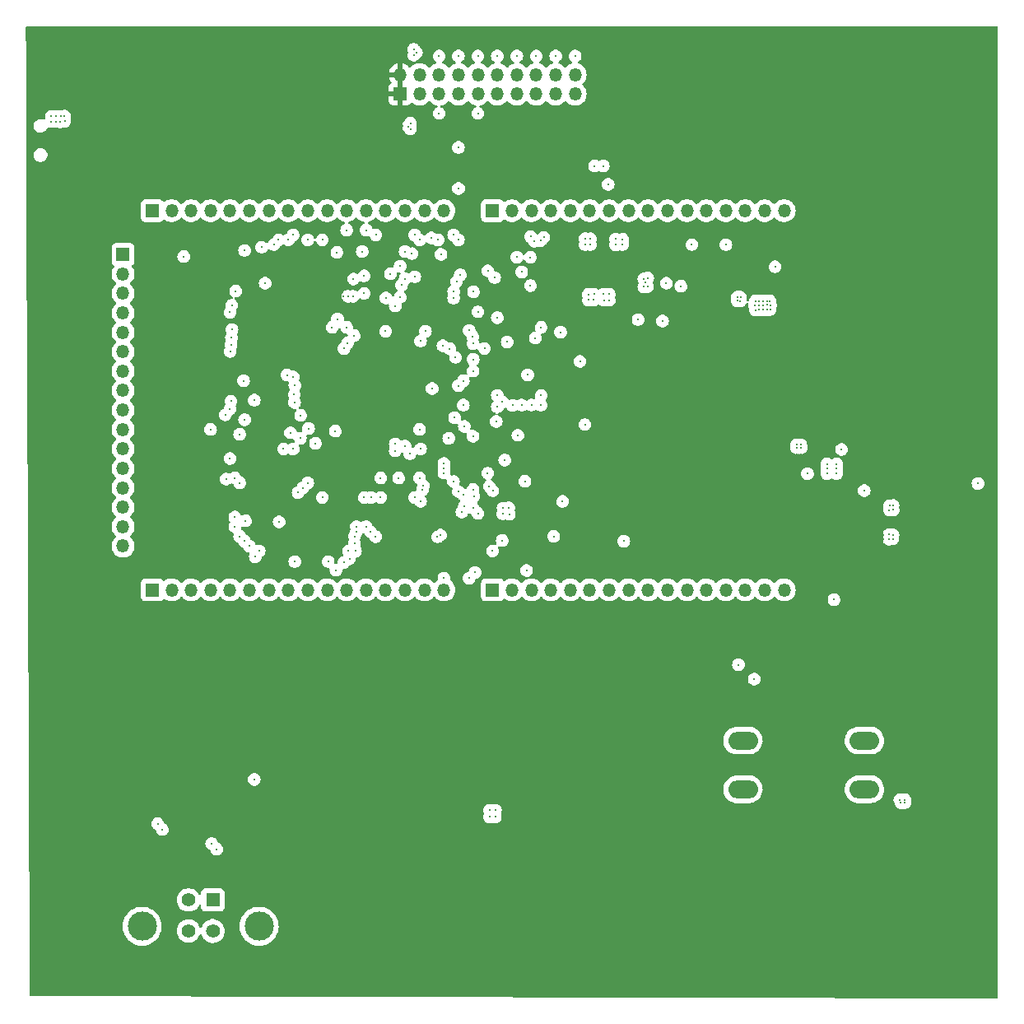
<source format=gbr>
%TF.GenerationSoftware,KiCad,Pcbnew,7.0.6*%
%TF.CreationDate,2023-08-18T22:01:19-04:00*%
%TF.ProjectId,mcu design,6d637520-6465-4736-9967-6e2e6b696361,rev?*%
%TF.SameCoordinates,Original*%
%TF.FileFunction,Copper,L3,Inr*%
%TF.FilePolarity,Positive*%
%FSLAX46Y46*%
G04 Gerber Fmt 4.6, Leading zero omitted, Abs format (unit mm)*
G04 Created by KiCad (PCBNEW 7.0.6) date 2023-08-18 22:01:19*
%MOMM*%
%LPD*%
G01*
G04 APERTURE LIST*
%TA.AperFunction,ComponentPad*%
%ADD10R,1.350000X1.350000*%
%TD*%
%TA.AperFunction,ComponentPad*%
%ADD11O,1.350000X1.350000*%
%TD*%
%TA.AperFunction,ComponentPad*%
%ADD12R,1.400000X1.400000*%
%TD*%
%TA.AperFunction,ComponentPad*%
%ADD13C,1.400000*%
%TD*%
%TA.AperFunction,ComponentPad*%
%ADD14C,3.000000*%
%TD*%
%TA.AperFunction,ComponentPad*%
%ADD15O,3.048000X1.850000*%
%TD*%
%TA.AperFunction,ViaPad*%
%ADD16C,0.300000*%
%TD*%
G04 APERTURE END LIST*
D10*
%TO.N,+3V3*%
%TO.C,J10*%
X65500000Y-27000000D03*
D11*
X65500000Y-25000000D03*
%TO.N,GND*%
X67500000Y-27000000D03*
X67500000Y-25000000D03*
X69500000Y-27000000D03*
X69500000Y-25000000D03*
%TO.N,SWDIO*%
X71500000Y-27000000D03*
%TO.N,GND*%
X71500000Y-25000000D03*
%TO.N,SWDCLK*%
X73500000Y-27000000D03*
%TO.N,GND*%
X73500000Y-25000000D03*
%TO.N,unconnected-(J10-Pin_11-Pad11)*%
X75500000Y-27000000D03*
%TO.N,GND*%
X75500000Y-25000000D03*
%TO.N,unconnected-(J10-Pin_13-Pad13)*%
X77500000Y-27000000D03*
%TO.N,GND*%
X77500000Y-25000000D03*
%TO.N,NRST*%
X79500000Y-27000000D03*
%TO.N,GND*%
X79500000Y-25000000D03*
%TO.N,unconnected-(J10-Pin_17-Pad17)*%
X81500000Y-27000000D03*
%TO.N,GND*%
X81500000Y-25000000D03*
%TO.N,unconnected-(J10-Pin_19-Pad19)*%
X83500000Y-27000000D03*
%TO.N,GND*%
X83500000Y-25000000D03*
%TD*%
D10*
%TO.N,PORTB{slash}PIN0*%
%TO.C,J16*%
X40000000Y-39000000D03*
D11*
%TO.N,PORTB{slash}PIN1*%
X42000000Y-39000000D03*
%TO.N,PORTB{slash}PIN2*%
X44000000Y-39000000D03*
%TO.N,PORTB{slash}PIN3*%
X46000000Y-39000000D03*
%TO.N,PORTB{slash}PIN4*%
X48000000Y-39000000D03*
%TO.N,PORTB{slash}PIN5*%
X50000000Y-39000000D03*
%TO.N,PORTB{slash}PIN6*%
X52000000Y-39000000D03*
%TO.N,PORTB{slash}PIN7*%
X54000000Y-39000000D03*
%TO.N,PORTB{slash}PIN8*%
X56000000Y-39000000D03*
%TO.N,PORTB{slash}PIN9*%
X58000000Y-39000000D03*
%TO.N,PORTB{slash}PIN10*%
X60000000Y-39000000D03*
%TO.N,PORTB{slash}PIN11*%
X62000000Y-39000000D03*
%TO.N,PORTB{slash}PIN12*%
X64000000Y-39000000D03*
%TO.N,PORTB{slash}PIN13*%
X66000000Y-39000000D03*
%TO.N,PORTB{slash}PIN14*%
X68000000Y-39000000D03*
%TO.N,PORTB{slash}PIN15*%
X70000000Y-39000000D03*
%TD*%
D10*
%TO.N,PORTE{slash}PIN0*%
%TO.C,J11*%
X37000000Y-43500000D03*
D11*
%TO.N,PORTE{slash}PIN1*%
X37000000Y-45500000D03*
%TO.N,PORTE{slash}PIN2*%
X37000000Y-47500000D03*
%TO.N,PORTE{slash}PIN3*%
X37000000Y-49500000D03*
%TO.N,PORTE{slash}PIN4*%
X37000000Y-51500000D03*
%TO.N,PORTE{slash}PIN5*%
X37000000Y-53500000D03*
%TO.N,PORTE{slash}PIN6*%
X37000000Y-55500000D03*
%TO.N,PORTE{slash}PIN7*%
X37000000Y-57500000D03*
%TO.N,PORTE{slash}PIN8*%
X37000000Y-59500000D03*
%TO.N,PORTE{slash}PIN9*%
X37000000Y-61500000D03*
%TO.N,PORTE{slash}PIN10*%
X37000000Y-63500000D03*
%TO.N,PORTE{slash}PIN11*%
X37000000Y-65500000D03*
%TO.N,PORTE{slash}PIN12*%
X37000000Y-67500000D03*
%TO.N,PORTE{slash}PIN13*%
X37000000Y-69500000D03*
%TO.N,PORTE{slash}PIN14*%
X37000000Y-71500000D03*
%TO.N,PORTE{slash}PIN15*%
X37000000Y-73500000D03*
%TD*%
D12*
%TO.N,+5V*%
%TO.C,J12*%
X46230000Y-109890000D03*
D13*
%TO.N,Net-(J12-D-)*%
X43730000Y-109890000D03*
%TO.N,Net-(J12-D+)*%
X43730000Y-113090000D03*
%TO.N,GND*%
X46230000Y-113090000D03*
D14*
%TO.N,unconnected-(J12-Shield-Pad5)*%
X38960000Y-112600000D03*
X51000000Y-112600000D03*
%TD*%
D15*
%TO.N,Net-(R7-Pad2)*%
%TO.C,SW4*%
X100760000Y-93500000D03*
X113260000Y-93500000D03*
%TO.N,GND*%
X100760000Y-98500000D03*
X113260000Y-98500000D03*
%TD*%
D10*
%TO.N,unconnected-(J2-Pin_1-Pad1)*%
%TO.C,J2*%
X75000000Y-39000000D03*
D11*
%TO.N,unconnected-(J2-Pin_2-Pad2)*%
X77000000Y-39000000D03*
%TO.N,3V3*%
X79000000Y-39000000D03*
%TO.N,unconnected-(J2-Pin_4-Pad4)*%
X81000000Y-39000000D03*
%TO.N,Net-(J2-Pin_5)*%
X83000000Y-39000000D03*
%TO.N,unconnected-(J2-Pin_6-Pad6)*%
X85000000Y-39000000D03*
%TO.N,unconnected-(J2-Pin_7-Pad7)*%
X87000000Y-39000000D03*
%TO.N,unconnected-(J2-Pin_8-Pad8)*%
X89000000Y-39000000D03*
%TO.N,unconnected-(J2-Pin_9-Pad9)*%
X91000000Y-39000000D03*
%TO.N,unconnected-(J2-Pin_10-Pad10)*%
X93000000Y-39000000D03*
%TO.N,GND*%
X95000000Y-39000000D03*
%TO.N,unconnected-(J2-Pin_12-Pad12)*%
X97000000Y-39000000D03*
%TO.N,GND*%
X99000000Y-39000000D03*
%TO.N,unconnected-(J2-Pin_14-Pad14)*%
X101000000Y-39000000D03*
%TO.N,unconnected-(J2-Pin_15-Pad15)*%
X103000000Y-39000000D03*
%TO.N,unconnected-(J2-Pin_16-Pad16)*%
X105000000Y-39000000D03*
%TD*%
D10*
%TO.N,PORTC{slash}PIN0*%
%TO.C,J13*%
X75000000Y-78000000D03*
D11*
%TO.N,PORTC{slash}PIN1*%
X77000000Y-78000000D03*
%TO.N,PORTC{slash}PIN2*%
X79000000Y-78000000D03*
%TO.N,PORTC{slash}PIN3*%
X81000000Y-78000000D03*
%TO.N,PORTC{slash}PIN4*%
X83000000Y-78000000D03*
%TO.N,PORTC{slash}PIN5*%
X85000000Y-78000000D03*
%TO.N,PORTC{slash}PIN6*%
X87000000Y-78000000D03*
%TO.N,PORTC{slash}PIN7*%
X89000000Y-78000000D03*
%TO.N,PORTC{slash}PIN8*%
X91000000Y-78000000D03*
%TO.N,PORTC{slash}PIN9*%
X93000000Y-78000000D03*
%TO.N,PORTC{slash}PIN10*%
X95000000Y-78000000D03*
%TO.N,PORTC{slash}PIN11*%
X97000000Y-78000000D03*
%TO.N,PORTC{slash}PIN12*%
X99000000Y-78000000D03*
%TO.N,PORTC{slash}PIN13*%
X101000000Y-78000000D03*
%TO.N,PORTC{slash}PIN14*%
X103000000Y-78000000D03*
%TO.N,PORTC{slash}PIN15*%
X105000000Y-78000000D03*
%TD*%
D10*
%TO.N,PORTA{slash}PIN0*%
%TO.C,J15*%
X40000000Y-78000000D03*
D11*
%TO.N,PORTA{slash}PIN1*%
X42000000Y-78000000D03*
%TO.N,PORTA{slash}PIN2*%
X44000000Y-78000000D03*
%TO.N,PORTA{slash}PIN3*%
X46000000Y-78000000D03*
%TO.N,PORTA{slash}PIN4*%
X48000000Y-78000000D03*
%TO.N,PORTA{slash}PIN5*%
X50000000Y-78000000D03*
%TO.N,PORTA{slash}PIN6*%
X52000000Y-78000000D03*
%TO.N,PORTA{slash}PIN7*%
X54000000Y-78000000D03*
%TO.N,PORTA{slash}PIN8*%
X56000000Y-78000000D03*
%TO.N,unconnected-(J15-Pin_10-Pad10)*%
X58000000Y-78000000D03*
%TO.N,unconnected-(J15-Pin_11-Pad11)*%
X60000000Y-78000000D03*
%TO.N,PORTA{slash}PIN11*%
X62000000Y-78000000D03*
%TO.N,PORTA{slash}PIN12*%
X64000000Y-78000000D03*
%TO.N,unconnected-(J15-Pin_14-Pad14)*%
X66000000Y-78000000D03*
%TO.N,unconnected-(J15-Pin_15-Pad15)*%
X68000000Y-78000000D03*
%TO.N,PORTA{slash}PIN15*%
X70000000Y-78000000D03*
%TD*%
D16*
%TO.N,GND*%
X116170000Y-72770000D03*
X60142000Y-47800000D03*
X99840000Y-97820000D03*
X75290000Y-101360000D03*
X74710000Y-100670000D03*
X75500000Y-23100000D03*
X110400000Y-65550000D03*
X45840000Y-113520000D03*
X46120000Y-104100000D03*
X99800000Y-98200000D03*
X62980000Y-72520000D03*
X60642000Y-47800000D03*
X112430000Y-99150000D03*
X117400000Y-99600000D03*
X75500000Y-50000000D03*
X103210000Y-48700000D03*
X110900000Y-63550000D03*
X103210000Y-48290000D03*
X102050000Y-49210000D03*
X103540000Y-48290000D03*
X46710000Y-113460000D03*
X87670000Y-41910000D03*
X101660000Y-97810000D03*
X83500000Y-23100000D03*
X114190000Y-99090000D03*
X56790000Y-62930000D03*
X30130000Y-29300000D03*
X85080000Y-42500000D03*
X29620000Y-29300000D03*
X67800000Y-67700000D03*
X112260000Y-98780000D03*
X66900000Y-22400000D03*
X117000000Y-99900000D03*
X115820000Y-69790000D03*
X100500000Y-48280000D03*
X114280000Y-98140000D03*
X106290000Y-63390000D03*
X74700000Y-101360000D03*
X106290000Y-63090000D03*
X90970000Y-45920000D03*
X116210000Y-69780000D03*
X106750000Y-63400000D03*
X107400000Y-66050000D03*
X117400000Y-99900000D03*
X101670000Y-99120000D03*
X87670000Y-42520000D03*
X116900000Y-99600000D03*
X114310000Y-98670000D03*
X69500000Y-29000000D03*
X67900000Y-67300000D03*
X41040000Y-102650000D03*
X99000000Y-42500000D03*
X87020000Y-47590000D03*
X30580000Y-29310000D03*
X69340000Y-72550000D03*
X66560000Y-30000000D03*
X70000000Y-65500000D03*
X86400000Y-47600000D03*
X101980000Y-48730000D03*
X101820000Y-98240000D03*
X87000000Y-48210000D03*
X90560000Y-46830000D03*
X73500000Y-23100000D03*
X76730000Y-70230000D03*
X70000000Y-66000000D03*
X112220000Y-98310000D03*
X101830000Y-98710000D03*
X114000000Y-97780000D03*
X109400000Y-65050000D03*
X75310000Y-100680000D03*
X30970000Y-29270000D03*
X110400000Y-65050000D03*
X46830000Y-113070000D03*
X103550000Y-49180000D03*
X50500000Y-97500000D03*
X80280000Y-41740000D03*
X85070000Y-41880000D03*
X102840000Y-48290000D03*
X45630000Y-113090000D03*
X62450000Y-72010000D03*
X69500000Y-23100000D03*
X81500000Y-23100000D03*
X70000000Y-65000000D03*
X106720000Y-63090000D03*
X102420000Y-49180000D03*
X40560000Y-102060000D03*
X66900000Y-23000000D03*
X102390000Y-48720000D03*
X115800000Y-72320000D03*
X75030000Y-67810000D03*
X79940000Y-42080000D03*
X71500000Y-23100000D03*
X66560000Y-30600000D03*
X99740000Y-98650000D03*
X110400000Y-66050000D03*
X62500000Y-68500000D03*
X115830000Y-69340000D03*
X88380000Y-42490000D03*
X88390000Y-41940000D03*
X102810000Y-48710000D03*
X66360000Y-30330000D03*
X77500000Y-23100000D03*
X99870000Y-99110000D03*
X74670000Y-67360000D03*
X102050000Y-48290000D03*
X30550000Y-29850000D03*
X30990000Y-29820000D03*
X116190000Y-72350000D03*
X46200000Y-112500000D03*
X102810000Y-49180000D03*
X115800000Y-72800000D03*
X100510000Y-47900000D03*
X102400000Y-48280000D03*
X86450000Y-48220000D03*
X100190000Y-48270000D03*
X76670000Y-69550000D03*
X67180000Y-22730000D03*
X46220000Y-113670000D03*
X95500000Y-42500000D03*
X46620000Y-104680000D03*
X76090000Y-69590000D03*
X84520000Y-41880000D03*
X90740000Y-46380000D03*
X112290000Y-97900000D03*
X109400000Y-66050000D03*
X100190000Y-47890000D03*
X103590000Y-48710000D03*
X76260000Y-64650000D03*
X29570000Y-29840000D03*
X45790000Y-112700000D03*
X90950000Y-46810000D03*
X84510000Y-42500000D03*
X103230000Y-49180000D03*
X63500000Y-68500000D03*
X30140000Y-29830000D03*
X76500000Y-52500000D03*
X116200000Y-69320000D03*
X90570000Y-46020000D03*
X46660000Y-112670000D03*
X79500000Y-23100000D03*
X76050000Y-70180000D03*
X69640000Y-72370000D03*
X109400000Y-65550000D03*
%TO.N,Net-(U3-SW)*%
X92480000Y-50350000D03*
X92880000Y-46460000D03*
%TO.N,RESETSW*%
X104060000Y-44780000D03*
X89980000Y-50200000D03*
X124940000Y-67060000D03*
X113240000Y-67790000D03*
%TO.N,+3V3*%
X65560000Y-30600000D03*
X102830000Y-51690000D03*
X114830000Y-72790000D03*
X33320000Y-34740000D03*
X102420000Y-52170000D03*
X115180000Y-72380000D03*
X33320000Y-35100000D03*
X71020000Y-101830000D03*
X76270000Y-63630000D03*
X102410000Y-51210000D03*
X76500000Y-51500000D03*
X102050000Y-52140000D03*
X63520000Y-44750000D03*
X56730000Y-64040000D03*
X65560000Y-30000000D03*
X103520000Y-51220000D03*
X65740000Y-30310000D03*
X70210000Y-68760000D03*
X74500000Y-50000000D03*
X70520000Y-95780000D03*
X106310000Y-64070000D03*
X103190000Y-52170000D03*
X64070000Y-46750000D03*
X103150000Y-51210000D03*
X65900000Y-23000000D03*
X71030000Y-102160000D03*
X71380000Y-102160000D03*
X103610000Y-51680000D03*
X102800000Y-52200000D03*
X102790000Y-51190000D03*
X70910000Y-96200000D03*
X103550000Y-52160000D03*
X115160000Y-72780000D03*
X106340000Y-64380000D03*
X70530000Y-91200000D03*
X63220000Y-67490000D03*
X33770000Y-35100000D03*
X59642000Y-47800000D03*
X114870000Y-72370000D03*
X70890000Y-90800000D03*
X70910000Y-91200000D03*
X70830000Y-68530000D03*
X65900000Y-22400000D03*
X106710000Y-64090000D03*
X59142000Y-47800000D03*
X102400000Y-51690000D03*
X65680000Y-22680000D03*
X70550000Y-90790000D03*
X33710000Y-34740000D03*
X70520000Y-96200000D03*
X62730000Y-67490000D03*
X71400000Y-101820000D03*
X70870000Y-95780000D03*
X106720000Y-64410000D03*
X103230000Y-51720000D03*
X102000000Y-51670000D03*
X102020000Y-51260000D03*
%TO.N,Net-(U1-PA9)*%
X64040000Y-47980000D03*
X65650000Y-46650000D03*
%TO.N,Net-(D2-K)*%
X101920000Y-87180000D03*
X110130000Y-79010000D03*
%TO.N,Net-(U1-PA10)*%
X66000000Y-46000000D03*
X64500000Y-45500000D03*
%TO.N,PORTE{slash}PIN3*%
X53505519Y-63500882D03*
X48200000Y-51220000D03*
%TO.N,PORTE{slash}PIN1*%
X48180000Y-48730000D03*
X55230000Y-62403000D03*
%TO.N,PORTB{slash}PIN8*%
X56080000Y-61403500D03*
X56000000Y-42000000D03*
%TO.N,Net-(SW2-B)*%
X49498247Y-43088246D03*
X51610000Y-46450000D03*
X43240000Y-43720000D03*
X53850000Y-55900000D03*
%TO.N,PORTB{slash}PIN4*%
X52500000Y-42500000D03*
X54668906Y-56961094D03*
%TO.N,PORTB{slash}PIN3*%
X54500000Y-56100000D03*
X51249646Y-42749648D03*
%TO.N,PORTA{slash}PIN15*%
X54664835Y-75095250D03*
X70000000Y-76800000D03*
%TO.N,SWDCLK*%
X63000000Y-41500000D03*
X59055743Y-50142294D03*
X59000000Y-43292893D03*
X73500000Y-29000000D03*
%TO.N,SWDIO*%
X68700000Y-41800000D03*
X71500929Y-36719685D03*
X66000000Y-43200000D03*
X71000000Y-41500000D03*
X60699500Y-46025446D03*
X71500000Y-32500000D03*
%TO.N,PORTE{slash}PIN4*%
X56000000Y-67000000D03*
X48140000Y-52070000D03*
%TO.N,PORTE{slash}PIN2*%
X54500000Y-63500000D03*
X48000000Y-49460000D03*
%TO.N,PORTB{slash}PIN9*%
X57500000Y-42000000D03*
X58825000Y-61675000D03*
%TO.N,PORTB{slash}PIN7*%
X54500000Y-41500000D03*
X55270000Y-60060000D03*
%TO.N,PORTB{slash}PIN6*%
X54000000Y-42000000D03*
X54650000Y-58730000D03*
%TO.N,PORTC{slash}PIN12*%
X67000000Y-45800000D03*
X78000000Y-45299500D03*
X69700000Y-43500000D03*
X64000000Y-51400000D03*
X61800000Y-45700000D03*
X71500000Y-42000000D03*
X77514109Y-43786391D03*
X61600000Y-43200000D03*
X65500000Y-44700000D03*
X61800000Y-47500000D03*
%TO.N,PORTC{slash}PIN10*%
X60100000Y-52600000D03*
X73010287Y-54300000D03*
X79399500Y-52105225D03*
X69900000Y-52900000D03*
%TO.N,PORTC{slash}PIN13*%
X67000000Y-68500000D03*
X76000000Y-72922282D03*
X88500000Y-73000000D03*
X63500000Y-66500000D03*
X78500000Y-76000000D03*
X71853351Y-70000500D03*
%TO.N,PORTE{slash}PIN5*%
X55500000Y-67500000D03*
X48110000Y-52780000D03*
%TO.N,PORTE{slash}PIN0*%
X48580000Y-47280000D03*
X54230000Y-61850000D03*
%TO.N,PORTB{slash}PIN5*%
X53000000Y-42000000D03*
X54610000Y-57900000D03*
%TO.N,PORTC{slash}PIN11*%
X70600000Y-53200000D03*
X75213859Y-45886141D03*
X72600000Y-51300000D03*
X59726041Y-53175000D03*
%TO.N,PORTC{slash}PIN14*%
X68793247Y-57293247D03*
X78614380Y-55885620D03*
X84500000Y-61000000D03*
X80000000Y-58000000D03*
%TO.N,PORTE{slash}PIN6*%
X48010000Y-53490000D03*
X55000000Y-68000000D03*
%TO.N,PORTC{slash}PIN9*%
X65000000Y-48800000D03*
X65514213Y-47900000D03*
%TO.N,PORTC{slash}PIN15*%
X71500000Y-57000000D03*
X84000000Y-54500000D03*
X82000000Y-51500000D03*
X80000000Y-51000000D03*
%TO.N,PORTC{slash}PIN0*%
X67500000Y-66500000D03*
X75000987Y-74001690D03*
%TO.N,NRST*%
X73046800Y-47346800D03*
X67605512Y-63500889D03*
X78900000Y-43800000D03*
X78900000Y-46700000D03*
X72965700Y-51934300D03*
X74513859Y-45186141D03*
X71200000Y-54100000D03*
X73500000Y-49400000D03*
%TO.N,PORTC{slash}PIN1*%
X58900000Y-75975500D03*
X72600000Y-76800000D03*
X65348500Y-66500000D03*
X66000000Y-63200500D03*
%TO.N,PORTC{slash}PIN2*%
X72100000Y-61200500D03*
X75386141Y-60675500D03*
%TO.N,PORTC{slash}PIN3*%
X67600000Y-68899500D03*
X58100000Y-75095250D03*
X62000000Y-71500000D03*
X59700000Y-75200000D03*
X61800000Y-68500000D03*
X73200000Y-76200000D03*
%TO.N,PORTA{slash}PIN2*%
X60802823Y-72500000D03*
X49000000Y-72500000D03*
X73500000Y-70140000D03*
X73080000Y-68379179D03*
%TO.N,PORTA{slash}PIN5*%
X60181505Y-74000000D03*
X51000000Y-74000000D03*
%TO.N,PORTB{slash}PIN15*%
X69400000Y-41999500D03*
X70999099Y-48000901D03*
%TO.N,PORTB{slash}PIN14*%
X70999099Y-47294501D03*
X66716068Y-43422468D03*
%TO.N,PORTB{slash}PIN13*%
X71293600Y-46293600D03*
X67000000Y-41500500D03*
%TO.N,PORTA{slash}PIN0*%
X72108907Y-69401093D03*
X71500000Y-67880000D03*
X48500000Y-70500000D03*
X61000000Y-71500000D03*
%TO.N,PORTA{slash}PIN3*%
X60797858Y-73202142D03*
X49500000Y-73000000D03*
%TO.N,PORTA{slash}PIN6*%
X82200000Y-68907106D03*
X60285427Y-74810323D03*
X78335566Y-66835566D03*
X81294501Y-72499099D03*
X50595750Y-74595750D03*
X77603200Y-62103200D03*
%TO.N,PORTB{slash}PIN2*%
X85500000Y-34400000D03*
X75500000Y-58000000D03*
%TO.N,PORTE{slash}PIN8*%
X65000000Y-62999500D03*
X72000000Y-59000000D03*
X48000000Y-59400000D03*
X70499141Y-62407819D03*
%TO.N,PORTE{slash}PIN10*%
X49399500Y-56500000D03*
X68103450Y-51397050D03*
X59998337Y-51000957D03*
X49500000Y-60500000D03*
%TO.N,PORTE{slash}PIN12*%
X77066381Y-59022127D03*
X48000000Y-64500000D03*
%TO.N,PORTB{slash}PIN10*%
X74175000Y-53175000D03*
X60000000Y-41000000D03*
%TO.N,PORTB{slash}PIN11*%
X62000000Y-41000000D03*
X73000000Y-52675000D03*
%TO.N,PORTB{slash}PIN12*%
X71690400Y-45600000D03*
X67500000Y-42000000D03*
%TO.N,+3.3VA*%
X70990000Y-66850000D03*
X72999500Y-67683246D03*
%TO.N,PORTA{slash}PIN1*%
X72040000Y-68250000D03*
X61000000Y-72000000D03*
X48500000Y-71500000D03*
X73000000Y-69585786D03*
%TO.N,PORTA{slash}PIN4*%
X73000000Y-62200000D03*
X60902534Y-74013924D03*
X50000000Y-73500000D03*
X74500000Y-66000000D03*
%TO.N,PORTA{slash}PIN7*%
X57500000Y-68500000D03*
X71100000Y-60300000D03*
X49603200Y-70896800D03*
X66500000Y-64000000D03*
X65000000Y-63700000D03*
X53051866Y-71000904D03*
%TO.N,PORTB{slash}PIN0*%
X86900000Y-36300000D03*
X75500000Y-59174500D03*
%TO.N,PORTB{slash}PIN1*%
X76000000Y-58675000D03*
X86400500Y-34400000D03*
%TO.N,PORTE{slash}PIN7*%
X48100000Y-58600000D03*
X67500000Y-61500000D03*
%TO.N,PORTE{slash}PIN9*%
X72000000Y-56500000D03*
X47500000Y-60000000D03*
X46000000Y-61500000D03*
%TO.N,PORTE{slash}PIN11*%
X49000000Y-62000000D03*
X67600000Y-52400000D03*
X50500500Y-58494775D03*
X73000000Y-55500000D03*
X58500000Y-51000000D03*
X60767085Y-51853579D03*
%TO.N,PORTE{slash}PIN13*%
X78000000Y-59000000D03*
X47603200Y-66603200D03*
%TO.N,PORTE{slash}PIN14*%
X48500000Y-66500000D03*
X79000000Y-59000000D03*
%TO.N,PORTE{slash}PIN15*%
X49000000Y-67000000D03*
X80000000Y-59000000D03*
%TO.N,Net-(Q1-S)*%
X94380000Y-46770000D03*
X100290000Y-85710000D03*
%TO.N,3V3*%
X84860000Y-48190000D03*
X85440000Y-47580000D03*
X84860000Y-47620000D03*
X85420000Y-48190000D03*
X79300000Y-42130000D03*
X78920000Y-41670000D03*
%TD*%
%TA.AperFunction,Conductor*%
%TO.N,+3V3*%
G36*
X65750000Y-26684314D02*
G01*
X65738045Y-26672359D01*
X65625148Y-26614835D01*
X65531481Y-26600000D01*
X65468519Y-26600000D01*
X65374852Y-26614835D01*
X65261955Y-26672359D01*
X65250000Y-26684313D01*
X65250000Y-25315686D01*
X65261955Y-25327641D01*
X65374852Y-25385165D01*
X65468519Y-25400000D01*
X65531481Y-25400000D01*
X65625148Y-25385165D01*
X65738045Y-25327641D01*
X65750000Y-25315686D01*
X65750000Y-26684314D01*
G37*
%TD.AperFunction*%
%TA.AperFunction,Conductor*%
G36*
X126943039Y-20019685D02*
G01*
X126988794Y-20072489D01*
X127000000Y-20124000D01*
X127000000Y-119875750D01*
X126980315Y-119942789D01*
X126927511Y-119988544D01*
X126875751Y-119999750D01*
X27523255Y-119800247D01*
X27456255Y-119780428D01*
X27410606Y-119727532D01*
X27399506Y-119676748D01*
X27371142Y-112600001D01*
X36954390Y-112600001D01*
X36974804Y-112885433D01*
X37035628Y-113165037D01*
X37035630Y-113165043D01*
X37035631Y-113165046D01*
X37113762Y-113374523D01*
X37135635Y-113433166D01*
X37272770Y-113684309D01*
X37272775Y-113684317D01*
X37444254Y-113913387D01*
X37444270Y-113913405D01*
X37646594Y-114115729D01*
X37646612Y-114115745D01*
X37875682Y-114287224D01*
X37875690Y-114287229D01*
X38126833Y-114424364D01*
X38126832Y-114424364D01*
X38126836Y-114424365D01*
X38126839Y-114424367D01*
X38394954Y-114524369D01*
X38394960Y-114524370D01*
X38394962Y-114524371D01*
X38674566Y-114585195D01*
X38674568Y-114585195D01*
X38674572Y-114585196D01*
X38928220Y-114603337D01*
X38959999Y-114605610D01*
X38960000Y-114605610D01*
X38960001Y-114605610D01*
X38988595Y-114603564D01*
X39245428Y-114585196D01*
X39525046Y-114524369D01*
X39793161Y-114424367D01*
X40044315Y-114287226D01*
X40273395Y-114115739D01*
X40475739Y-113913395D01*
X40647226Y-113684315D01*
X40784367Y-113433161D01*
X40884369Y-113165046D01*
X40900694Y-113090000D01*
X42524357Y-113090000D01*
X42544884Y-113311535D01*
X42544885Y-113311537D01*
X42605769Y-113525523D01*
X42605775Y-113525538D01*
X42704938Y-113724683D01*
X42704943Y-113724691D01*
X42839020Y-113902238D01*
X43003437Y-114052123D01*
X43003439Y-114052125D01*
X43192595Y-114169245D01*
X43192596Y-114169245D01*
X43192599Y-114169247D01*
X43400060Y-114249618D01*
X43618757Y-114290500D01*
X43618759Y-114290500D01*
X43841241Y-114290500D01*
X43841243Y-114290500D01*
X44059940Y-114249618D01*
X44267401Y-114169247D01*
X44456562Y-114052124D01*
X44620981Y-113902236D01*
X44755058Y-113724689D01*
X44854229Y-113525528D01*
X44860734Y-113502664D01*
X44898009Y-113443574D01*
X44961318Y-113414014D01*
X45030558Y-113423374D01*
X45083746Y-113468682D01*
X45099264Y-113502661D01*
X45105771Y-113525528D01*
X45105773Y-113525532D01*
X45204938Y-113724682D01*
X45204946Y-113724695D01*
X45228349Y-113755686D01*
X45245335Y-113786438D01*
X45259779Y-113824521D01*
X45259780Y-113824523D01*
X45349517Y-113954530D01*
X45467760Y-114059283D01*
X45575327Y-114115739D01*
X45607635Y-114132696D01*
X45631731Y-114138635D01*
X45667335Y-114153605D01*
X45692592Y-114169243D01*
X45692599Y-114169247D01*
X45900054Y-114249616D01*
X45900060Y-114249618D01*
X45919865Y-114253320D01*
X45954700Y-114265410D01*
X45987635Y-114282696D01*
X45987637Y-114282696D01*
X45987638Y-114282697D01*
X46141014Y-114320500D01*
X46141015Y-114320500D01*
X46298985Y-114320500D01*
X46452365Y-114282696D01*
X46474229Y-114271220D01*
X46509069Y-114259127D01*
X46559940Y-114249618D01*
X46767401Y-114169247D01*
X46894133Y-114090777D01*
X46929732Y-114075809D01*
X46942365Y-114072696D01*
X47082240Y-113999283D01*
X47200483Y-113894530D01*
X47290220Y-113764523D01*
X47346237Y-113616818D01*
X47358452Y-113516204D01*
X47362282Y-113497220D01*
X47377546Y-113443574D01*
X47382460Y-113426301D01*
X47399678Y-113389795D01*
X47410220Y-113374523D01*
X47466237Y-113226818D01*
X47485278Y-113070000D01*
X47468666Y-112933182D01*
X47466237Y-112913181D01*
X47444992Y-112857164D01*
X47410220Y-112765477D01*
X47410218Y-112765475D01*
X47410218Y-112765473D01*
X47380316Y-112722154D01*
X47363098Y-112685644D01*
X47354230Y-112654476D01*
X47354229Y-112654472D01*
X47327105Y-112600001D01*
X48994390Y-112600001D01*
X49014804Y-112885433D01*
X49075628Y-113165037D01*
X49075630Y-113165043D01*
X49075631Y-113165046D01*
X49153762Y-113374523D01*
X49175635Y-113433166D01*
X49312770Y-113684309D01*
X49312775Y-113684317D01*
X49484254Y-113913387D01*
X49484270Y-113913405D01*
X49686594Y-114115729D01*
X49686612Y-114115745D01*
X49915682Y-114287224D01*
X49915690Y-114287229D01*
X50166833Y-114424364D01*
X50166832Y-114424364D01*
X50166836Y-114424365D01*
X50166839Y-114424367D01*
X50434954Y-114524369D01*
X50434960Y-114524370D01*
X50434962Y-114524371D01*
X50714566Y-114585195D01*
X50714568Y-114585195D01*
X50714572Y-114585196D01*
X50968220Y-114603337D01*
X50999999Y-114605610D01*
X51000000Y-114605610D01*
X51000001Y-114605610D01*
X51028595Y-114603564D01*
X51285428Y-114585196D01*
X51565046Y-114524369D01*
X51833161Y-114424367D01*
X52084315Y-114287226D01*
X52313395Y-114115739D01*
X52515739Y-113913395D01*
X52687226Y-113684315D01*
X52824367Y-113433161D01*
X52924369Y-113165046D01*
X52985196Y-112885428D01*
X53005610Y-112600000D01*
X53002056Y-112550315D01*
X52999401Y-112513182D01*
X52985196Y-112314572D01*
X52977188Y-112277761D01*
X52924371Y-112034962D01*
X52924370Y-112034960D01*
X52924369Y-112034954D01*
X52824367Y-111766839D01*
X52687226Y-111515685D01*
X52687224Y-111515682D01*
X52515745Y-111286612D01*
X52515729Y-111286594D01*
X52313405Y-111084270D01*
X52313387Y-111084254D01*
X52084317Y-110912775D01*
X52084309Y-110912770D01*
X51833166Y-110775635D01*
X51833167Y-110775635D01*
X51725915Y-110735632D01*
X51565046Y-110675631D01*
X51565043Y-110675630D01*
X51565037Y-110675628D01*
X51285433Y-110614804D01*
X51000001Y-110594390D01*
X50999999Y-110594390D01*
X50714566Y-110614804D01*
X50434962Y-110675628D01*
X50166833Y-110775635D01*
X49915690Y-110912770D01*
X49915682Y-110912775D01*
X49686612Y-111084254D01*
X49686594Y-111084270D01*
X49484270Y-111286594D01*
X49484254Y-111286612D01*
X49312775Y-111515682D01*
X49312770Y-111515690D01*
X49175635Y-111766833D01*
X49075628Y-112034962D01*
X49014804Y-112314566D01*
X48994390Y-112599998D01*
X48994390Y-112600001D01*
X47327105Y-112600001D01*
X47309743Y-112565134D01*
X47297648Y-112524810D01*
X47296237Y-112513182D01*
X47240220Y-112365477D01*
X47150483Y-112235470D01*
X47032240Y-112130717D01*
X47032238Y-112130716D01*
X47032237Y-112130715D01*
X46892366Y-112057304D01*
X46828643Y-112041598D01*
X46793040Y-112026628D01*
X46767401Y-112010753D01*
X46767400Y-112010752D01*
X46640309Y-111961517D01*
X46559940Y-111930382D01*
X46559936Y-111930381D01*
X46559931Y-111930380D01*
X46507602Y-111920597D01*
X46472766Y-111908507D01*
X46446168Y-111894548D01*
X46432365Y-111887304D01*
X46278985Y-111849500D01*
X46121015Y-111849500D01*
X45967633Y-111887304D01*
X45847801Y-111950196D01*
X45841382Y-111953112D01*
X45692599Y-112010753D01*
X45692597Y-112010753D01*
X45593072Y-112072375D01*
X45564545Y-112084371D01*
X45564649Y-112084644D01*
X45557631Y-112087305D01*
X45417762Y-112160715D01*
X45299516Y-112265471D01*
X45209781Y-112395475D01*
X45209780Y-112395476D01*
X45153761Y-112543186D01*
X45151967Y-112550466D01*
X45151357Y-112550315D01*
X45141849Y-112582015D01*
X45105773Y-112654467D01*
X45105769Y-112654477D01*
X45099264Y-112677338D01*
X45061983Y-112736430D01*
X44998672Y-112765986D01*
X44929433Y-112756621D01*
X44876248Y-112711310D01*
X44860735Y-112677338D01*
X44854229Y-112654472D01*
X44854224Y-112654461D01*
X44755061Y-112455316D01*
X44755056Y-112455308D01*
X44620979Y-112277761D01*
X44456562Y-112127876D01*
X44456560Y-112127874D01*
X44267404Y-112010754D01*
X44267398Y-112010752D01*
X44059940Y-111930382D01*
X43841243Y-111889500D01*
X43618757Y-111889500D01*
X43400060Y-111930382D01*
X43268864Y-111981207D01*
X43192601Y-112010752D01*
X43192595Y-112010754D01*
X43003439Y-112127874D01*
X43003437Y-112127876D01*
X42839020Y-112277761D01*
X42704943Y-112455308D01*
X42704938Y-112455316D01*
X42605775Y-112654461D01*
X42605769Y-112654476D01*
X42544885Y-112868462D01*
X42544884Y-112868464D01*
X42524357Y-113089999D01*
X42524357Y-113090000D01*
X40900694Y-113090000D01*
X40945196Y-112885428D01*
X40965610Y-112600000D01*
X40962056Y-112550315D01*
X40959401Y-112513182D01*
X40945196Y-112314572D01*
X40937188Y-112277761D01*
X40884371Y-112034962D01*
X40884370Y-112034960D01*
X40884369Y-112034954D01*
X40784367Y-111766839D01*
X40647226Y-111515685D01*
X40647224Y-111515682D01*
X40475745Y-111286612D01*
X40475729Y-111286594D01*
X40273405Y-111084270D01*
X40273387Y-111084254D01*
X40044317Y-110912775D01*
X40044309Y-110912770D01*
X39793166Y-110775635D01*
X39793167Y-110775635D01*
X39685914Y-110735632D01*
X39525046Y-110675631D01*
X39525043Y-110675630D01*
X39525037Y-110675628D01*
X39245433Y-110614804D01*
X38960001Y-110594390D01*
X38959999Y-110594390D01*
X38674566Y-110614804D01*
X38394962Y-110675628D01*
X38126833Y-110775635D01*
X37875690Y-110912770D01*
X37875682Y-110912775D01*
X37646612Y-111084254D01*
X37646594Y-111084270D01*
X37444270Y-111286594D01*
X37444254Y-111286612D01*
X37272775Y-111515682D01*
X37272770Y-111515690D01*
X37135635Y-111766833D01*
X37035628Y-112034962D01*
X36974804Y-112314566D01*
X36954390Y-112599998D01*
X36954390Y-112600001D01*
X27371142Y-112600001D01*
X27360280Y-109890000D01*
X42524357Y-109890000D01*
X42544884Y-110111535D01*
X42544885Y-110111537D01*
X42605769Y-110325523D01*
X42605775Y-110325538D01*
X42704938Y-110524683D01*
X42704943Y-110524691D01*
X42839020Y-110702238D01*
X43003437Y-110852123D01*
X43003439Y-110852125D01*
X43192595Y-110969245D01*
X43192596Y-110969245D01*
X43192599Y-110969247D01*
X43400060Y-111049618D01*
X43618757Y-111090500D01*
X43618759Y-111090500D01*
X43841241Y-111090500D01*
X43841243Y-111090500D01*
X44059940Y-111049618D01*
X44267401Y-110969247D01*
X44456562Y-110852124D01*
X44620981Y-110702236D01*
X44755058Y-110524689D01*
X44794501Y-110445476D01*
X44842002Y-110394242D01*
X44909665Y-110376820D01*
X44976005Y-110398745D01*
X45019961Y-110453056D01*
X45029500Y-110500749D01*
X45029500Y-110637869D01*
X45029501Y-110637876D01*
X45035908Y-110697483D01*
X45086202Y-110832328D01*
X45086206Y-110832335D01*
X45172452Y-110947544D01*
X45172455Y-110947547D01*
X45287664Y-111033793D01*
X45287671Y-111033797D01*
X45422517Y-111084091D01*
X45422516Y-111084091D01*
X45429444Y-111084835D01*
X45482127Y-111090500D01*
X46977872Y-111090499D01*
X47037483Y-111084091D01*
X47172331Y-111033796D01*
X47287546Y-110947546D01*
X47373796Y-110832331D01*
X47424091Y-110697483D01*
X47430500Y-110637873D01*
X47430499Y-109142128D01*
X47424091Y-109082517D01*
X47422318Y-109077764D01*
X47373797Y-108947671D01*
X47373793Y-108947664D01*
X47287547Y-108832455D01*
X47287544Y-108832452D01*
X47172335Y-108746206D01*
X47172328Y-108746202D01*
X47037482Y-108695908D01*
X47037483Y-108695908D01*
X46977883Y-108689501D01*
X46977881Y-108689500D01*
X46977873Y-108689500D01*
X46977864Y-108689500D01*
X45482129Y-108689500D01*
X45482123Y-108689501D01*
X45422516Y-108695908D01*
X45287671Y-108746202D01*
X45287664Y-108746206D01*
X45172455Y-108832452D01*
X45172452Y-108832455D01*
X45086206Y-108947664D01*
X45086202Y-108947671D01*
X45035908Y-109082517D01*
X45029501Y-109142116D01*
X45029501Y-109142123D01*
X45029500Y-109142135D01*
X45029500Y-109279247D01*
X45009815Y-109346286D01*
X44957011Y-109392041D01*
X44887853Y-109401985D01*
X44824297Y-109372960D01*
X44794500Y-109334519D01*
X44755061Y-109255316D01*
X44755056Y-109255308D01*
X44620979Y-109077761D01*
X44456562Y-108927876D01*
X44456560Y-108927874D01*
X44267404Y-108810754D01*
X44267398Y-108810752D01*
X44059940Y-108730382D01*
X43841243Y-108689500D01*
X43618757Y-108689500D01*
X43400060Y-108730382D01*
X43359219Y-108746204D01*
X43192601Y-108810752D01*
X43192595Y-108810754D01*
X43003439Y-108927874D01*
X43003437Y-108927876D01*
X42839020Y-109077761D01*
X42704943Y-109255308D01*
X42704938Y-109255316D01*
X42605775Y-109454461D01*
X42605769Y-109454476D01*
X42544885Y-109668462D01*
X42544884Y-109668464D01*
X42524357Y-109889999D01*
X42524357Y-109890000D01*
X27360280Y-109890000D01*
X27337073Y-104100000D01*
X45464722Y-104100000D01*
X45483762Y-104256818D01*
X45528764Y-104375476D01*
X45539780Y-104404523D01*
X45629517Y-104534530D01*
X45747760Y-104639283D01*
X45887635Y-104712696D01*
X45888083Y-104712806D01*
X45888377Y-104712977D01*
X45894651Y-104715357D01*
X45894255Y-104716399D01*
X45948463Y-104747958D01*
X45980256Y-104810175D01*
X45981509Y-104818257D01*
X45983762Y-104836815D01*
X45983763Y-104836821D01*
X46039779Y-104984522D01*
X46039780Y-104984523D01*
X46129517Y-105114530D01*
X46247760Y-105219283D01*
X46247762Y-105219284D01*
X46387634Y-105292696D01*
X46541014Y-105330500D01*
X46541015Y-105330500D01*
X46698985Y-105330500D01*
X46852365Y-105292696D01*
X46852364Y-105292695D01*
X46992240Y-105219283D01*
X47110483Y-105114530D01*
X47200220Y-104984523D01*
X47256237Y-104836818D01*
X47275278Y-104680000D01*
X47256237Y-104523182D01*
X47200220Y-104375477D01*
X47110483Y-104245470D01*
X46992240Y-104140717D01*
X46992238Y-104140716D01*
X46992237Y-104140715D01*
X46852366Y-104067304D01*
X46851911Y-104067192D01*
X46851612Y-104067018D01*
X46845350Y-104064643D01*
X46845744Y-104063601D01*
X46791530Y-104032036D01*
X46759742Y-103969816D01*
X46758490Y-103961739D01*
X46756237Y-103943181D01*
X46734992Y-103887164D01*
X46700220Y-103795477D01*
X46610483Y-103665470D01*
X46492240Y-103560717D01*
X46492238Y-103560716D01*
X46492237Y-103560715D01*
X46352365Y-103487303D01*
X46198986Y-103449500D01*
X46198985Y-103449500D01*
X46041015Y-103449500D01*
X46041014Y-103449500D01*
X45887634Y-103487303D01*
X45747762Y-103560715D01*
X45629516Y-103665471D01*
X45539781Y-103795475D01*
X45539780Y-103795476D01*
X45483762Y-103943181D01*
X45464722Y-104099999D01*
X45464722Y-104100000D01*
X27337073Y-104100000D01*
X27328897Y-102060000D01*
X39904722Y-102060000D01*
X39923762Y-102216818D01*
X39972556Y-102345475D01*
X39979780Y-102364523D01*
X40069517Y-102494530D01*
X40187760Y-102599283D01*
X40187762Y-102599284D01*
X40333924Y-102675997D01*
X40384137Y-102724581D01*
X40399394Y-102770843D01*
X40403763Y-102806817D01*
X40403763Y-102806821D01*
X40459780Y-102954523D01*
X40549517Y-103084530D01*
X40667760Y-103189283D01*
X40667762Y-103189284D01*
X40807634Y-103262696D01*
X40961014Y-103300500D01*
X40961015Y-103300500D01*
X41118985Y-103300500D01*
X41272365Y-103262696D01*
X41272364Y-103262696D01*
X41412240Y-103189283D01*
X41530483Y-103084530D01*
X41620220Y-102954523D01*
X41676237Y-102806818D01*
X41695278Y-102650000D01*
X41676401Y-102494528D01*
X41676237Y-102493181D01*
X41654992Y-102437164D01*
X41620220Y-102345477D01*
X41530483Y-102215470D01*
X41412240Y-102110717D01*
X41402024Y-102105355D01*
X41266073Y-102034001D01*
X41215861Y-101985416D01*
X41200604Y-101939150D01*
X41196237Y-101903181D01*
X41174992Y-101847164D01*
X41140220Y-101755477D01*
X41050483Y-101625470D01*
X40932240Y-101520717D01*
X40932238Y-101520716D01*
X40932237Y-101520715D01*
X40792365Y-101447303D01*
X40638986Y-101409500D01*
X40638985Y-101409500D01*
X40481015Y-101409500D01*
X40481014Y-101409500D01*
X40327634Y-101447303D01*
X40187762Y-101520715D01*
X40069516Y-101625471D01*
X39979781Y-101755475D01*
X39979780Y-101755476D01*
X39923762Y-101903181D01*
X39904722Y-102059999D01*
X39904722Y-102060000D01*
X27328897Y-102060000D01*
X27326091Y-101360000D01*
X74044722Y-101360000D01*
X74063762Y-101516818D01*
X74119780Y-101664522D01*
X74119780Y-101664523D01*
X74209517Y-101794530D01*
X74327760Y-101899283D01*
X74327762Y-101899284D01*
X74467634Y-101972696D01*
X74621014Y-102010500D01*
X74621015Y-102010500D01*
X74778985Y-102010500D01*
X74932365Y-101972696D01*
X74937370Y-101970068D01*
X75005878Y-101956341D01*
X75052630Y-101970069D01*
X75057635Y-101972696D01*
X75211014Y-102010500D01*
X75211015Y-102010500D01*
X75368985Y-102010500D01*
X75522365Y-101972696D01*
X75585000Y-101939822D01*
X75662240Y-101899283D01*
X75780483Y-101794530D01*
X75870220Y-101664523D01*
X75926237Y-101516818D01*
X75945278Y-101360000D01*
X75926237Y-101203182D01*
X75882776Y-101088586D01*
X75877410Y-101018928D01*
X75888926Y-100986987D01*
X75890213Y-100984532D01*
X75890220Y-100984523D01*
X75946237Y-100836818D01*
X75965278Y-100680000D01*
X75946821Y-100527987D01*
X75946237Y-100523181D01*
X75914418Y-100439283D01*
X75890220Y-100375477D01*
X75800483Y-100245470D01*
X75682240Y-100140717D01*
X75682238Y-100140716D01*
X75682237Y-100140715D01*
X75542365Y-100067303D01*
X75388986Y-100029500D01*
X75388985Y-100029500D01*
X75231015Y-100029500D01*
X75077633Y-100067304D01*
X75077629Y-100067306D01*
X75077134Y-100067566D01*
X75076731Y-100067646D01*
X75070624Y-100069963D01*
X75070238Y-100068946D01*
X75008623Y-100081280D01*
X74961901Y-100067557D01*
X74942364Y-100057303D01*
X74788986Y-100019500D01*
X74788985Y-100019500D01*
X74631015Y-100019500D01*
X74631014Y-100019500D01*
X74477634Y-100057303D01*
X74337762Y-100130715D01*
X74219516Y-100235471D01*
X74129781Y-100365475D01*
X74129780Y-100365476D01*
X74073762Y-100513181D01*
X74054722Y-100669999D01*
X74054722Y-100670000D01*
X74073763Y-100826818D01*
X74123618Y-100958276D01*
X74128985Y-101027939D01*
X74121690Y-101048179D01*
X74122440Y-101048464D01*
X74063762Y-101203181D01*
X74044722Y-101359999D01*
X74044722Y-101360000D01*
X27326091Y-101360000D01*
X27314385Y-98439281D01*
X98731635Y-98439281D01*
X98741933Y-98681715D01*
X98741933Y-98681719D01*
X98793056Y-98918929D01*
X98793057Y-98918932D01*
X98883530Y-99144082D01*
X98883532Y-99144086D01*
X98948809Y-99250102D01*
X99010757Y-99350713D01*
X99171075Y-99532869D01*
X99171079Y-99532873D01*
X99359870Y-99685311D01*
X99571709Y-99803652D01*
X99571712Y-99803653D01*
X99800507Y-99884491D01*
X99800513Y-99884492D01*
X100039662Y-99925499D01*
X100039670Y-99925499D01*
X100039672Y-99925500D01*
X100039673Y-99925500D01*
X101419559Y-99925500D01*
X101600775Y-99910076D01*
X101600775Y-99910075D01*
X101600782Y-99910075D01*
X101835608Y-99848931D01*
X101835611Y-99848930D01*
X102056713Y-99748986D01*
X102056716Y-99748983D01*
X102056723Y-99748981D01*
X102257765Y-99613100D01*
X102432952Y-99445197D01*
X102577244Y-99250102D01*
X102686488Y-99033429D01*
X102757543Y-98801409D01*
X102788365Y-98560719D01*
X102783206Y-98439281D01*
X111231635Y-98439281D01*
X111241933Y-98681715D01*
X111241933Y-98681719D01*
X111293056Y-98918929D01*
X111293057Y-98918932D01*
X111383530Y-99144082D01*
X111383532Y-99144086D01*
X111448809Y-99250102D01*
X111510757Y-99350713D01*
X111671075Y-99532869D01*
X111671079Y-99532873D01*
X111859870Y-99685311D01*
X112071709Y-99803652D01*
X112071712Y-99803653D01*
X112300507Y-99884491D01*
X112300513Y-99884492D01*
X112539662Y-99925499D01*
X112539670Y-99925499D01*
X112539672Y-99925500D01*
X112539673Y-99925500D01*
X113919559Y-99925500D01*
X114100775Y-99910076D01*
X114100775Y-99910075D01*
X114100782Y-99910075D01*
X114335608Y-99848931D01*
X114335611Y-99848930D01*
X114556713Y-99748986D01*
X114556716Y-99748983D01*
X114556723Y-99748981D01*
X114757765Y-99613100D01*
X114771433Y-99600000D01*
X116244721Y-99600000D01*
X116263762Y-99756818D01*
X116319780Y-99904523D01*
X116333350Y-99924183D01*
X116354395Y-99979674D01*
X116363762Y-100056816D01*
X116363763Y-100056821D01*
X116419779Y-100204522D01*
X116419780Y-100204523D01*
X116509517Y-100334530D01*
X116627760Y-100439283D01*
X116627762Y-100439284D01*
X116767634Y-100512696D01*
X116921014Y-100550500D01*
X116921015Y-100550500D01*
X117078985Y-100550500D01*
X117170325Y-100527987D01*
X117229675Y-100527987D01*
X117321015Y-100550500D01*
X117478985Y-100550500D01*
X117632365Y-100512696D01*
X117632364Y-100512696D01*
X117772240Y-100439283D01*
X117890483Y-100334530D01*
X117980220Y-100204523D01*
X118036237Y-100056818D01*
X118055278Y-99900000D01*
X118038878Y-99764939D01*
X118038878Y-99735060D01*
X118055278Y-99600000D01*
X118036237Y-99443182D01*
X117980220Y-99295477D01*
X117890483Y-99165470D01*
X117772240Y-99060717D01*
X117772238Y-99060716D01*
X117772237Y-99060715D01*
X117632365Y-98987303D01*
X117478986Y-98949500D01*
X117478985Y-98949500D01*
X117321015Y-98949500D01*
X117321014Y-98949500D01*
X117179674Y-98984336D01*
X117120326Y-98984336D01*
X116978986Y-98949500D01*
X116978985Y-98949500D01*
X116821015Y-98949500D01*
X116821014Y-98949500D01*
X116667634Y-98987303D01*
X116527762Y-99060715D01*
X116409516Y-99165471D01*
X116319781Y-99295475D01*
X116319780Y-99295476D01*
X116263762Y-99443181D01*
X116244721Y-99599999D01*
X116244721Y-99600000D01*
X114771433Y-99600000D01*
X114932952Y-99445197D01*
X115077244Y-99250102D01*
X115186488Y-99033429D01*
X115257543Y-98801409D01*
X115288365Y-98560719D01*
X115278066Y-98318281D01*
X115226944Y-98081072D01*
X115136468Y-97855914D01*
X115009242Y-97649286D01*
X114848925Y-97467131D01*
X114848924Y-97467130D01*
X114848920Y-97467126D01*
X114660129Y-97314688D01*
X114448290Y-97196347D01*
X114219500Y-97115511D01*
X114219486Y-97115507D01*
X113980337Y-97074500D01*
X113980328Y-97074500D01*
X112600446Y-97074500D01*
X112600441Y-97074500D01*
X112419224Y-97089923D01*
X112419222Y-97089924D01*
X112184391Y-97151068D01*
X112184388Y-97151069D01*
X111963286Y-97251013D01*
X111963274Y-97251020D01*
X111762234Y-97386900D01*
X111762232Y-97386902D01*
X111587047Y-97554803D01*
X111587046Y-97554804D01*
X111442758Y-97749893D01*
X111333515Y-97966565D01*
X111333512Y-97966571D01*
X111262456Y-98198594D01*
X111231635Y-98439281D01*
X102783206Y-98439281D01*
X102778066Y-98318281D01*
X102726944Y-98081072D01*
X102636468Y-97855914D01*
X102509242Y-97649286D01*
X102348925Y-97467131D01*
X102348924Y-97467130D01*
X102348920Y-97467126D01*
X102160129Y-97314688D01*
X101948290Y-97196347D01*
X101719500Y-97115511D01*
X101719486Y-97115507D01*
X101480337Y-97074500D01*
X101480328Y-97074500D01*
X100100446Y-97074500D01*
X100100441Y-97074500D01*
X99919224Y-97089923D01*
X99919222Y-97089924D01*
X99684391Y-97151068D01*
X99684388Y-97151069D01*
X99463286Y-97251013D01*
X99463274Y-97251020D01*
X99262234Y-97386900D01*
X99262232Y-97386902D01*
X99087047Y-97554803D01*
X99087046Y-97554804D01*
X98942758Y-97749893D01*
X98833515Y-97966565D01*
X98833512Y-97966571D01*
X98762456Y-98198594D01*
X98731635Y-98439281D01*
X27314385Y-98439281D01*
X27310620Y-97500000D01*
X49844722Y-97500000D01*
X49863762Y-97656818D01*
X49919779Y-97804523D01*
X49919780Y-97804523D01*
X50009517Y-97934530D01*
X50127760Y-98039283D01*
X50127762Y-98039284D01*
X50267634Y-98112696D01*
X50421014Y-98150500D01*
X50421015Y-98150500D01*
X50578985Y-98150500D01*
X50732365Y-98112696D01*
X50732365Y-98112695D01*
X50872240Y-98039283D01*
X50990483Y-97934530D01*
X51080220Y-97804523D01*
X51136237Y-97656818D01*
X51155278Y-97500000D01*
X51151287Y-97467126D01*
X51136237Y-97343181D01*
X51114992Y-97287163D01*
X51080220Y-97195477D01*
X50990483Y-97065470D01*
X50872240Y-96960717D01*
X50872238Y-96960716D01*
X50872237Y-96960715D01*
X50732365Y-96887303D01*
X50578986Y-96849500D01*
X50578985Y-96849500D01*
X50421015Y-96849500D01*
X50421014Y-96849500D01*
X50267634Y-96887303D01*
X50127762Y-96960715D01*
X50009516Y-97065471D01*
X49919781Y-97195475D01*
X49919780Y-97195476D01*
X49863762Y-97343181D01*
X49844722Y-97499999D01*
X49844722Y-97500000D01*
X27310620Y-97500000D01*
X27294345Y-93439281D01*
X98731635Y-93439281D01*
X98741933Y-93681715D01*
X98741933Y-93681719D01*
X98793056Y-93918929D01*
X98793057Y-93918932D01*
X98883530Y-94144082D01*
X99010757Y-94350713D01*
X99171075Y-94532869D01*
X99171079Y-94532873D01*
X99359870Y-94685311D01*
X99571709Y-94803652D01*
X99571712Y-94803653D01*
X99800507Y-94884491D01*
X99800513Y-94884492D01*
X100039662Y-94925499D01*
X100039670Y-94925499D01*
X100039672Y-94925500D01*
X100039673Y-94925500D01*
X101419559Y-94925500D01*
X101600775Y-94910076D01*
X101600775Y-94910075D01*
X101600782Y-94910075D01*
X101835608Y-94848931D01*
X101835611Y-94848930D01*
X102056713Y-94748986D01*
X102056716Y-94748983D01*
X102056723Y-94748981D01*
X102257765Y-94613100D01*
X102432952Y-94445197D01*
X102577244Y-94250102D01*
X102686488Y-94033429D01*
X102757543Y-93801409D01*
X102788365Y-93560719D01*
X102783206Y-93439281D01*
X111231635Y-93439281D01*
X111241933Y-93681715D01*
X111241933Y-93681719D01*
X111293056Y-93918929D01*
X111293057Y-93918932D01*
X111383530Y-94144082D01*
X111510757Y-94350713D01*
X111671075Y-94532869D01*
X111671079Y-94532873D01*
X111859870Y-94685311D01*
X112071709Y-94803652D01*
X112071712Y-94803653D01*
X112300507Y-94884491D01*
X112300513Y-94884492D01*
X112539662Y-94925499D01*
X112539670Y-94925499D01*
X112539672Y-94925500D01*
X112539673Y-94925500D01*
X113919559Y-94925500D01*
X114100775Y-94910076D01*
X114100775Y-94910075D01*
X114100782Y-94910075D01*
X114335608Y-94848931D01*
X114335611Y-94848930D01*
X114556713Y-94748986D01*
X114556716Y-94748983D01*
X114556723Y-94748981D01*
X114757765Y-94613100D01*
X114932952Y-94445197D01*
X115077244Y-94250102D01*
X115186488Y-94033429D01*
X115257543Y-93801409D01*
X115288365Y-93560719D01*
X115278066Y-93318281D01*
X115226944Y-93081072D01*
X115136468Y-92855914D01*
X115009242Y-92649286D01*
X114848925Y-92467131D01*
X114848924Y-92467130D01*
X114848920Y-92467126D01*
X114660129Y-92314688D01*
X114448290Y-92196347D01*
X114219500Y-92115511D01*
X114219486Y-92115507D01*
X113980337Y-92074500D01*
X113980328Y-92074500D01*
X112600446Y-92074500D01*
X112600441Y-92074500D01*
X112419224Y-92089923D01*
X112419222Y-92089924D01*
X112184391Y-92151068D01*
X112184388Y-92151069D01*
X111963286Y-92251013D01*
X111963274Y-92251020D01*
X111762234Y-92386900D01*
X111762232Y-92386902D01*
X111587047Y-92554803D01*
X111587046Y-92554804D01*
X111442758Y-92749893D01*
X111333515Y-92966565D01*
X111333512Y-92966571D01*
X111262456Y-93198594D01*
X111231635Y-93439281D01*
X102783206Y-93439281D01*
X102778066Y-93318281D01*
X102726944Y-93081072D01*
X102636468Y-92855914D01*
X102509242Y-92649286D01*
X102348925Y-92467131D01*
X102348924Y-92467130D01*
X102348920Y-92467126D01*
X102160129Y-92314688D01*
X101948290Y-92196347D01*
X101719500Y-92115511D01*
X101719486Y-92115507D01*
X101480337Y-92074500D01*
X101480328Y-92074500D01*
X100100446Y-92074500D01*
X100100441Y-92074500D01*
X99919224Y-92089923D01*
X99919222Y-92089924D01*
X99684391Y-92151068D01*
X99684388Y-92151069D01*
X99463286Y-92251013D01*
X99463274Y-92251020D01*
X99262234Y-92386900D01*
X99262232Y-92386902D01*
X99087047Y-92554803D01*
X99087046Y-92554804D01*
X98942758Y-92749893D01*
X98833515Y-92966565D01*
X98833512Y-92966571D01*
X98762456Y-93198594D01*
X98731635Y-93439281D01*
X27294345Y-93439281D01*
X27269258Y-87180000D01*
X101264722Y-87180000D01*
X101283762Y-87336818D01*
X101339780Y-87484522D01*
X101339780Y-87484523D01*
X101429517Y-87614530D01*
X101547760Y-87719283D01*
X101547762Y-87719284D01*
X101687634Y-87792696D01*
X101841014Y-87830500D01*
X101841015Y-87830500D01*
X101998985Y-87830500D01*
X102152365Y-87792696D01*
X102152364Y-87792696D01*
X102292240Y-87719283D01*
X102410483Y-87614530D01*
X102500220Y-87484523D01*
X102556237Y-87336818D01*
X102575278Y-87180000D01*
X102556237Y-87023182D01*
X102500220Y-86875477D01*
X102410483Y-86745470D01*
X102292240Y-86640717D01*
X102292238Y-86640716D01*
X102292237Y-86640715D01*
X102152365Y-86567303D01*
X101998986Y-86529500D01*
X101998985Y-86529500D01*
X101841015Y-86529500D01*
X101841014Y-86529500D01*
X101687634Y-86567303D01*
X101547762Y-86640715D01*
X101429516Y-86745471D01*
X101339781Y-86875475D01*
X101339780Y-86875476D01*
X101283762Y-87023181D01*
X101264722Y-87179999D01*
X101264722Y-87180000D01*
X27269258Y-87180000D01*
X27263366Y-85710000D01*
X99634722Y-85710000D01*
X99653762Y-85866818D01*
X99709780Y-86014522D01*
X99709780Y-86014523D01*
X99799517Y-86144530D01*
X99917760Y-86249283D01*
X99917762Y-86249284D01*
X100057634Y-86322696D01*
X100211014Y-86360500D01*
X100211015Y-86360500D01*
X100368985Y-86360500D01*
X100522365Y-86322696D01*
X100522364Y-86322695D01*
X100662240Y-86249283D01*
X100780483Y-86144530D01*
X100870220Y-86014523D01*
X100926237Y-85866818D01*
X100945278Y-85710000D01*
X100926237Y-85553182D01*
X100870220Y-85405477D01*
X100780483Y-85275470D01*
X100662240Y-85170717D01*
X100662238Y-85170716D01*
X100662237Y-85170715D01*
X100522365Y-85097303D01*
X100368986Y-85059500D01*
X100368985Y-85059500D01*
X100211015Y-85059500D01*
X100211014Y-85059500D01*
X100057634Y-85097303D01*
X99917762Y-85170715D01*
X99799516Y-85275471D01*
X99709781Y-85405475D01*
X99709780Y-85405476D01*
X99653762Y-85553181D01*
X99634722Y-85709999D01*
X99634722Y-85710000D01*
X27263366Y-85710000D01*
X27235361Y-78722870D01*
X38824500Y-78722870D01*
X38824501Y-78722876D01*
X38830908Y-78782483D01*
X38881202Y-78917328D01*
X38881206Y-78917335D01*
X38967452Y-79032544D01*
X38967455Y-79032547D01*
X39082664Y-79118793D01*
X39082671Y-79118797D01*
X39217517Y-79169091D01*
X39217516Y-79169091D01*
X39224444Y-79169835D01*
X39277127Y-79175500D01*
X40722872Y-79175499D01*
X40782483Y-79169091D01*
X40917331Y-79118796D01*
X41032546Y-79032546D01*
X41094785Y-78949404D01*
X41150718Y-78907535D01*
X41220410Y-78902551D01*
X41277588Y-78932078D01*
X41288568Y-78942088D01*
X41288570Y-78942089D01*
X41288571Y-78942090D01*
X41473786Y-79056770D01*
X41473792Y-79056773D01*
X41496664Y-79065633D01*
X41676931Y-79135470D01*
X41891074Y-79175500D01*
X41891076Y-79175500D01*
X42108924Y-79175500D01*
X42108926Y-79175500D01*
X42323069Y-79135470D01*
X42526210Y-79056772D01*
X42711432Y-78942088D01*
X42872427Y-78795322D01*
X42901046Y-78757423D01*
X42957151Y-78715789D01*
X43026863Y-78711096D01*
X43088046Y-78744837D01*
X43098952Y-78757423D01*
X43117877Y-78782483D01*
X43127573Y-78795322D01*
X43288568Y-78942088D01*
X43288575Y-78942092D01*
X43288576Y-78942093D01*
X43473786Y-79056770D01*
X43473792Y-79056773D01*
X43496664Y-79065633D01*
X43676931Y-79135470D01*
X43891074Y-79175500D01*
X43891076Y-79175500D01*
X44108924Y-79175500D01*
X44108926Y-79175500D01*
X44323069Y-79135470D01*
X44526210Y-79056772D01*
X44711432Y-78942088D01*
X44872427Y-78795322D01*
X44901048Y-78757421D01*
X44957151Y-78715787D01*
X45026862Y-78711094D01*
X45088045Y-78744834D01*
X45098948Y-78757416D01*
X45127573Y-78795322D01*
X45127575Y-78795324D01*
X45127578Y-78795327D01*
X45242569Y-78900154D01*
X45288568Y-78942088D01*
X45288575Y-78942092D01*
X45288576Y-78942093D01*
X45473786Y-79056770D01*
X45473792Y-79056773D01*
X45496664Y-79065633D01*
X45676931Y-79135470D01*
X45891074Y-79175500D01*
X45891076Y-79175500D01*
X46108924Y-79175500D01*
X46108926Y-79175500D01*
X46323069Y-79135470D01*
X46526210Y-79056772D01*
X46711432Y-78942088D01*
X46872427Y-78795322D01*
X46901046Y-78757423D01*
X46957151Y-78715789D01*
X47026863Y-78711096D01*
X47088046Y-78744837D01*
X47098952Y-78757423D01*
X47117877Y-78782483D01*
X47127573Y-78795322D01*
X47288568Y-78942088D01*
X47288575Y-78942092D01*
X47288576Y-78942093D01*
X47473786Y-79056770D01*
X47473792Y-79056773D01*
X47496664Y-79065633D01*
X47676931Y-79135470D01*
X47891074Y-79175500D01*
X47891076Y-79175500D01*
X48108924Y-79175500D01*
X48108926Y-79175500D01*
X48323069Y-79135470D01*
X48526210Y-79056772D01*
X48711432Y-78942088D01*
X48872427Y-78795322D01*
X48901048Y-78757421D01*
X48957151Y-78715787D01*
X49026862Y-78711094D01*
X49088045Y-78744834D01*
X49098948Y-78757416D01*
X49127573Y-78795322D01*
X49127575Y-78795324D01*
X49127578Y-78795327D01*
X49242569Y-78900154D01*
X49288568Y-78942088D01*
X49288575Y-78942092D01*
X49288576Y-78942093D01*
X49473786Y-79056770D01*
X49473792Y-79056773D01*
X49496664Y-79065633D01*
X49676931Y-79135470D01*
X49891074Y-79175500D01*
X49891076Y-79175500D01*
X50108924Y-79175500D01*
X50108926Y-79175500D01*
X50323069Y-79135470D01*
X50526210Y-79056772D01*
X50711432Y-78942088D01*
X50872427Y-78795322D01*
X50901046Y-78757423D01*
X50957151Y-78715789D01*
X51026863Y-78711096D01*
X51088046Y-78744837D01*
X51098952Y-78757423D01*
X51117877Y-78782483D01*
X51127573Y-78795322D01*
X51288568Y-78942088D01*
X51288575Y-78942092D01*
X51288576Y-78942093D01*
X51473786Y-79056770D01*
X51473792Y-79056773D01*
X51496664Y-79065633D01*
X51676931Y-79135470D01*
X51891074Y-79175500D01*
X51891076Y-79175500D01*
X52108924Y-79175500D01*
X52108926Y-79175500D01*
X52323069Y-79135470D01*
X52526210Y-79056772D01*
X52711432Y-78942088D01*
X52872427Y-78795322D01*
X52901047Y-78757422D01*
X52957153Y-78715787D01*
X53026865Y-78711094D01*
X53088048Y-78744836D01*
X53098946Y-78757414D01*
X53127573Y-78795322D01*
X53127576Y-78795325D01*
X53127578Y-78795327D01*
X53242569Y-78900154D01*
X53288568Y-78942088D01*
X53288575Y-78942092D01*
X53288576Y-78942093D01*
X53473786Y-79056770D01*
X53473792Y-79056773D01*
X53496664Y-79065633D01*
X53676931Y-79135470D01*
X53891074Y-79175500D01*
X53891076Y-79175500D01*
X54108924Y-79175500D01*
X54108926Y-79175500D01*
X54323069Y-79135470D01*
X54526210Y-79056772D01*
X54711432Y-78942088D01*
X54872427Y-78795322D01*
X54901046Y-78757423D01*
X54957151Y-78715789D01*
X55026863Y-78711096D01*
X55088046Y-78744837D01*
X55098952Y-78757423D01*
X55117877Y-78782483D01*
X55127573Y-78795322D01*
X55288568Y-78942088D01*
X55288575Y-78942092D01*
X55288576Y-78942093D01*
X55473786Y-79056770D01*
X55473792Y-79056773D01*
X55496664Y-79065633D01*
X55676931Y-79135470D01*
X55891074Y-79175500D01*
X55891076Y-79175500D01*
X56108924Y-79175500D01*
X56108926Y-79175500D01*
X56323069Y-79135470D01*
X56526210Y-79056772D01*
X56711432Y-78942088D01*
X56872427Y-78795322D01*
X56901047Y-78757422D01*
X56957153Y-78715787D01*
X57026865Y-78711094D01*
X57088048Y-78744836D01*
X57098946Y-78757414D01*
X57127573Y-78795322D01*
X57127576Y-78795325D01*
X57127578Y-78795327D01*
X57242569Y-78900154D01*
X57288568Y-78942088D01*
X57288575Y-78942092D01*
X57288576Y-78942093D01*
X57473786Y-79056770D01*
X57473792Y-79056773D01*
X57496664Y-79065633D01*
X57676931Y-79135470D01*
X57891074Y-79175500D01*
X57891076Y-79175500D01*
X58108924Y-79175500D01*
X58108926Y-79175500D01*
X58323069Y-79135470D01*
X58526210Y-79056772D01*
X58711432Y-78942088D01*
X58872427Y-78795322D01*
X58901046Y-78757423D01*
X58957151Y-78715789D01*
X59026863Y-78711096D01*
X59088046Y-78744837D01*
X59098952Y-78757423D01*
X59117877Y-78782483D01*
X59127573Y-78795322D01*
X59288568Y-78942088D01*
X59288575Y-78942092D01*
X59288576Y-78942093D01*
X59473786Y-79056770D01*
X59473792Y-79056773D01*
X59496664Y-79065633D01*
X59676931Y-79135470D01*
X59891074Y-79175500D01*
X59891076Y-79175500D01*
X60108924Y-79175500D01*
X60108926Y-79175500D01*
X60323069Y-79135470D01*
X60526210Y-79056772D01*
X60711432Y-78942088D01*
X60872427Y-78795322D01*
X60901047Y-78757422D01*
X60957153Y-78715787D01*
X61026865Y-78711094D01*
X61088048Y-78744836D01*
X61098946Y-78757414D01*
X61127573Y-78795322D01*
X61127576Y-78795325D01*
X61127578Y-78795327D01*
X61242569Y-78900154D01*
X61288568Y-78942088D01*
X61288575Y-78942092D01*
X61288576Y-78942093D01*
X61473786Y-79056770D01*
X61473792Y-79056773D01*
X61496664Y-79065633D01*
X61676931Y-79135470D01*
X61891074Y-79175500D01*
X61891076Y-79175500D01*
X62108924Y-79175500D01*
X62108926Y-79175500D01*
X62323069Y-79135470D01*
X62526210Y-79056772D01*
X62711432Y-78942088D01*
X62872427Y-78795322D01*
X62901046Y-78757423D01*
X62957151Y-78715789D01*
X63026863Y-78711096D01*
X63088046Y-78744837D01*
X63098952Y-78757423D01*
X63117877Y-78782483D01*
X63127573Y-78795322D01*
X63288568Y-78942088D01*
X63288575Y-78942092D01*
X63288576Y-78942093D01*
X63473786Y-79056770D01*
X63473792Y-79056773D01*
X63496664Y-79065633D01*
X63676931Y-79135470D01*
X63891074Y-79175500D01*
X63891076Y-79175500D01*
X64108924Y-79175500D01*
X64108926Y-79175500D01*
X64323069Y-79135470D01*
X64526210Y-79056772D01*
X64711432Y-78942088D01*
X64872427Y-78795322D01*
X64901047Y-78757422D01*
X64957153Y-78715787D01*
X65026865Y-78711094D01*
X65088048Y-78744836D01*
X65098946Y-78757414D01*
X65127573Y-78795322D01*
X65127576Y-78795325D01*
X65127578Y-78795327D01*
X65242569Y-78900154D01*
X65288568Y-78942088D01*
X65288575Y-78942092D01*
X65288576Y-78942093D01*
X65473786Y-79056770D01*
X65473792Y-79056773D01*
X65496664Y-79065633D01*
X65676931Y-79135470D01*
X65891074Y-79175500D01*
X65891076Y-79175500D01*
X66108924Y-79175500D01*
X66108926Y-79175500D01*
X66323069Y-79135470D01*
X66526210Y-79056772D01*
X66711432Y-78942088D01*
X66872427Y-78795322D01*
X66901046Y-78757423D01*
X66957151Y-78715789D01*
X67026863Y-78711096D01*
X67088046Y-78744837D01*
X67098952Y-78757423D01*
X67117877Y-78782483D01*
X67127573Y-78795322D01*
X67288568Y-78942088D01*
X67288575Y-78942092D01*
X67288576Y-78942093D01*
X67473786Y-79056770D01*
X67473792Y-79056773D01*
X67496664Y-79065633D01*
X67676931Y-79135470D01*
X67891074Y-79175500D01*
X67891076Y-79175500D01*
X68108924Y-79175500D01*
X68108926Y-79175500D01*
X68323069Y-79135470D01*
X68526210Y-79056772D01*
X68711432Y-78942088D01*
X68872427Y-78795322D01*
X68901047Y-78757422D01*
X68957153Y-78715787D01*
X69026865Y-78711094D01*
X69088048Y-78744836D01*
X69098946Y-78757414D01*
X69127573Y-78795322D01*
X69127576Y-78795325D01*
X69127578Y-78795327D01*
X69242569Y-78900154D01*
X69288568Y-78942088D01*
X69288575Y-78942092D01*
X69288576Y-78942093D01*
X69473786Y-79056770D01*
X69473792Y-79056773D01*
X69496664Y-79065633D01*
X69676931Y-79135470D01*
X69891074Y-79175500D01*
X69891076Y-79175500D01*
X70108924Y-79175500D01*
X70108926Y-79175500D01*
X70323069Y-79135470D01*
X70526210Y-79056772D01*
X70711432Y-78942088D01*
X70872427Y-78795322D01*
X70927140Y-78722870D01*
X73824500Y-78722870D01*
X73824501Y-78722876D01*
X73830908Y-78782483D01*
X73881202Y-78917328D01*
X73881206Y-78917335D01*
X73967452Y-79032544D01*
X73967455Y-79032547D01*
X74082664Y-79118793D01*
X74082671Y-79118797D01*
X74217517Y-79169091D01*
X74217516Y-79169091D01*
X74224444Y-79169835D01*
X74277127Y-79175500D01*
X75722872Y-79175499D01*
X75782483Y-79169091D01*
X75917331Y-79118796D01*
X76032546Y-79032546D01*
X76094785Y-78949404D01*
X76150718Y-78907535D01*
X76220410Y-78902551D01*
X76277588Y-78932078D01*
X76288568Y-78942088D01*
X76288570Y-78942089D01*
X76288571Y-78942090D01*
X76473786Y-79056770D01*
X76473792Y-79056773D01*
X76496664Y-79065633D01*
X76676931Y-79135470D01*
X76891074Y-79175500D01*
X76891076Y-79175500D01*
X77108924Y-79175500D01*
X77108926Y-79175500D01*
X77323069Y-79135470D01*
X77526210Y-79056772D01*
X77711432Y-78942088D01*
X77872427Y-78795322D01*
X77901047Y-78757422D01*
X77957153Y-78715787D01*
X78026865Y-78711094D01*
X78088048Y-78744836D01*
X78098946Y-78757414D01*
X78127573Y-78795322D01*
X78127576Y-78795325D01*
X78127578Y-78795327D01*
X78242569Y-78900154D01*
X78288568Y-78942088D01*
X78288575Y-78942092D01*
X78288576Y-78942093D01*
X78473786Y-79056770D01*
X78473792Y-79056773D01*
X78496664Y-79065633D01*
X78676931Y-79135470D01*
X78891074Y-79175500D01*
X78891076Y-79175500D01*
X79108924Y-79175500D01*
X79108926Y-79175500D01*
X79323069Y-79135470D01*
X79526210Y-79056772D01*
X79711432Y-78942088D01*
X79872427Y-78795322D01*
X79901047Y-78757422D01*
X79957153Y-78715787D01*
X80026865Y-78711094D01*
X80088048Y-78744836D01*
X80098946Y-78757414D01*
X80127573Y-78795322D01*
X80127576Y-78795325D01*
X80127578Y-78795327D01*
X80242569Y-78900154D01*
X80288568Y-78942088D01*
X80288575Y-78942092D01*
X80288576Y-78942093D01*
X80473786Y-79056770D01*
X80473792Y-79056773D01*
X80496664Y-79065633D01*
X80676931Y-79135470D01*
X80891074Y-79175500D01*
X80891076Y-79175500D01*
X81108924Y-79175500D01*
X81108926Y-79175500D01*
X81323069Y-79135470D01*
X81526210Y-79056772D01*
X81711432Y-78942088D01*
X81872427Y-78795322D01*
X81901047Y-78757422D01*
X81957153Y-78715787D01*
X82026865Y-78711094D01*
X82088048Y-78744836D01*
X82098946Y-78757414D01*
X82127573Y-78795322D01*
X82127576Y-78795325D01*
X82127578Y-78795327D01*
X82242569Y-78900154D01*
X82288568Y-78942088D01*
X82288575Y-78942092D01*
X82288576Y-78942093D01*
X82473786Y-79056770D01*
X82473792Y-79056773D01*
X82496664Y-79065633D01*
X82676931Y-79135470D01*
X82891074Y-79175500D01*
X82891076Y-79175500D01*
X83108924Y-79175500D01*
X83108926Y-79175500D01*
X83323069Y-79135470D01*
X83526210Y-79056772D01*
X83711432Y-78942088D01*
X83872427Y-78795322D01*
X83901047Y-78757422D01*
X83957153Y-78715787D01*
X84026865Y-78711094D01*
X84088048Y-78744836D01*
X84098946Y-78757414D01*
X84127573Y-78795322D01*
X84127576Y-78795325D01*
X84127578Y-78795327D01*
X84242569Y-78900154D01*
X84288568Y-78942088D01*
X84288575Y-78942092D01*
X84288576Y-78942093D01*
X84473786Y-79056770D01*
X84473792Y-79056773D01*
X84496664Y-79065633D01*
X84676931Y-79135470D01*
X84891074Y-79175500D01*
X84891076Y-79175500D01*
X85108924Y-79175500D01*
X85108926Y-79175500D01*
X85323069Y-79135470D01*
X85526210Y-79056772D01*
X85711432Y-78942088D01*
X85872427Y-78795322D01*
X85901047Y-78757422D01*
X85957153Y-78715787D01*
X86026865Y-78711094D01*
X86088048Y-78744836D01*
X86098946Y-78757414D01*
X86127573Y-78795322D01*
X86127576Y-78795325D01*
X86127578Y-78795327D01*
X86242569Y-78900154D01*
X86288568Y-78942088D01*
X86288575Y-78942092D01*
X86288576Y-78942093D01*
X86473786Y-79056770D01*
X86473792Y-79056773D01*
X86496664Y-79065633D01*
X86676931Y-79135470D01*
X86891074Y-79175500D01*
X86891076Y-79175500D01*
X87108924Y-79175500D01*
X87108926Y-79175500D01*
X87323069Y-79135470D01*
X87526210Y-79056772D01*
X87711432Y-78942088D01*
X87872427Y-78795322D01*
X87901047Y-78757422D01*
X87957153Y-78715787D01*
X88026865Y-78711094D01*
X88088048Y-78744836D01*
X88098946Y-78757414D01*
X88127573Y-78795322D01*
X88127576Y-78795325D01*
X88127578Y-78795327D01*
X88242569Y-78900154D01*
X88288568Y-78942088D01*
X88288575Y-78942092D01*
X88288576Y-78942093D01*
X88473786Y-79056770D01*
X88473792Y-79056773D01*
X88496664Y-79065633D01*
X88676931Y-79135470D01*
X88891074Y-79175500D01*
X88891076Y-79175500D01*
X89108924Y-79175500D01*
X89108926Y-79175500D01*
X89323069Y-79135470D01*
X89526210Y-79056772D01*
X89711432Y-78942088D01*
X89872427Y-78795322D01*
X89901047Y-78757422D01*
X89957153Y-78715787D01*
X90026865Y-78711094D01*
X90088048Y-78744836D01*
X90098946Y-78757414D01*
X90127573Y-78795322D01*
X90127576Y-78795325D01*
X90127578Y-78795327D01*
X90242569Y-78900154D01*
X90288568Y-78942088D01*
X90288575Y-78942092D01*
X90288576Y-78942093D01*
X90473786Y-79056770D01*
X90473792Y-79056773D01*
X90496664Y-79065633D01*
X90676931Y-79135470D01*
X90891074Y-79175500D01*
X90891076Y-79175500D01*
X91108924Y-79175500D01*
X91108926Y-79175500D01*
X91323069Y-79135470D01*
X91526210Y-79056772D01*
X91711432Y-78942088D01*
X91872427Y-78795322D01*
X91901047Y-78757422D01*
X91957153Y-78715787D01*
X92026865Y-78711094D01*
X92088048Y-78744836D01*
X92098946Y-78757414D01*
X92127573Y-78795322D01*
X92127576Y-78795325D01*
X92127578Y-78795327D01*
X92242569Y-78900154D01*
X92288568Y-78942088D01*
X92288575Y-78942092D01*
X92288576Y-78942093D01*
X92473786Y-79056770D01*
X92473792Y-79056773D01*
X92496664Y-79065633D01*
X92676931Y-79135470D01*
X92891074Y-79175500D01*
X92891076Y-79175500D01*
X93108924Y-79175500D01*
X93108926Y-79175500D01*
X93323069Y-79135470D01*
X93526210Y-79056772D01*
X93711432Y-78942088D01*
X93872427Y-78795322D01*
X93901047Y-78757422D01*
X93957153Y-78715787D01*
X94026865Y-78711094D01*
X94088048Y-78744836D01*
X94098946Y-78757414D01*
X94127573Y-78795322D01*
X94127576Y-78795325D01*
X94127578Y-78795327D01*
X94242569Y-78900154D01*
X94288568Y-78942088D01*
X94288575Y-78942092D01*
X94288576Y-78942093D01*
X94473786Y-79056770D01*
X94473792Y-79056773D01*
X94496664Y-79065633D01*
X94676931Y-79135470D01*
X94891074Y-79175500D01*
X94891076Y-79175500D01*
X95108924Y-79175500D01*
X95108926Y-79175500D01*
X95323069Y-79135470D01*
X95526210Y-79056772D01*
X95711432Y-78942088D01*
X95872427Y-78795322D01*
X95901047Y-78757422D01*
X95957153Y-78715787D01*
X96026865Y-78711094D01*
X96088048Y-78744836D01*
X96098946Y-78757414D01*
X96127573Y-78795322D01*
X96127576Y-78795325D01*
X96127578Y-78795327D01*
X96242569Y-78900154D01*
X96288568Y-78942088D01*
X96288575Y-78942092D01*
X96288576Y-78942093D01*
X96473786Y-79056770D01*
X96473792Y-79056773D01*
X96496664Y-79065633D01*
X96676931Y-79135470D01*
X96891074Y-79175500D01*
X96891076Y-79175500D01*
X97108924Y-79175500D01*
X97108926Y-79175500D01*
X97323069Y-79135470D01*
X97526210Y-79056772D01*
X97711432Y-78942088D01*
X97872427Y-78795322D01*
X97901047Y-78757422D01*
X97957153Y-78715787D01*
X98026865Y-78711094D01*
X98088048Y-78744836D01*
X98098946Y-78757414D01*
X98127573Y-78795322D01*
X98127576Y-78795325D01*
X98127578Y-78795327D01*
X98242569Y-78900154D01*
X98288568Y-78942088D01*
X98288575Y-78942092D01*
X98288576Y-78942093D01*
X98473786Y-79056770D01*
X98473792Y-79056773D01*
X98496664Y-79065633D01*
X98676931Y-79135470D01*
X98891074Y-79175500D01*
X98891076Y-79175500D01*
X99108924Y-79175500D01*
X99108926Y-79175500D01*
X99323069Y-79135470D01*
X99526210Y-79056772D01*
X99711432Y-78942088D01*
X99872427Y-78795322D01*
X99901047Y-78757422D01*
X99957153Y-78715787D01*
X100026865Y-78711094D01*
X100088048Y-78744836D01*
X100098946Y-78757414D01*
X100127573Y-78795322D01*
X100127576Y-78795325D01*
X100127578Y-78795327D01*
X100242569Y-78900154D01*
X100288568Y-78942088D01*
X100288575Y-78942092D01*
X100288576Y-78942093D01*
X100473786Y-79056770D01*
X100473792Y-79056773D01*
X100496664Y-79065633D01*
X100676931Y-79135470D01*
X100891074Y-79175500D01*
X100891076Y-79175500D01*
X101108924Y-79175500D01*
X101108926Y-79175500D01*
X101323069Y-79135470D01*
X101526210Y-79056772D01*
X101711432Y-78942088D01*
X101872427Y-78795322D01*
X101901047Y-78757422D01*
X101957153Y-78715787D01*
X102026865Y-78711094D01*
X102088048Y-78744836D01*
X102098946Y-78757414D01*
X102127573Y-78795322D01*
X102127576Y-78795325D01*
X102127578Y-78795327D01*
X102242569Y-78900154D01*
X102288568Y-78942088D01*
X102288575Y-78942092D01*
X102288576Y-78942093D01*
X102473786Y-79056770D01*
X102473792Y-79056773D01*
X102496664Y-79065633D01*
X102676931Y-79135470D01*
X102891074Y-79175500D01*
X102891076Y-79175500D01*
X103108924Y-79175500D01*
X103108926Y-79175500D01*
X103323069Y-79135470D01*
X103526210Y-79056772D01*
X103711432Y-78942088D01*
X103872427Y-78795322D01*
X103901047Y-78757422D01*
X103957153Y-78715787D01*
X104026865Y-78711094D01*
X104088048Y-78744836D01*
X104098946Y-78757414D01*
X104127573Y-78795322D01*
X104127576Y-78795325D01*
X104127578Y-78795327D01*
X104242569Y-78900154D01*
X104288568Y-78942088D01*
X104288575Y-78942092D01*
X104288576Y-78942093D01*
X104473786Y-79056770D01*
X104473792Y-79056773D01*
X104496664Y-79065633D01*
X104676931Y-79135470D01*
X104891074Y-79175500D01*
X104891076Y-79175500D01*
X105108924Y-79175500D01*
X105108926Y-79175500D01*
X105323069Y-79135470D01*
X105526210Y-79056772D01*
X105601750Y-79010000D01*
X109474722Y-79010000D01*
X109493762Y-79166818D01*
X109549779Y-79314523D01*
X109549780Y-79314523D01*
X109639517Y-79444530D01*
X109757760Y-79549283D01*
X109757762Y-79549284D01*
X109897634Y-79622696D01*
X110051014Y-79660500D01*
X110051015Y-79660500D01*
X110208985Y-79660500D01*
X110362365Y-79622696D01*
X110362364Y-79622695D01*
X110502240Y-79549283D01*
X110620483Y-79444530D01*
X110710220Y-79314523D01*
X110766237Y-79166818D01*
X110785278Y-79010000D01*
X110772232Y-78902551D01*
X110766237Y-78853181D01*
X110739424Y-78782483D01*
X110710220Y-78705477D01*
X110620483Y-78575470D01*
X110502240Y-78470717D01*
X110502238Y-78470716D01*
X110502237Y-78470715D01*
X110362365Y-78397303D01*
X110208986Y-78359500D01*
X110208985Y-78359500D01*
X110051015Y-78359500D01*
X110051014Y-78359500D01*
X109897634Y-78397303D01*
X109757762Y-78470715D01*
X109639516Y-78575471D01*
X109549781Y-78705475D01*
X109549780Y-78705476D01*
X109493762Y-78853181D01*
X109474722Y-79009999D01*
X109474722Y-79010000D01*
X105601750Y-79010000D01*
X105711432Y-78942088D01*
X105872427Y-78795322D01*
X106003712Y-78621472D01*
X106100817Y-78426459D01*
X106160435Y-78216923D01*
X106180536Y-78000000D01*
X106160435Y-77783077D01*
X106100817Y-77573541D01*
X106003712Y-77378528D01*
X105872427Y-77204678D01*
X105845016Y-77179690D01*
X105755996Y-77098537D01*
X105711432Y-77057912D01*
X105711426Y-77057908D01*
X105711423Y-77057906D01*
X105526213Y-76943229D01*
X105526207Y-76943226D01*
X105441113Y-76910260D01*
X105323069Y-76864530D01*
X105108926Y-76824500D01*
X104891074Y-76824500D01*
X104676931Y-76864530D01*
X104639903Y-76878875D01*
X104473792Y-76943226D01*
X104473786Y-76943229D01*
X104288576Y-77057906D01*
X104288566Y-77057913D01*
X104127573Y-77204676D01*
X104098953Y-77242576D01*
X104042844Y-77284211D01*
X103973132Y-77288902D01*
X103911950Y-77255159D01*
X103901047Y-77242576D01*
X103872426Y-77204676D01*
X103711433Y-77057913D01*
X103711423Y-77057906D01*
X103526213Y-76943229D01*
X103526207Y-76943226D01*
X103441113Y-76910260D01*
X103323069Y-76864530D01*
X103108926Y-76824500D01*
X102891074Y-76824500D01*
X102676931Y-76864530D01*
X102639903Y-76878875D01*
X102473792Y-76943226D01*
X102473786Y-76943229D01*
X102288576Y-77057906D01*
X102288566Y-77057913D01*
X102127573Y-77204677D01*
X102127571Y-77204679D01*
X102098951Y-77242577D01*
X102042841Y-77284212D01*
X101973129Y-77288902D01*
X101911948Y-77255158D01*
X101901044Y-77242574D01*
X101872425Y-77204675D01*
X101711433Y-77057913D01*
X101711423Y-77057906D01*
X101526213Y-76943229D01*
X101526207Y-76943226D01*
X101441113Y-76910260D01*
X101323069Y-76864530D01*
X101108926Y-76824500D01*
X100891074Y-76824500D01*
X100676931Y-76864530D01*
X100639903Y-76878875D01*
X100473792Y-76943226D01*
X100473786Y-76943229D01*
X100288576Y-77057906D01*
X100288566Y-77057913D01*
X100127573Y-77204676D01*
X100098953Y-77242576D01*
X100042844Y-77284211D01*
X99973132Y-77288902D01*
X99911950Y-77255159D01*
X99901047Y-77242576D01*
X99872426Y-77204676D01*
X99711433Y-77057913D01*
X99711423Y-77057906D01*
X99526213Y-76943229D01*
X99526207Y-76943226D01*
X99441113Y-76910260D01*
X99323069Y-76864530D01*
X99108926Y-76824500D01*
X98891074Y-76824500D01*
X98676931Y-76864530D01*
X98639903Y-76878875D01*
X98473792Y-76943226D01*
X98473786Y-76943229D01*
X98288576Y-77057906D01*
X98288566Y-77057913D01*
X98127573Y-77204677D01*
X98127571Y-77204679D01*
X98098951Y-77242577D01*
X98042841Y-77284212D01*
X97973129Y-77288902D01*
X97911948Y-77255158D01*
X97901044Y-77242574D01*
X97872425Y-77204675D01*
X97711433Y-77057913D01*
X97711423Y-77057906D01*
X97526213Y-76943229D01*
X97526207Y-76943226D01*
X97441113Y-76910260D01*
X97323069Y-76864530D01*
X97108926Y-76824500D01*
X96891074Y-76824500D01*
X96676931Y-76864530D01*
X96639903Y-76878875D01*
X96473792Y-76943226D01*
X96473786Y-76943229D01*
X96288576Y-77057906D01*
X96288566Y-77057913D01*
X96127573Y-77204676D01*
X96098953Y-77242576D01*
X96042844Y-77284211D01*
X95973132Y-77288902D01*
X95911950Y-77255159D01*
X95901047Y-77242576D01*
X95872426Y-77204676D01*
X95711433Y-77057913D01*
X95711423Y-77057906D01*
X95526213Y-76943229D01*
X95526207Y-76943226D01*
X95441113Y-76910260D01*
X95323069Y-76864530D01*
X95108926Y-76824500D01*
X94891074Y-76824500D01*
X94676931Y-76864530D01*
X94639903Y-76878875D01*
X94473792Y-76943226D01*
X94473786Y-76943229D01*
X94288576Y-77057906D01*
X94288566Y-77057913D01*
X94127573Y-77204677D01*
X94127571Y-77204679D01*
X94098951Y-77242577D01*
X94042841Y-77284212D01*
X93973129Y-77288902D01*
X93911948Y-77255158D01*
X93901044Y-77242574D01*
X93872425Y-77204675D01*
X93711433Y-77057913D01*
X93711423Y-77057906D01*
X93526213Y-76943229D01*
X93526207Y-76943226D01*
X93441113Y-76910260D01*
X93323069Y-76864530D01*
X93108926Y-76824500D01*
X92891074Y-76824500D01*
X92676931Y-76864530D01*
X92639903Y-76878875D01*
X92473792Y-76943226D01*
X92473786Y-76943229D01*
X92288576Y-77057906D01*
X92288566Y-77057913D01*
X92127573Y-77204676D01*
X92098953Y-77242576D01*
X92042844Y-77284211D01*
X91973132Y-77288902D01*
X91911950Y-77255159D01*
X91901047Y-77242576D01*
X91872426Y-77204676D01*
X91711433Y-77057913D01*
X91711423Y-77057906D01*
X91526213Y-76943229D01*
X91526207Y-76943226D01*
X91441113Y-76910260D01*
X91323069Y-76864530D01*
X91108926Y-76824500D01*
X90891074Y-76824500D01*
X90676931Y-76864530D01*
X90639903Y-76878875D01*
X90473792Y-76943226D01*
X90473786Y-76943229D01*
X90288576Y-77057906D01*
X90288566Y-77057913D01*
X90127573Y-77204677D01*
X90127571Y-77204679D01*
X90098951Y-77242577D01*
X90042841Y-77284212D01*
X89973129Y-77288902D01*
X89911948Y-77255158D01*
X89901044Y-77242574D01*
X89872425Y-77204675D01*
X89711433Y-77057913D01*
X89711423Y-77057906D01*
X89526213Y-76943229D01*
X89526207Y-76943226D01*
X89441113Y-76910260D01*
X89323069Y-76864530D01*
X89108926Y-76824500D01*
X88891074Y-76824500D01*
X88676931Y-76864530D01*
X88639903Y-76878875D01*
X88473792Y-76943226D01*
X88473786Y-76943229D01*
X88288576Y-77057906D01*
X88288566Y-77057913D01*
X88127573Y-77204676D01*
X88098953Y-77242576D01*
X88042844Y-77284211D01*
X87973132Y-77288902D01*
X87911950Y-77255159D01*
X87901047Y-77242576D01*
X87872426Y-77204676D01*
X87711433Y-77057913D01*
X87711423Y-77057906D01*
X87526213Y-76943229D01*
X87526207Y-76943226D01*
X87441113Y-76910260D01*
X87323069Y-76864530D01*
X87108926Y-76824500D01*
X86891074Y-76824500D01*
X86676931Y-76864530D01*
X86639903Y-76878875D01*
X86473792Y-76943226D01*
X86473786Y-76943229D01*
X86288576Y-77057906D01*
X86288566Y-77057913D01*
X86127573Y-77204677D01*
X86127571Y-77204679D01*
X86098951Y-77242577D01*
X86042841Y-77284212D01*
X85973129Y-77288902D01*
X85911948Y-77255158D01*
X85901044Y-77242574D01*
X85872425Y-77204675D01*
X85711433Y-77057913D01*
X85711423Y-77057906D01*
X85526213Y-76943229D01*
X85526207Y-76943226D01*
X85441113Y-76910260D01*
X85323069Y-76864530D01*
X85108926Y-76824500D01*
X84891074Y-76824500D01*
X84676931Y-76864530D01*
X84639903Y-76878875D01*
X84473792Y-76943226D01*
X84473786Y-76943229D01*
X84288576Y-77057906D01*
X84288566Y-77057913D01*
X84127573Y-77204676D01*
X84098953Y-77242576D01*
X84042844Y-77284211D01*
X83973132Y-77288902D01*
X83911950Y-77255159D01*
X83901047Y-77242576D01*
X83872426Y-77204676D01*
X83711433Y-77057913D01*
X83711423Y-77057906D01*
X83526213Y-76943229D01*
X83526207Y-76943226D01*
X83441113Y-76910260D01*
X83323069Y-76864530D01*
X83108926Y-76824500D01*
X82891074Y-76824500D01*
X82676931Y-76864530D01*
X82639903Y-76878875D01*
X82473792Y-76943226D01*
X82473786Y-76943229D01*
X82288576Y-77057906D01*
X82288566Y-77057913D01*
X82127573Y-77204677D01*
X82127571Y-77204679D01*
X82098951Y-77242577D01*
X82042841Y-77284212D01*
X81973129Y-77288902D01*
X81911948Y-77255158D01*
X81901044Y-77242574D01*
X81872425Y-77204675D01*
X81711433Y-77057913D01*
X81711423Y-77057906D01*
X81526213Y-76943229D01*
X81526207Y-76943226D01*
X81441113Y-76910260D01*
X81323069Y-76864530D01*
X81108926Y-76824500D01*
X80891074Y-76824500D01*
X80676931Y-76864530D01*
X80639903Y-76878875D01*
X80473792Y-76943226D01*
X80473786Y-76943229D01*
X80288576Y-77057906D01*
X80288566Y-77057913D01*
X80127573Y-77204676D01*
X80098953Y-77242576D01*
X80042844Y-77284211D01*
X79973132Y-77288902D01*
X79911950Y-77255159D01*
X79901047Y-77242576D01*
X79872426Y-77204676D01*
X79711433Y-77057913D01*
X79711423Y-77057906D01*
X79526213Y-76943229D01*
X79526207Y-76943226D01*
X79441113Y-76910260D01*
X79323069Y-76864530D01*
X79108926Y-76824500D01*
X78891074Y-76824500D01*
X78869278Y-76828574D01*
X78828295Y-76836235D01*
X78758780Y-76829203D01*
X78704102Y-76785705D01*
X78681620Y-76719551D01*
X78698473Y-76651745D01*
X78747881Y-76604552D01*
X78872240Y-76539283D01*
X78990483Y-76434530D01*
X79080220Y-76304523D01*
X79136237Y-76156818D01*
X79155278Y-76000000D01*
X79142587Y-75895475D01*
X79136237Y-75843181D01*
X79106765Y-75765470D01*
X79080220Y-75695477D01*
X78990483Y-75565470D01*
X78872240Y-75460717D01*
X78872238Y-75460716D01*
X78872237Y-75460715D01*
X78732365Y-75387303D01*
X78578986Y-75349500D01*
X78578985Y-75349500D01*
X78421015Y-75349500D01*
X78421014Y-75349500D01*
X78267634Y-75387303D01*
X78127762Y-75460715D01*
X78009516Y-75565471D01*
X77919781Y-75695475D01*
X77919780Y-75695476D01*
X77863762Y-75843181D01*
X77844722Y-75999999D01*
X77844722Y-76000000D01*
X77863762Y-76156818D01*
X77910488Y-76280023D01*
X77919780Y-76304523D01*
X78009517Y-76434530D01*
X78127760Y-76539283D01*
X78127762Y-76539284D01*
X78267634Y-76612696D01*
X78421014Y-76650500D01*
X78566066Y-76650500D01*
X78633105Y-76670185D01*
X78678860Y-76722989D01*
X78688804Y-76792147D01*
X78659779Y-76855703D01*
X78610862Y-76890125D01*
X78560485Y-76909641D01*
X78473792Y-76943226D01*
X78473786Y-76943229D01*
X78288576Y-77057906D01*
X78288566Y-77057913D01*
X78127573Y-77204677D01*
X78127571Y-77204679D01*
X78098951Y-77242577D01*
X78042841Y-77284212D01*
X77973129Y-77288902D01*
X77911948Y-77255158D01*
X77901044Y-77242574D01*
X77872425Y-77204675D01*
X77711433Y-77057913D01*
X77711423Y-77057906D01*
X77526213Y-76943229D01*
X77526207Y-76943226D01*
X77441113Y-76910260D01*
X77323069Y-76864530D01*
X77108926Y-76824500D01*
X76891074Y-76824500D01*
X76676931Y-76864530D01*
X76639903Y-76878875D01*
X76473792Y-76943226D01*
X76473786Y-76943229D01*
X76288565Y-77057913D01*
X76277585Y-77067923D01*
X76214780Y-77098537D01*
X76145393Y-77090336D01*
X76094785Y-77050594D01*
X76055266Y-76997804D01*
X76032546Y-76967454D01*
X76032544Y-76967453D01*
X76032544Y-76967452D01*
X75917335Y-76881206D01*
X75917328Y-76881202D01*
X75782482Y-76830908D01*
X75782483Y-76830908D01*
X75722883Y-76824501D01*
X75722881Y-76824500D01*
X75722873Y-76824500D01*
X75722864Y-76824500D01*
X74277129Y-76824500D01*
X74277123Y-76824501D01*
X74217516Y-76830908D01*
X74082671Y-76881202D01*
X74082664Y-76881206D01*
X73967455Y-76967452D01*
X73967452Y-76967455D01*
X73881206Y-77082664D01*
X73881202Y-77082671D01*
X73830908Y-77217517D01*
X73824501Y-77277116D01*
X73824500Y-77277135D01*
X73824500Y-78722870D01*
X70927140Y-78722870D01*
X71003712Y-78621472D01*
X71100817Y-78426459D01*
X71160435Y-78216923D01*
X71180536Y-78000000D01*
X71160435Y-77783077D01*
X71100817Y-77573541D01*
X71003712Y-77378528D01*
X70927138Y-77277127D01*
X70872425Y-77204675D01*
X70711433Y-77057913D01*
X70711432Y-77057912D01*
X70697446Y-77049252D01*
X70650812Y-76997225D01*
X70639629Y-76928879D01*
X70644335Y-76890127D01*
X70655278Y-76800000D01*
X71944722Y-76800000D01*
X71963762Y-76956818D01*
X72017510Y-77098537D01*
X72019780Y-77104523D01*
X72109517Y-77234530D01*
X72227760Y-77339283D01*
X72227762Y-77339284D01*
X72367634Y-77412696D01*
X72521014Y-77450500D01*
X72521015Y-77450500D01*
X72678985Y-77450500D01*
X72832365Y-77412696D01*
X72832365Y-77412695D01*
X72972240Y-77339283D01*
X73090483Y-77234530D01*
X73180220Y-77104523D01*
X73236237Y-76956818D01*
X73237908Y-76943050D01*
X73265526Y-76878875D01*
X73323459Y-76839816D01*
X73331319Y-76837601D01*
X73432365Y-76812696D01*
X73572240Y-76739283D01*
X73690483Y-76634530D01*
X73780220Y-76504523D01*
X73836237Y-76356818D01*
X73855278Y-76200000D01*
X73853737Y-76187304D01*
X73836237Y-76043181D01*
X73807745Y-75968055D01*
X73780220Y-75895477D01*
X73690483Y-75765470D01*
X73572240Y-75660717D01*
X73572238Y-75660716D01*
X73572237Y-75660715D01*
X73432365Y-75587303D01*
X73278986Y-75549500D01*
X73278985Y-75549500D01*
X73121015Y-75549500D01*
X73121014Y-75549500D01*
X72967634Y-75587303D01*
X72827762Y-75660715D01*
X72709516Y-75765471D01*
X72619781Y-75895475D01*
X72619780Y-75895476D01*
X72563763Y-76043181D01*
X72562091Y-76056951D01*
X72534469Y-76121129D01*
X72476534Y-76160185D01*
X72468670Y-76162401D01*
X72367633Y-76187304D01*
X72227762Y-76260715D01*
X72109516Y-76365471D01*
X72019781Y-76495475D01*
X72019780Y-76495476D01*
X71963762Y-76643181D01*
X71944722Y-76799999D01*
X71944722Y-76800000D01*
X70655278Y-76800000D01*
X70654325Y-76792147D01*
X70636237Y-76643181D01*
X70614992Y-76587164D01*
X70580220Y-76495477D01*
X70490483Y-76365470D01*
X70372240Y-76260717D01*
X70372238Y-76260716D01*
X70372237Y-76260715D01*
X70232365Y-76187303D01*
X70078986Y-76149500D01*
X70078985Y-76149500D01*
X69921015Y-76149500D01*
X69921014Y-76149500D01*
X69767634Y-76187303D01*
X69627762Y-76260715D01*
X69509516Y-76365471D01*
X69419781Y-76495475D01*
X69419780Y-76495476D01*
X69363762Y-76643181D01*
X69344722Y-76799999D01*
X69344722Y-76800000D01*
X69360370Y-76928880D01*
X69348909Y-76997804D01*
X69302554Y-77049251D01*
X69288571Y-77057908D01*
X69288567Y-77057912D01*
X69127573Y-77204676D01*
X69098953Y-77242576D01*
X69042844Y-77284211D01*
X68973132Y-77288902D01*
X68911950Y-77255159D01*
X68901047Y-77242576D01*
X68872426Y-77204676D01*
X68711433Y-77057913D01*
X68711423Y-77057906D01*
X68526213Y-76943229D01*
X68526207Y-76943226D01*
X68441113Y-76910260D01*
X68323069Y-76864530D01*
X68108926Y-76824500D01*
X67891074Y-76824500D01*
X67676931Y-76864530D01*
X67639903Y-76878875D01*
X67473792Y-76943226D01*
X67473786Y-76943229D01*
X67288576Y-77057906D01*
X67288566Y-77057913D01*
X67127573Y-77204676D01*
X67098953Y-77242576D01*
X67042844Y-77284211D01*
X66973132Y-77288902D01*
X66911950Y-77255159D01*
X66901047Y-77242576D01*
X66872426Y-77204676D01*
X66711433Y-77057913D01*
X66711423Y-77057906D01*
X66526213Y-76943229D01*
X66526207Y-76943226D01*
X66441113Y-76910260D01*
X66323069Y-76864530D01*
X66108926Y-76824500D01*
X65891074Y-76824500D01*
X65676931Y-76864530D01*
X65639903Y-76878875D01*
X65473792Y-76943226D01*
X65473786Y-76943229D01*
X65288576Y-77057906D01*
X65288566Y-77057913D01*
X65127573Y-77204677D01*
X65127571Y-77204679D01*
X65098951Y-77242577D01*
X65042841Y-77284212D01*
X64973129Y-77288902D01*
X64911948Y-77255158D01*
X64901044Y-77242574D01*
X64872425Y-77204675D01*
X64711433Y-77057913D01*
X64711423Y-77057906D01*
X64526213Y-76943229D01*
X64526207Y-76943226D01*
X64441113Y-76910260D01*
X64323069Y-76864530D01*
X64108926Y-76824500D01*
X63891074Y-76824500D01*
X63676931Y-76864530D01*
X63639903Y-76878875D01*
X63473792Y-76943226D01*
X63473786Y-76943229D01*
X63288576Y-77057906D01*
X63288566Y-77057913D01*
X63127573Y-77204676D01*
X63098953Y-77242576D01*
X63042844Y-77284211D01*
X62973132Y-77288902D01*
X62911950Y-77255159D01*
X62901047Y-77242576D01*
X62872426Y-77204676D01*
X62711433Y-77057913D01*
X62711423Y-77057906D01*
X62526213Y-76943229D01*
X62526207Y-76943226D01*
X62441113Y-76910260D01*
X62323069Y-76864530D01*
X62108926Y-76824500D01*
X61891074Y-76824500D01*
X61676931Y-76864530D01*
X61639903Y-76878875D01*
X61473792Y-76943226D01*
X61473786Y-76943229D01*
X61288576Y-77057906D01*
X61288566Y-77057913D01*
X61127573Y-77204677D01*
X61127571Y-77204679D01*
X61098951Y-77242577D01*
X61042841Y-77284212D01*
X60973129Y-77288902D01*
X60911948Y-77255158D01*
X60901044Y-77242574D01*
X60872425Y-77204675D01*
X60711433Y-77057913D01*
X60711423Y-77057906D01*
X60526213Y-76943229D01*
X60526207Y-76943226D01*
X60441113Y-76910260D01*
X60323069Y-76864530D01*
X60108926Y-76824500D01*
X59891074Y-76824500D01*
X59676931Y-76864530D01*
X59639903Y-76878875D01*
X59473792Y-76943226D01*
X59473786Y-76943229D01*
X59288576Y-77057906D01*
X59288566Y-77057913D01*
X59127573Y-77204676D01*
X59098953Y-77242576D01*
X59042844Y-77284211D01*
X58973132Y-77288902D01*
X58911950Y-77255159D01*
X58901047Y-77242576D01*
X58872426Y-77204676D01*
X58711433Y-77057913D01*
X58711423Y-77057906D01*
X58526213Y-76943229D01*
X58526207Y-76943226D01*
X58441113Y-76910260D01*
X58323069Y-76864530D01*
X58108926Y-76824500D01*
X57891074Y-76824500D01*
X57676931Y-76864530D01*
X57639903Y-76878875D01*
X57473792Y-76943226D01*
X57473786Y-76943229D01*
X57288576Y-77057906D01*
X57288566Y-77057913D01*
X57127573Y-77204677D01*
X57127571Y-77204679D01*
X57098951Y-77242577D01*
X57042841Y-77284212D01*
X56973129Y-77288902D01*
X56911948Y-77255158D01*
X56901044Y-77242574D01*
X56872425Y-77204675D01*
X56711433Y-77057913D01*
X56711423Y-77057906D01*
X56526213Y-76943229D01*
X56526207Y-76943226D01*
X56441113Y-76910260D01*
X56323069Y-76864530D01*
X56108926Y-76824500D01*
X55891074Y-76824500D01*
X55676931Y-76864530D01*
X55639903Y-76878875D01*
X55473792Y-76943226D01*
X55473786Y-76943229D01*
X55288576Y-77057906D01*
X55288566Y-77057913D01*
X55127573Y-77204676D01*
X55098953Y-77242576D01*
X55042844Y-77284211D01*
X54973132Y-77288902D01*
X54911950Y-77255159D01*
X54901047Y-77242576D01*
X54872426Y-77204676D01*
X54711433Y-77057913D01*
X54711423Y-77057906D01*
X54526213Y-76943229D01*
X54526207Y-76943226D01*
X54441113Y-76910260D01*
X54323069Y-76864530D01*
X54108926Y-76824500D01*
X53891074Y-76824500D01*
X53676931Y-76864530D01*
X53639903Y-76878875D01*
X53473792Y-76943226D01*
X53473786Y-76943229D01*
X53288576Y-77057906D01*
X53288566Y-77057913D01*
X53127573Y-77204677D01*
X53127571Y-77204679D01*
X53098951Y-77242577D01*
X53042841Y-77284212D01*
X52973129Y-77288902D01*
X52911948Y-77255158D01*
X52901044Y-77242574D01*
X52872425Y-77204675D01*
X52711433Y-77057913D01*
X52711423Y-77057906D01*
X52526213Y-76943229D01*
X52526207Y-76943226D01*
X52441113Y-76910260D01*
X52323069Y-76864530D01*
X52108926Y-76824500D01*
X51891074Y-76824500D01*
X51676931Y-76864530D01*
X51639903Y-76878875D01*
X51473792Y-76943226D01*
X51473786Y-76943229D01*
X51288576Y-77057906D01*
X51288566Y-77057913D01*
X51127573Y-77204676D01*
X51098953Y-77242576D01*
X51042844Y-77284211D01*
X50973132Y-77288902D01*
X50911950Y-77255159D01*
X50901047Y-77242576D01*
X50872426Y-77204676D01*
X50711433Y-77057913D01*
X50711423Y-77057906D01*
X50526213Y-76943229D01*
X50526207Y-76943226D01*
X50441113Y-76910260D01*
X50323069Y-76864530D01*
X50108926Y-76824500D01*
X49891074Y-76824500D01*
X49676931Y-76864530D01*
X49639903Y-76878875D01*
X49473792Y-76943226D01*
X49473786Y-76943229D01*
X49288576Y-77057906D01*
X49288566Y-77057913D01*
X49127573Y-77204676D01*
X49098953Y-77242576D01*
X49042844Y-77284211D01*
X48973132Y-77288902D01*
X48911950Y-77255159D01*
X48901047Y-77242576D01*
X48872426Y-77204676D01*
X48711433Y-77057913D01*
X48711423Y-77057906D01*
X48526213Y-76943229D01*
X48526207Y-76943226D01*
X48441113Y-76910260D01*
X48323069Y-76864530D01*
X48108926Y-76824500D01*
X47891074Y-76824500D01*
X47676931Y-76864530D01*
X47639903Y-76878875D01*
X47473792Y-76943226D01*
X47473786Y-76943229D01*
X47288576Y-77057906D01*
X47288566Y-77057913D01*
X47127573Y-77204676D01*
X47098953Y-77242576D01*
X47042844Y-77284211D01*
X46973132Y-77288902D01*
X46911950Y-77255159D01*
X46901047Y-77242576D01*
X46872426Y-77204676D01*
X46711433Y-77057913D01*
X46711423Y-77057906D01*
X46526213Y-76943229D01*
X46526207Y-76943226D01*
X46441113Y-76910260D01*
X46323069Y-76864530D01*
X46108926Y-76824500D01*
X45891074Y-76824500D01*
X45676931Y-76864530D01*
X45639903Y-76878875D01*
X45473792Y-76943226D01*
X45473786Y-76943229D01*
X45288576Y-77057906D01*
X45288566Y-77057913D01*
X45127573Y-77204677D01*
X45127571Y-77204679D01*
X45098951Y-77242577D01*
X45042841Y-77284212D01*
X44973129Y-77288902D01*
X44911948Y-77255158D01*
X44901044Y-77242574D01*
X44872425Y-77204675D01*
X44711433Y-77057913D01*
X44711423Y-77057906D01*
X44526213Y-76943229D01*
X44526207Y-76943226D01*
X44441113Y-76910260D01*
X44323069Y-76864530D01*
X44108926Y-76824500D01*
X43891074Y-76824500D01*
X43676931Y-76864530D01*
X43639903Y-76878875D01*
X43473792Y-76943226D01*
X43473786Y-76943229D01*
X43288576Y-77057906D01*
X43288566Y-77057913D01*
X43127573Y-77204676D01*
X43098953Y-77242576D01*
X43042844Y-77284211D01*
X42973132Y-77288902D01*
X42911950Y-77255159D01*
X42901047Y-77242576D01*
X42872426Y-77204676D01*
X42711433Y-77057913D01*
X42711423Y-77057906D01*
X42526213Y-76943229D01*
X42526207Y-76943226D01*
X42441113Y-76910260D01*
X42323069Y-76864530D01*
X42108926Y-76824500D01*
X41891074Y-76824500D01*
X41676931Y-76864530D01*
X41639903Y-76878875D01*
X41473792Y-76943226D01*
X41473786Y-76943229D01*
X41288565Y-77057913D01*
X41277585Y-77067923D01*
X41214780Y-77098537D01*
X41145393Y-77090336D01*
X41094785Y-77050594D01*
X41055266Y-76997804D01*
X41032546Y-76967454D01*
X41032544Y-76967453D01*
X41032544Y-76967452D01*
X40917335Y-76881206D01*
X40917328Y-76881202D01*
X40782482Y-76830908D01*
X40782483Y-76830908D01*
X40722883Y-76824501D01*
X40722881Y-76824500D01*
X40722873Y-76824500D01*
X40722864Y-76824500D01*
X39277129Y-76824500D01*
X39277123Y-76824501D01*
X39217516Y-76830908D01*
X39082671Y-76881202D01*
X39082664Y-76881206D01*
X38967455Y-76967452D01*
X38967452Y-76967455D01*
X38881206Y-77082664D01*
X38881202Y-77082671D01*
X38830908Y-77217517D01*
X38824501Y-77277116D01*
X38824500Y-77277135D01*
X38824500Y-78722870D01*
X27235361Y-78722870D01*
X27214428Y-73500000D01*
X35819464Y-73500000D01*
X35839564Y-73716918D01*
X35839564Y-73716920D01*
X35839565Y-73716923D01*
X35899183Y-73926459D01*
X35899184Y-73926462D01*
X35942735Y-74013923D01*
X35996288Y-74121472D01*
X36127573Y-74295322D01*
X36288568Y-74442088D01*
X36288575Y-74442092D01*
X36288576Y-74442093D01*
X36473786Y-74556770D01*
X36473792Y-74556773D01*
X36484778Y-74561029D01*
X36676931Y-74635470D01*
X36891074Y-74675500D01*
X36891076Y-74675500D01*
X37108924Y-74675500D01*
X37108926Y-74675500D01*
X37323069Y-74635470D01*
X37526210Y-74556772D01*
X37711432Y-74442088D01*
X37872427Y-74295322D01*
X38003712Y-74121472D01*
X38100817Y-73926459D01*
X38160435Y-73716923D01*
X38180536Y-73500000D01*
X38160435Y-73283077D01*
X38100817Y-73073541D01*
X38003712Y-72878528D01*
X37872427Y-72704678D01*
X37748423Y-72591634D01*
X37712145Y-72531927D01*
X37713905Y-72462079D01*
X37748423Y-72408365D01*
X37872427Y-72295322D01*
X38003712Y-72121472D01*
X38100817Y-71926459D01*
X38160435Y-71716923D01*
X38180536Y-71500000D01*
X47844722Y-71500000D01*
X47863762Y-71656818D01*
X47911258Y-71782053D01*
X47919780Y-71804523D01*
X48009517Y-71934530D01*
X48127760Y-72039283D01*
X48127762Y-72039284D01*
X48267634Y-72112696D01*
X48299582Y-72120570D01*
X48359963Y-72155725D01*
X48391753Y-72217943D01*
X48385851Y-72284937D01*
X48363763Y-72343178D01*
X48363763Y-72343180D01*
X48344722Y-72499999D01*
X48344722Y-72500000D01*
X48363762Y-72656818D01*
X48404967Y-72765464D01*
X48419780Y-72804523D01*
X48509517Y-72934530D01*
X48627760Y-73039283D01*
X48767635Y-73112696D01*
X48792027Y-73118707D01*
X48852405Y-73153861D01*
X48878293Y-73195132D01*
X48919780Y-73304523D01*
X49009517Y-73434530D01*
X49127760Y-73539283D01*
X49267635Y-73612696D01*
X49292027Y-73618707D01*
X49352405Y-73653861D01*
X49378293Y-73695132D01*
X49419780Y-73804523D01*
X49509517Y-73934530D01*
X49627760Y-74039283D01*
X49627762Y-74039284D01*
X49767634Y-74112696D01*
X49920357Y-74150338D01*
X49980738Y-74185494D01*
X50012527Y-74247713D01*
X50006625Y-74314706D01*
X49959513Y-74438931D01*
X49940472Y-74595749D01*
X49940472Y-74595750D01*
X49959512Y-74752568D01*
X49981417Y-74810325D01*
X50015530Y-74900273D01*
X50105267Y-75030280D01*
X50223510Y-75135033D01*
X50223512Y-75135034D01*
X50363384Y-75208446D01*
X50516764Y-75246250D01*
X50516765Y-75246250D01*
X50674735Y-75246250D01*
X50828115Y-75208446D01*
X50870779Y-75186054D01*
X50967990Y-75135033D01*
X51012896Y-75095250D01*
X54009557Y-75095250D01*
X54028597Y-75252068D01*
X54067851Y-75355570D01*
X54084615Y-75399773D01*
X54174352Y-75529780D01*
X54292595Y-75634533D01*
X54292597Y-75634534D01*
X54432469Y-75707946D01*
X54585849Y-75745750D01*
X54585850Y-75745750D01*
X54743820Y-75745750D01*
X54897200Y-75707946D01*
X54920961Y-75695475D01*
X55037075Y-75634533D01*
X55155318Y-75529780D01*
X55245055Y-75399773D01*
X55301072Y-75252068D01*
X55320113Y-75095250D01*
X57444722Y-75095250D01*
X57463762Y-75252068D01*
X57503016Y-75355570D01*
X57519780Y-75399773D01*
X57609517Y-75529780D01*
X57727760Y-75634533D01*
X57727762Y-75634534D01*
X57867634Y-75707946D01*
X58021014Y-75745750D01*
X58132651Y-75745750D01*
X58199690Y-75765435D01*
X58245445Y-75818239D01*
X58255747Y-75884696D01*
X58244722Y-75975499D01*
X58244722Y-75975500D01*
X58263762Y-76132318D01*
X58289431Y-76200000D01*
X58319780Y-76280023D01*
X58409517Y-76410030D01*
X58527760Y-76514783D01*
X58527762Y-76514784D01*
X58667634Y-76588196D01*
X58821014Y-76626000D01*
X58821015Y-76626000D01*
X58978985Y-76626000D01*
X59132365Y-76588196D01*
X59132365Y-76588195D01*
X59272240Y-76514783D01*
X59390483Y-76410030D01*
X59480220Y-76280023D01*
X59536237Y-76132318D01*
X59555278Y-75975500D01*
X59555278Y-75975499D01*
X59555278Y-75974500D01*
X59555485Y-75973794D01*
X59556182Y-75968055D01*
X59557136Y-75968170D01*
X59574963Y-75907461D01*
X59627767Y-75861706D01*
X59679278Y-75850500D01*
X59778985Y-75850500D01*
X59932365Y-75812696D01*
X59932365Y-75812695D01*
X60072240Y-75739283D01*
X60190483Y-75634530D01*
X60273739Y-75513911D01*
X60328022Y-75469922D01*
X60360848Y-75461255D01*
X60364402Y-75460823D01*
X60364412Y-75460823D01*
X60517792Y-75423019D01*
X60657667Y-75349606D01*
X60775910Y-75244853D01*
X60865647Y-75114846D01*
X60921664Y-74967141D01*
X60940705Y-74810323D01*
X60937931Y-74787482D01*
X60949390Y-74718564D01*
X60996293Y-74666777D01*
X61031351Y-74652141D01*
X61134899Y-74626620D01*
X61274774Y-74553207D01*
X61393017Y-74448454D01*
X61482754Y-74318447D01*
X61538771Y-74170742D01*
X61557812Y-74013924D01*
X61556327Y-74001690D01*
X74345709Y-74001690D01*
X74364749Y-74158508D01*
X74416637Y-74295322D01*
X74420767Y-74306213D01*
X74510504Y-74436220D01*
X74628747Y-74540973D01*
X74628749Y-74540974D01*
X74768621Y-74614386D01*
X74922001Y-74652190D01*
X74922002Y-74652190D01*
X75079972Y-74652190D01*
X75233352Y-74614386D01*
X75253491Y-74603816D01*
X75373227Y-74540973D01*
X75491470Y-74436220D01*
X75581207Y-74306213D01*
X75637224Y-74158508D01*
X75656265Y-74001690D01*
X75638710Y-73857106D01*
X75637224Y-73844871D01*
X75581207Y-73697167D01*
X75577771Y-73690621D01*
X75564047Y-73622113D01*
X75589539Y-73557060D01*
X75646155Y-73516116D01*
X75715919Y-73512281D01*
X75745192Y-73523198D01*
X75767635Y-73534978D01*
X75802548Y-73543583D01*
X75921014Y-73572782D01*
X75921015Y-73572782D01*
X76078985Y-73572782D01*
X76232365Y-73534978D01*
X76299011Y-73499999D01*
X76372240Y-73461565D01*
X76490483Y-73356812D01*
X76580220Y-73226805D01*
X76636237Y-73079100D01*
X76655278Y-72922282D01*
X76652284Y-72897619D01*
X76636237Y-72765463D01*
X76601748Y-72674524D01*
X76580220Y-72617759D01*
X76498315Y-72499099D01*
X80639223Y-72499099D01*
X80658263Y-72655917D01*
X80701530Y-72770000D01*
X80714281Y-72803622D01*
X80804018Y-72933629D01*
X80922261Y-73038382D01*
X80922263Y-73038383D01*
X81062135Y-73111795D01*
X81215515Y-73149599D01*
X81215516Y-73149599D01*
X81373486Y-73149599D01*
X81526866Y-73111795D01*
X81526866Y-73111794D01*
X81666741Y-73038382D01*
X81710066Y-73000000D01*
X87844722Y-73000000D01*
X87863762Y-73156818D01*
X87911648Y-73283081D01*
X87919780Y-73304523D01*
X88009517Y-73434530D01*
X88127760Y-73539283D01*
X88127762Y-73539284D01*
X88267634Y-73612696D01*
X88421014Y-73650500D01*
X88421015Y-73650500D01*
X88578985Y-73650500D01*
X88732365Y-73612696D01*
X88732369Y-73612694D01*
X88872240Y-73539283D01*
X88990483Y-73434530D01*
X89080220Y-73304523D01*
X89136237Y-73156818D01*
X89155278Y-73000000D01*
X89145842Y-72922282D01*
X89136237Y-72843181D01*
X89119860Y-72800000D01*
X115144722Y-72800000D01*
X115163762Y-72956818D01*
X115208403Y-73074524D01*
X115219780Y-73104523D01*
X115309517Y-73234530D01*
X115427760Y-73339283D01*
X115427762Y-73339284D01*
X115567634Y-73412696D01*
X115721014Y-73450500D01*
X115721015Y-73450500D01*
X115878985Y-73450500D01*
X116016185Y-73416684D01*
X116075533Y-73416684D01*
X116091015Y-73420500D01*
X116091016Y-73420500D01*
X116248985Y-73420500D01*
X116402365Y-73382696D01*
X116402364Y-73382695D01*
X116542240Y-73309283D01*
X116660483Y-73204530D01*
X116750220Y-73074523D01*
X116806237Y-72926818D01*
X116825278Y-72770000D01*
X116818267Y-72712259D01*
X116805333Y-72605735D01*
X116808038Y-72605406D01*
X116810533Y-72548416D01*
X116811912Y-72544588D01*
X116826237Y-72506818D01*
X116845278Y-72350000D01*
X116844809Y-72346133D01*
X116826237Y-72193181D01*
X116795713Y-72112696D01*
X116770220Y-72045477D01*
X116680483Y-71915470D01*
X116562240Y-71810717D01*
X116562238Y-71810716D01*
X116562237Y-71810715D01*
X116422365Y-71737303D01*
X116268986Y-71699500D01*
X116268985Y-71699500D01*
X116111015Y-71699500D01*
X116085529Y-71705781D01*
X116026184Y-71705780D01*
X115878986Y-71669500D01*
X115878985Y-71669500D01*
X115721015Y-71669500D01*
X115721014Y-71669500D01*
X115567634Y-71707303D01*
X115427762Y-71780715D01*
X115385969Y-71817740D01*
X115339385Y-71859010D01*
X115309516Y-71885471D01*
X115219781Y-72015475D01*
X115219780Y-72015476D01*
X115163762Y-72163181D01*
X115144722Y-72319999D01*
X115144722Y-72320000D01*
X115163762Y-72476814D01*
X115163763Y-72476819D01*
X115178634Y-72516031D01*
X115184000Y-72585694D01*
X115178634Y-72603969D01*
X115163763Y-72643180D01*
X115163762Y-72643185D01*
X115144722Y-72799999D01*
X115144722Y-72800000D01*
X89119860Y-72800000D01*
X89108482Y-72769999D01*
X89080220Y-72695477D01*
X88990483Y-72565470D01*
X88872240Y-72460717D01*
X88872238Y-72460716D01*
X88872237Y-72460715D01*
X88732365Y-72387303D01*
X88578986Y-72349500D01*
X88578985Y-72349500D01*
X88421015Y-72349500D01*
X88421014Y-72349500D01*
X88267634Y-72387303D01*
X88127762Y-72460715D01*
X88109584Y-72476819D01*
X88015692Y-72560000D01*
X88009516Y-72565471D01*
X87919781Y-72695475D01*
X87919780Y-72695476D01*
X87863762Y-72843181D01*
X87844722Y-72999999D01*
X87844722Y-73000000D01*
X81710066Y-73000000D01*
X81784984Y-72933629D01*
X81874721Y-72803622D01*
X81930738Y-72655917D01*
X81949779Y-72499099D01*
X81942307Y-72437556D01*
X81930738Y-72342280D01*
X81894024Y-72245475D01*
X81874721Y-72194576D01*
X81784984Y-72064569D01*
X81666741Y-71959816D01*
X81666739Y-71959815D01*
X81666738Y-71959814D01*
X81526866Y-71886402D01*
X81373487Y-71848599D01*
X81373486Y-71848599D01*
X81215516Y-71848599D01*
X81215515Y-71848599D01*
X81062135Y-71886402D01*
X80922263Y-71959814D01*
X80804017Y-72064570D01*
X80714282Y-72194574D01*
X80714281Y-72194575D01*
X80658263Y-72342280D01*
X80639223Y-72499098D01*
X80639223Y-72499099D01*
X76498315Y-72499099D01*
X76490483Y-72487752D01*
X76372240Y-72382999D01*
X76372238Y-72382998D01*
X76372237Y-72382997D01*
X76232365Y-72309585D01*
X76078986Y-72271782D01*
X76078985Y-72271782D01*
X75921015Y-72271782D01*
X75921014Y-72271782D01*
X75767634Y-72309585D01*
X75627762Y-72382997D01*
X75509516Y-72487753D01*
X75419781Y-72617757D01*
X75419780Y-72617758D01*
X75363762Y-72765463D01*
X75344722Y-72922281D01*
X75344722Y-72922282D01*
X75363762Y-73079100D01*
X75392116Y-73153861D01*
X75411331Y-73204528D01*
X75419782Y-73226809D01*
X75423216Y-73233353D01*
X75436939Y-73301862D01*
X75411445Y-73366914D01*
X75354828Y-73407856D01*
X75285063Y-73411690D01*
X75255792Y-73400771D01*
X75233352Y-73388993D01*
X75079973Y-73351190D01*
X75079972Y-73351190D01*
X74922002Y-73351190D01*
X74922001Y-73351190D01*
X74768621Y-73388993D01*
X74628749Y-73462405D01*
X74510503Y-73567161D01*
X74420768Y-73697165D01*
X74420767Y-73697166D01*
X74364749Y-73844871D01*
X74345709Y-74001689D01*
X74345709Y-74001690D01*
X61556327Y-74001690D01*
X61556327Y-74001689D01*
X61538771Y-73857105D01*
X61517526Y-73801088D01*
X61482754Y-73709401D01*
X61402542Y-73593194D01*
X61380660Y-73526840D01*
X61388650Y-73478788D01*
X61434095Y-73358960D01*
X61453136Y-73202142D01*
X61452327Y-73195475D01*
X61434095Y-73045323D01*
X61382502Y-72909284D01*
X61379453Y-72901247D01*
X61374087Y-72831585D01*
X61381205Y-72811848D01*
X61380383Y-72811537D01*
X61397856Y-72765463D01*
X61439060Y-72656818D01*
X61457512Y-72504845D01*
X61485133Y-72440669D01*
X61487801Y-72437556D01*
X61490472Y-72434539D01*
X61490483Y-72434530D01*
X61580220Y-72304523D01*
X61607161Y-72233482D01*
X61649338Y-72177781D01*
X61714936Y-72153723D01*
X61783126Y-72168949D01*
X61832260Y-72218625D01*
X61839045Y-72233482D01*
X61869781Y-72314525D01*
X61873560Y-72320000D01*
X61959517Y-72444530D01*
X62077760Y-72549283D01*
X62148417Y-72586367D01*
X62217635Y-72622696D01*
X62270936Y-72635833D01*
X62331317Y-72670989D01*
X62357203Y-72712258D01*
X62399780Y-72824523D01*
X62489517Y-72954530D01*
X62607760Y-73059283D01*
X62607762Y-73059284D01*
X62747634Y-73132696D01*
X62901014Y-73170500D01*
X62901015Y-73170500D01*
X63058985Y-73170500D01*
X63212365Y-73132696D01*
X63252188Y-73111795D01*
X63352240Y-73059283D01*
X63470483Y-72954530D01*
X63560220Y-72824523D01*
X63616237Y-72676818D01*
X63631635Y-72550000D01*
X68684722Y-72550000D01*
X68703762Y-72706818D01*
X68755479Y-72843182D01*
X68759780Y-72854523D01*
X68849517Y-72984530D01*
X68967760Y-73089283D01*
X68967762Y-73089284D01*
X69107634Y-73162696D01*
X69261014Y-73200500D01*
X69261015Y-73200500D01*
X69418985Y-73200500D01*
X69572365Y-73162696D01*
X69712233Y-73089287D01*
X69712234Y-73089285D01*
X69712240Y-73089283D01*
X69794331Y-73016556D01*
X69846880Y-72988976D01*
X69872365Y-72982696D01*
X70012240Y-72909283D01*
X70130483Y-72804530D01*
X70220220Y-72674523D01*
X70276237Y-72526818D01*
X70295278Y-72370000D01*
X70292850Y-72349999D01*
X70276237Y-72213181D01*
X70239180Y-72115470D01*
X70220220Y-72065477D01*
X70130483Y-71935470D01*
X70012240Y-71830717D01*
X70012238Y-71830716D01*
X70012237Y-71830715D01*
X69872365Y-71757303D01*
X69718986Y-71719500D01*
X69718985Y-71719500D01*
X69561015Y-71719500D01*
X69561014Y-71719500D01*
X69407634Y-71757303D01*
X69267764Y-71830714D01*
X69267756Y-71830719D01*
X69185669Y-71903441D01*
X69133121Y-71931021D01*
X69107635Y-71937303D01*
X69107634Y-71937303D01*
X68967762Y-72010715D01*
X68849516Y-72115471D01*
X68759781Y-72245475D01*
X68759780Y-72245476D01*
X68703762Y-72393181D01*
X68684722Y-72549999D01*
X68684722Y-72550000D01*
X63631635Y-72550000D01*
X63635278Y-72520000D01*
X63633678Y-72506818D01*
X63616237Y-72363181D01*
X63590500Y-72295320D01*
X63560220Y-72215477D01*
X63470483Y-72085470D01*
X63352240Y-71980717D01*
X63352238Y-71980716D01*
X63352237Y-71980715D01*
X63212366Y-71907304D01*
X63159062Y-71894166D01*
X63098681Y-71859010D01*
X63072796Y-71817742D01*
X63030220Y-71705477D01*
X63026094Y-71699500D01*
X62966802Y-71613600D01*
X62940483Y-71575470D01*
X62852388Y-71497425D01*
X62822237Y-71470714D01*
X62692040Y-71402381D01*
X62641827Y-71353796D01*
X62633724Y-71336556D01*
X62621918Y-71305427D01*
X62580220Y-71195477D01*
X62490483Y-71065470D01*
X62372240Y-70960717D01*
X62372238Y-70960716D01*
X62372237Y-70960715D01*
X62232365Y-70887303D01*
X62078986Y-70849500D01*
X62078985Y-70849500D01*
X61921015Y-70849500D01*
X61921014Y-70849500D01*
X61767634Y-70887303D01*
X61627761Y-70960715D01*
X61627759Y-70960717D01*
X61582226Y-71001055D01*
X61518992Y-71030776D01*
X61449729Y-71021592D01*
X61417774Y-71001055D01*
X61372240Y-70960717D01*
X61372238Y-70960715D01*
X61232365Y-70887303D01*
X61078986Y-70849500D01*
X61078985Y-70849500D01*
X60921015Y-70849500D01*
X60921014Y-70849500D01*
X60767634Y-70887303D01*
X60627762Y-70960715D01*
X60509516Y-71065471D01*
X60419781Y-71195475D01*
X60419780Y-71195476D01*
X60363762Y-71343181D01*
X60344722Y-71499999D01*
X60344722Y-71500000D01*
X60363762Y-71656818D01*
X60382426Y-71706031D01*
X60387792Y-71775694D01*
X60382426Y-71793969D01*
X60363763Y-71843181D01*
X60345310Y-71995153D01*
X60317688Y-72059331D01*
X60315035Y-72062426D01*
X60312345Y-72065462D01*
X60222604Y-72195475D01*
X60222603Y-72195476D01*
X60166585Y-72343181D01*
X60147544Y-72499999D01*
X60147544Y-72500000D01*
X60166586Y-72656818D01*
X60221226Y-72800893D01*
X60226593Y-72870556D01*
X60219483Y-72890297D01*
X60220298Y-72890606D01*
X60217638Y-72897618D01*
X60217638Y-72897619D01*
X60213214Y-72909284D01*
X60161620Y-73045323D01*
X60142580Y-73202141D01*
X60145547Y-73226577D01*
X60134086Y-73295500D01*
X60087183Y-73347286D01*
X60052126Y-73361920D01*
X59949138Y-73387304D01*
X59809267Y-73460715D01*
X59691021Y-73565471D01*
X59601286Y-73695475D01*
X59601285Y-73695476D01*
X59545267Y-73843181D01*
X59526227Y-73999999D01*
X59526227Y-74000000D01*
X59545267Y-74156818D01*
X59597796Y-74295323D01*
X59601285Y-74304523D01*
X59608314Y-74314706D01*
X59646613Y-74370192D01*
X59668496Y-74436546D01*
X59651031Y-74504198D01*
X59599763Y-74551668D01*
X59574238Y-74561029D01*
X59467633Y-74587304D01*
X59327762Y-74660715D01*
X59209516Y-74765471D01*
X59119781Y-74895475D01*
X59119780Y-74895476D01*
X59063762Y-75043181D01*
X59044722Y-75199999D01*
X59044722Y-75201000D01*
X59044514Y-75201705D01*
X59043818Y-75207445D01*
X59042863Y-75207329D01*
X59025037Y-75268039D01*
X58972233Y-75313794D01*
X58920722Y-75325000D01*
X58867349Y-75325000D01*
X58800310Y-75305315D01*
X58754555Y-75252511D01*
X58744253Y-75186054D01*
X58755278Y-75095250D01*
X58755278Y-75095249D01*
X58736237Y-74938431D01*
X58714992Y-74882414D01*
X58680220Y-74790727D01*
X58590483Y-74660720D01*
X58472240Y-74555967D01*
X58472238Y-74555966D01*
X58472237Y-74555965D01*
X58332365Y-74482553D01*
X58178986Y-74444750D01*
X58178985Y-74444750D01*
X58021015Y-74444750D01*
X58021014Y-74444750D01*
X57867634Y-74482553D01*
X57727762Y-74555965D01*
X57726851Y-74556772D01*
X57609521Y-74660717D01*
X57609516Y-74660721D01*
X57519781Y-74790725D01*
X57519780Y-74790726D01*
X57463762Y-74938431D01*
X57444722Y-75095249D01*
X57444722Y-75095250D01*
X55320113Y-75095250D01*
X55301072Y-74938432D01*
X55245055Y-74790727D01*
X55155318Y-74660720D01*
X55037075Y-74555967D01*
X55037073Y-74555966D01*
X55037072Y-74555965D01*
X54897200Y-74482553D01*
X54743821Y-74444750D01*
X54743820Y-74444750D01*
X54585850Y-74444750D01*
X54585849Y-74444750D01*
X54432469Y-74482553D01*
X54292597Y-74555965D01*
X54291686Y-74556772D01*
X54174356Y-74660717D01*
X54174351Y-74660721D01*
X54084616Y-74790725D01*
X54084615Y-74790726D01*
X54028597Y-74938431D01*
X54009557Y-75095249D01*
X54009557Y-75095250D01*
X51012896Y-75095250D01*
X51086233Y-75030280D01*
X51175970Y-74900273D01*
X51231987Y-74752568D01*
X51242255Y-74667991D01*
X51269876Y-74603816D01*
X51307724Y-74573143D01*
X51372240Y-74539283D01*
X51490483Y-74434530D01*
X51580220Y-74304523D01*
X51636237Y-74156818D01*
X51655278Y-74000000D01*
X51636237Y-73843182D01*
X51580220Y-73695477D01*
X51490483Y-73565470D01*
X51372240Y-73460717D01*
X51372238Y-73460716D01*
X51372237Y-73460715D01*
X51232365Y-73387303D01*
X51078986Y-73349500D01*
X51078985Y-73349500D01*
X50921015Y-73349500D01*
X50921014Y-73349500D01*
X50769433Y-73386860D01*
X50699631Y-73383790D01*
X50642569Y-73343470D01*
X50623817Y-73310434D01*
X50623381Y-73309284D01*
X50580220Y-73195477D01*
X50490483Y-73065470D01*
X50372240Y-72960717D01*
X50372238Y-72960716D01*
X50372237Y-72960715D01*
X50232365Y-72887303D01*
X50232362Y-72887302D01*
X50207970Y-72881290D01*
X50147590Y-72846133D01*
X50121705Y-72804865D01*
X50121578Y-72804530D01*
X50080220Y-72695477D01*
X49990483Y-72565470D01*
X49872240Y-72460717D01*
X49872238Y-72460716D01*
X49872237Y-72460715D01*
X49732365Y-72387303D01*
X49732362Y-72387302D01*
X49707970Y-72381290D01*
X49647590Y-72346133D01*
X49621705Y-72304865D01*
X49621576Y-72304524D01*
X49580220Y-72195477D01*
X49490483Y-72065470D01*
X49372240Y-71960717D01*
X49372238Y-71960716D01*
X49372237Y-71960715D01*
X49232366Y-71887304D01*
X49200415Y-71879429D01*
X49140034Y-71844273D01*
X49108246Y-71782053D01*
X49114147Y-71715062D01*
X49136237Y-71656818D01*
X49145454Y-71580906D01*
X49173076Y-71516729D01*
X49231009Y-71477672D01*
X49300862Y-71476137D01*
X49326174Y-71486055D01*
X49370835Y-71509496D01*
X49447525Y-71528397D01*
X49524214Y-71547300D01*
X49524215Y-71547300D01*
X49682185Y-71547300D01*
X49835565Y-71509496D01*
X49853660Y-71499999D01*
X49975440Y-71436083D01*
X50093683Y-71331330D01*
X50183420Y-71201323D01*
X50239437Y-71053618D01*
X50245838Y-71000904D01*
X52396588Y-71000904D01*
X52415628Y-71157722D01*
X52463170Y-71283077D01*
X52471646Y-71305427D01*
X52561383Y-71435434D01*
X52679626Y-71540187D01*
X52679628Y-71540188D01*
X52819500Y-71613600D01*
X52972880Y-71651404D01*
X52972881Y-71651404D01*
X53130851Y-71651404D01*
X53284231Y-71613600D01*
X53424106Y-71540187D01*
X53542349Y-71435434D01*
X53632086Y-71305427D01*
X53688103Y-71157722D01*
X53707144Y-71000904D01*
X53702265Y-70960717D01*
X53688103Y-70844085D01*
X53666858Y-70788067D01*
X53632086Y-70696381D01*
X53542349Y-70566374D01*
X53424106Y-70461621D01*
X53424104Y-70461620D01*
X53424103Y-70461619D01*
X53284231Y-70388207D01*
X53130852Y-70350404D01*
X53130851Y-70350404D01*
X52972881Y-70350404D01*
X52972880Y-70350404D01*
X52819500Y-70388207D01*
X52679628Y-70461619D01*
X52561382Y-70566375D01*
X52471647Y-70696379D01*
X52471646Y-70696380D01*
X52415628Y-70844085D01*
X52396588Y-71000903D01*
X52396588Y-71000904D01*
X50245838Y-71000904D01*
X50258478Y-70896800D01*
X50256260Y-70878528D01*
X50239437Y-70739981D01*
X50207897Y-70656818D01*
X50183420Y-70592277D01*
X50093683Y-70462270D01*
X49975440Y-70357517D01*
X49975438Y-70357516D01*
X49975437Y-70357515D01*
X49835565Y-70284103D01*
X49682186Y-70246300D01*
X49682185Y-70246300D01*
X49524215Y-70246300D01*
X49524214Y-70246300D01*
X49370834Y-70284103D01*
X49280430Y-70331552D01*
X49211922Y-70345278D01*
X49146868Y-70319785D01*
X49106862Y-70265727D01*
X49080220Y-70195477D01*
X48990483Y-70065470D01*
X48872240Y-69960717D01*
X48872238Y-69960716D01*
X48872237Y-69960715D01*
X48732365Y-69887303D01*
X48578986Y-69849500D01*
X48578985Y-69849500D01*
X48421015Y-69849500D01*
X48421014Y-69849500D01*
X48267634Y-69887303D01*
X48127762Y-69960715D01*
X48009516Y-70065471D01*
X47919781Y-70195475D01*
X47919780Y-70195476D01*
X47863762Y-70343181D01*
X47844722Y-70499999D01*
X47844722Y-70500000D01*
X47863762Y-70656818D01*
X47919780Y-70804523D01*
X47919781Y-70804524D01*
X48006086Y-70929560D01*
X48027969Y-70995915D01*
X48010503Y-71063566D01*
X48006086Y-71070440D01*
X47919781Y-71195475D01*
X47919780Y-71195476D01*
X47863762Y-71343181D01*
X47844722Y-71499999D01*
X47844722Y-71500000D01*
X38180536Y-71500000D01*
X38160435Y-71283077D01*
X38100817Y-71073541D01*
X38003712Y-70878528D01*
X37872427Y-70704678D01*
X37748423Y-70591634D01*
X37712145Y-70531927D01*
X37713905Y-70462079D01*
X37748423Y-70408365D01*
X37872427Y-70295322D01*
X38003712Y-70121472D01*
X38100817Y-69926459D01*
X38160435Y-69716923D01*
X38180536Y-69500000D01*
X38178838Y-69481681D01*
X38174863Y-69438783D01*
X38160435Y-69283077D01*
X38100817Y-69073541D01*
X38003712Y-68878528D01*
X37872427Y-68704678D01*
X37748423Y-68591634D01*
X37712145Y-68531927D01*
X37713905Y-68462079D01*
X37748423Y-68408365D01*
X37872427Y-68295322D01*
X38003712Y-68121472D01*
X38064198Y-68000000D01*
X54344722Y-68000000D01*
X54363762Y-68156818D01*
X54416291Y-68295324D01*
X54419780Y-68304523D01*
X54509517Y-68434530D01*
X54627760Y-68539283D01*
X54627762Y-68539284D01*
X54767634Y-68612696D01*
X54921014Y-68650500D01*
X54921015Y-68650500D01*
X55078985Y-68650500D01*
X55232365Y-68612696D01*
X55272489Y-68591637D01*
X55372240Y-68539283D01*
X55416582Y-68500000D01*
X56844722Y-68500000D01*
X56863762Y-68656818D01*
X56914000Y-68789283D01*
X56919780Y-68804523D01*
X57009517Y-68934530D01*
X57127760Y-69039283D01*
X57127762Y-69039284D01*
X57267634Y-69112696D01*
X57421014Y-69150500D01*
X57421015Y-69150500D01*
X57578985Y-69150500D01*
X57732365Y-69112696D01*
X57763094Y-69096568D01*
X57872240Y-69039283D01*
X57990483Y-68934530D01*
X58080220Y-68804523D01*
X58136237Y-68656818D01*
X58155278Y-68500000D01*
X61144722Y-68500000D01*
X61163762Y-68656818D01*
X61214000Y-68789283D01*
X61219780Y-68804523D01*
X61309517Y-68934530D01*
X61427760Y-69039283D01*
X61427762Y-69039284D01*
X61567634Y-69112696D01*
X61721014Y-69150500D01*
X61721015Y-69150500D01*
X61878985Y-69150500D01*
X62032365Y-69112696D01*
X62092375Y-69081199D01*
X62160881Y-69067474D01*
X62207624Y-69081199D01*
X62267635Y-69112696D01*
X62344325Y-69131597D01*
X62421014Y-69150500D01*
X62421015Y-69150500D01*
X62578985Y-69150500D01*
X62732365Y-69112696D01*
X62872237Y-69039285D01*
X62872238Y-69039283D01*
X62872240Y-69039283D01*
X62917774Y-68998943D01*
X62981006Y-68969223D01*
X63050270Y-68978407D01*
X63082224Y-68998942D01*
X63116890Y-69029653D01*
X63127762Y-69039285D01*
X63267634Y-69112696D01*
X63421014Y-69150500D01*
X63421015Y-69150500D01*
X63578985Y-69150500D01*
X63732365Y-69112696D01*
X63763094Y-69096568D01*
X63872240Y-69039283D01*
X63990483Y-68934530D01*
X64080220Y-68804523D01*
X64136237Y-68656818D01*
X64155278Y-68500000D01*
X66344722Y-68500000D01*
X66363762Y-68656818D01*
X66414000Y-68789283D01*
X66419780Y-68804523D01*
X66509517Y-68934530D01*
X66627760Y-69039283D01*
X66627762Y-69039284D01*
X66767634Y-69112696D01*
X66921014Y-69150500D01*
X66928460Y-69151404D01*
X66928197Y-69153566D01*
X66984794Y-69170185D01*
X67019805Y-69204060D01*
X67072399Y-69280255D01*
X67109517Y-69334030D01*
X67227760Y-69438783D01*
X67227762Y-69438784D01*
X67367634Y-69512196D01*
X67521014Y-69550000D01*
X67521015Y-69550000D01*
X67678985Y-69550000D01*
X67832365Y-69512196D01*
X67834407Y-69511124D01*
X67972240Y-69438783D01*
X68090483Y-69334030D01*
X68180220Y-69204023D01*
X68236237Y-69056318D01*
X68255278Y-68899500D01*
X68253575Y-68885470D01*
X68236237Y-68742681D01*
X68201277Y-68650500D01*
X68180220Y-68594977D01*
X68090483Y-68464970D01*
X68090481Y-68464967D01*
X68085509Y-68459355D01*
X68087835Y-68457293D01*
X68058246Y-68410065D01*
X68059050Y-68340200D01*
X68097497Y-68281860D01*
X68119988Y-68266707D01*
X68172240Y-68239283D01*
X68290483Y-68134530D01*
X68380220Y-68004523D01*
X68436237Y-67856818D01*
X68455278Y-67700000D01*
X68454819Y-67696225D01*
X68455278Y-67693467D01*
X68455278Y-67692499D01*
X68455439Y-67692499D01*
X68466274Y-67627305D01*
X68475869Y-67610826D01*
X68480220Y-67604523D01*
X68536237Y-67456818D01*
X68555278Y-67300000D01*
X68551723Y-67270717D01*
X68536237Y-67143181D01*
X68502975Y-67055477D01*
X68480220Y-66995477D01*
X68390483Y-66865470D01*
X68272240Y-66760717D01*
X68208308Y-66727162D01*
X68158099Y-66678580D01*
X68142124Y-66610561D01*
X68142838Y-66602449D01*
X68155278Y-66500000D01*
X68136237Y-66343182D01*
X68080220Y-66195477D01*
X67990483Y-66065470D01*
X67916582Y-66000000D01*
X69344722Y-66000000D01*
X69363762Y-66156818D01*
X69417563Y-66298677D01*
X69419780Y-66304523D01*
X69509517Y-66434530D01*
X69627760Y-66539283D01*
X69639558Y-66545475D01*
X69767634Y-66612696D01*
X69921014Y-66650500D01*
X69921015Y-66650500D01*
X70078985Y-66650500D01*
X70193159Y-66622359D01*
X70262959Y-66625428D01*
X70320021Y-66665748D01*
X70346227Y-66730517D01*
X70345928Y-66757701D01*
X70334722Y-66849998D01*
X70334722Y-66850000D01*
X70353762Y-67006818D01*
X70405479Y-67143182D01*
X70409780Y-67154523D01*
X70499517Y-67284530D01*
X70617760Y-67389283D01*
X70617762Y-67389284D01*
X70757634Y-67462696D01*
X70757633Y-67462696D01*
X70809133Y-67475389D01*
X70869514Y-67510545D01*
X70901303Y-67572764D01*
X70895401Y-67639756D01*
X70863763Y-67723178D01*
X70863763Y-67723180D01*
X70844722Y-67879999D01*
X70844722Y-67880000D01*
X70863762Y-68036818D01*
X70909273Y-68156818D01*
X70919780Y-68184523D01*
X71009517Y-68314530D01*
X71127760Y-68419283D01*
X71127762Y-68419284D01*
X71267634Y-68492696D01*
X71267633Y-68492696D01*
X71402084Y-68525834D01*
X71462465Y-68560990D01*
X71474460Y-68575791D01*
X71539142Y-68669500D01*
X71549517Y-68684530D01*
X71615157Y-68742681D01*
X71638378Y-68763253D01*
X71675505Y-68822443D01*
X71674737Y-68892308D01*
X71638380Y-68948883D01*
X71618424Y-68966562D01*
X71528688Y-69096568D01*
X71528687Y-69096569D01*
X71472669Y-69244274D01*
X71453629Y-69401092D01*
X71455045Y-69412758D01*
X71443581Y-69481681D01*
X71414177Y-69520513D01*
X71362869Y-69565968D01*
X71362866Y-69565972D01*
X71273132Y-69695975D01*
X71273131Y-69695976D01*
X71217113Y-69843681D01*
X71198073Y-70000499D01*
X71198073Y-70000500D01*
X71217113Y-70157318D01*
X71250860Y-70246300D01*
X71273131Y-70305023D01*
X71362868Y-70435030D01*
X71481111Y-70539783D01*
X71481113Y-70539784D01*
X71620985Y-70613196D01*
X71774365Y-70651000D01*
X71774366Y-70651000D01*
X71932336Y-70651000D01*
X72085716Y-70613196D01*
X72125577Y-70592275D01*
X72225591Y-70539783D01*
X72343834Y-70435030D01*
X72433571Y-70305023D01*
X72473092Y-70200813D01*
X72515270Y-70145111D01*
X72580867Y-70121054D01*
X72646660Y-70134989D01*
X72767633Y-70198481D01*
X72767635Y-70198482D01*
X72771385Y-70199406D01*
X72773840Y-70200835D01*
X72774651Y-70201143D01*
X72774599Y-70201277D01*
X72831766Y-70234557D01*
X72862113Y-70290127D01*
X72863761Y-70296814D01*
X72903917Y-70402696D01*
X72919780Y-70444523D01*
X73009517Y-70574530D01*
X73127760Y-70679283D01*
X73127762Y-70679284D01*
X73267634Y-70752696D01*
X73421014Y-70790500D01*
X73421015Y-70790500D01*
X73578985Y-70790500D01*
X73732365Y-70752696D01*
X73796027Y-70719283D01*
X73872240Y-70679283D01*
X73990483Y-70574530D01*
X74080220Y-70444523D01*
X74136237Y-70296818D01*
X74150421Y-70180000D01*
X75394722Y-70180000D01*
X75413762Y-70336818D01*
X75461341Y-70462271D01*
X75469780Y-70484523D01*
X75559517Y-70614530D01*
X75677760Y-70719283D01*
X75677762Y-70719284D01*
X75817634Y-70792696D01*
X75971014Y-70830500D01*
X75971015Y-70830500D01*
X76128985Y-70830500D01*
X76282365Y-70792696D01*
X76284732Y-70791453D01*
X76286661Y-70791066D01*
X76289377Y-70790037D01*
X76289548Y-70790488D01*
X76353238Y-70777722D01*
X76399992Y-70791449D01*
X76497634Y-70842696D01*
X76651014Y-70880500D01*
X76651015Y-70880500D01*
X76808985Y-70880500D01*
X76962365Y-70842696D01*
X76985602Y-70830500D01*
X77102240Y-70769283D01*
X77220483Y-70664530D01*
X77310220Y-70534523D01*
X77366237Y-70386818D01*
X77385278Y-70230000D01*
X77381791Y-70201277D01*
X77366237Y-70073181D01*
X77350833Y-70032567D01*
X77310220Y-69925477D01*
X77291097Y-69897773D01*
X77269215Y-69831422D01*
X77276103Y-69790000D01*
X115164722Y-69790000D01*
X115183762Y-69946818D01*
X115235988Y-70084524D01*
X115239780Y-70094523D01*
X115329517Y-70224530D01*
X115447760Y-70329283D01*
X115447762Y-70329284D01*
X115587634Y-70402696D01*
X115741014Y-70440500D01*
X115741015Y-70440500D01*
X115898985Y-70440500D01*
X116005612Y-70414219D01*
X116064960Y-70414219D01*
X116131015Y-70430500D01*
X116288985Y-70430500D01*
X116442365Y-70392696D01*
X116509392Y-70357517D01*
X116582240Y-70319283D01*
X116700483Y-70214530D01*
X116790220Y-70084523D01*
X116846237Y-69936818D01*
X116865278Y-69780000D01*
X116846237Y-69623182D01*
X116830157Y-69580785D01*
X116824791Y-69511124D01*
X116830154Y-69492856D01*
X116836237Y-69476818D01*
X116855278Y-69320000D01*
X116850575Y-69281262D01*
X116836237Y-69163181D01*
X116805145Y-69081200D01*
X116780220Y-69015477D01*
X116690483Y-68885470D01*
X116572240Y-68780717D01*
X116572238Y-68780716D01*
X116572237Y-68780715D01*
X116432365Y-68707303D01*
X116278986Y-68669500D01*
X116278985Y-68669500D01*
X116121015Y-68669500D01*
X116121012Y-68669500D01*
X116004099Y-68698315D01*
X115944753Y-68698315D01*
X115908987Y-68689500D01*
X115908985Y-68689500D01*
X115751015Y-68689500D01*
X115751014Y-68689500D01*
X115597634Y-68727303D01*
X115457762Y-68800715D01*
X115450145Y-68807463D01*
X115362092Y-68885471D01*
X115339516Y-68905471D01*
X115249781Y-69035475D01*
X115249780Y-69035476D01*
X115193762Y-69183181D01*
X115174722Y-69339999D01*
X115174722Y-69340000D01*
X115193762Y-69496818D01*
X115197946Y-69507850D01*
X115203310Y-69577513D01*
X115197945Y-69595783D01*
X115183764Y-69633176D01*
X115183762Y-69633185D01*
X115164722Y-69789999D01*
X115164722Y-69790000D01*
X77276103Y-69790000D01*
X77277206Y-69783364D01*
X77306237Y-69706818D01*
X77325278Y-69550000D01*
X77322410Y-69526375D01*
X77306237Y-69393181D01*
X77265390Y-69285477D01*
X77250220Y-69245477D01*
X77160483Y-69115470D01*
X77042240Y-69010717D01*
X77042238Y-69010716D01*
X77042237Y-69010715D01*
X76902365Y-68937303D01*
X76779846Y-68907106D01*
X81544722Y-68907106D01*
X81563762Y-69063924D01*
X81604062Y-69170185D01*
X81619780Y-69211629D01*
X81709517Y-69341636D01*
X81827760Y-69446389D01*
X81827762Y-69446390D01*
X81967634Y-69519802D01*
X82121014Y-69557606D01*
X82121015Y-69557606D01*
X82278985Y-69557606D01*
X82432365Y-69519802D01*
X82470096Y-69499999D01*
X82572240Y-69446389D01*
X82690483Y-69341636D01*
X82780220Y-69211629D01*
X82836237Y-69063924D01*
X82855278Y-68907106D01*
X82855080Y-68905471D01*
X82836237Y-68750287D01*
X82805598Y-68669500D01*
X82780220Y-68602583D01*
X82690483Y-68472576D01*
X82572240Y-68367823D01*
X82572238Y-68367822D01*
X82572237Y-68367821D01*
X82432365Y-68294409D01*
X82278986Y-68256606D01*
X82278985Y-68256606D01*
X82121015Y-68256606D01*
X82121014Y-68256606D01*
X81967634Y-68294409D01*
X81827762Y-68367821D01*
X81752465Y-68434528D01*
X81718103Y-68464970D01*
X81709516Y-68472577D01*
X81619781Y-68602581D01*
X81619780Y-68602582D01*
X81563762Y-68750287D01*
X81544722Y-68907105D01*
X81544722Y-68907106D01*
X76779846Y-68907106D01*
X76748986Y-68899500D01*
X76748985Y-68899500D01*
X76591015Y-68899500D01*
X76437633Y-68937304D01*
X76390579Y-68962000D01*
X76322071Y-68975724D01*
X76303281Y-68972600D01*
X76168986Y-68939500D01*
X76168985Y-68939500D01*
X76011015Y-68939500D01*
X76011014Y-68939500D01*
X75857634Y-68977303D01*
X75717762Y-69050715D01*
X75599516Y-69155471D01*
X75509781Y-69285475D01*
X75509780Y-69285476D01*
X75453762Y-69433181D01*
X75434722Y-69589999D01*
X75434722Y-69590000D01*
X75453762Y-69746814D01*
X75453764Y-69746823D01*
X75469492Y-69788294D01*
X75474859Y-69857957D01*
X75469492Y-69876235D01*
X75413763Y-70023181D01*
X75394722Y-70179999D01*
X75394722Y-70180000D01*
X74150421Y-70180000D01*
X74155278Y-70140000D01*
X74146229Y-70065470D01*
X74136237Y-69983181D01*
X74095390Y-69875477D01*
X74080220Y-69835477D01*
X73990483Y-69705470D01*
X73872240Y-69600717D01*
X73872238Y-69600716D01*
X73872237Y-69600715D01*
X73732365Y-69527303D01*
X73732362Y-69527302D01*
X73728600Y-69526375D01*
X73726140Y-69524942D01*
X73725350Y-69524643D01*
X73725399Y-69524511D01*
X73668222Y-69491216D01*
X73637885Y-69435655D01*
X73636237Y-69428974D01*
X73636237Y-69428968D01*
X73580220Y-69281263D01*
X73490483Y-69151256D01*
X73489630Y-69150500D01*
X73444509Y-69110526D01*
X73407382Y-69051337D01*
X73408150Y-68981471D01*
X73446568Y-68923112D01*
X73449679Y-68920729D01*
X73452234Y-68918464D01*
X73452240Y-68918462D01*
X73570483Y-68813709D01*
X73660220Y-68683702D01*
X73716237Y-68535997D01*
X73735278Y-68379179D01*
X73723462Y-68281860D01*
X73716237Y-68222360D01*
X73675340Y-68114524D01*
X73660220Y-68074656D01*
X73623968Y-68022136D01*
X73602085Y-67955782D01*
X73610075Y-67907726D01*
X73635737Y-67840064D01*
X73654778Y-67683246D01*
X73651128Y-67653181D01*
X73635737Y-67526427D01*
X73609337Y-67456818D01*
X73579720Y-67378723D01*
X73489983Y-67248716D01*
X73371740Y-67143963D01*
X73371738Y-67143962D01*
X73371737Y-67143961D01*
X73231865Y-67070549D01*
X73078486Y-67032746D01*
X73078485Y-67032746D01*
X72920515Y-67032746D01*
X72920514Y-67032746D01*
X72767134Y-67070549D01*
X72627262Y-67143961D01*
X72566422Y-67197860D01*
X72511581Y-67246445D01*
X72509016Y-67248717D01*
X72419281Y-67378721D01*
X72419280Y-67378722D01*
X72363261Y-67526430D01*
X72361966Y-67531686D01*
X72326806Y-67592064D01*
X72264584Y-67623849D01*
X72211896Y-67622400D01*
X72137914Y-67604165D01*
X72077533Y-67569009D01*
X72065539Y-67554208D01*
X72046363Y-67526427D01*
X71990483Y-67445470D01*
X71872240Y-67340717D01*
X71872238Y-67340716D01*
X71872237Y-67340715D01*
X71732367Y-67267304D01*
X71680864Y-67254610D01*
X71620484Y-67219453D01*
X71588696Y-67157234D01*
X71594597Y-67090244D01*
X71626237Y-67006818D01*
X71645278Y-66850000D01*
X71643526Y-66835566D01*
X71626237Y-66693181D01*
X71591816Y-66602421D01*
X71570220Y-66545477D01*
X71480483Y-66415470D01*
X71362240Y-66310717D01*
X71362238Y-66310716D01*
X71362237Y-66310715D01*
X71222365Y-66237303D01*
X71068986Y-66199500D01*
X71068985Y-66199500D01*
X70911015Y-66199500D01*
X70911014Y-66199500D01*
X70796841Y-66227640D01*
X70727039Y-66224570D01*
X70669977Y-66184250D01*
X70643772Y-66119481D01*
X70644071Y-66092296D01*
X70647329Y-66065470D01*
X70655278Y-66000000D01*
X73844722Y-66000000D01*
X73863762Y-66156818D01*
X73917563Y-66298677D01*
X73919780Y-66304523D01*
X74009517Y-66434530D01*
X74127760Y-66539283D01*
X74139558Y-66545475D01*
X74274276Y-66616182D01*
X74272795Y-66619002D01*
X74316984Y-66652388D01*
X74341110Y-66717960D01*
X74325955Y-66786167D01*
X74299615Y-66819072D01*
X74179518Y-66925468D01*
X74089781Y-67055475D01*
X74089780Y-67055476D01*
X74033762Y-67203181D01*
X74014722Y-67359999D01*
X74014722Y-67360000D01*
X74033762Y-67516818D01*
X74085479Y-67653182D01*
X74089780Y-67664523D01*
X74179517Y-67794530D01*
X74297760Y-67899283D01*
X74344003Y-67923553D01*
X74394215Y-67972136D01*
X74402318Y-67989376D01*
X74449780Y-68114523D01*
X74539517Y-68244530D01*
X74657760Y-68349283D01*
X74657762Y-68349284D01*
X74797634Y-68422696D01*
X74951014Y-68460500D01*
X74951015Y-68460500D01*
X75108985Y-68460500D01*
X75262365Y-68422696D01*
X75300471Y-68402696D01*
X75402240Y-68349283D01*
X75520483Y-68244530D01*
X75610220Y-68114523D01*
X75666237Y-67966818D01*
X75685278Y-67810000D01*
X75682850Y-67790000D01*
X112584722Y-67790000D01*
X112603762Y-67946818D01*
X112648762Y-68065471D01*
X112659780Y-68094523D01*
X112749517Y-68224530D01*
X112867760Y-68329283D01*
X112867762Y-68329284D01*
X113007634Y-68402696D01*
X113161014Y-68440500D01*
X113161015Y-68440500D01*
X113318985Y-68440500D01*
X113472365Y-68402696D01*
X113538809Y-68367823D01*
X113612240Y-68329283D01*
X113730483Y-68224530D01*
X113820220Y-68094523D01*
X113876237Y-67946818D01*
X113895278Y-67790000D01*
X113887165Y-67723178D01*
X113876237Y-67633181D01*
X113854352Y-67575477D01*
X113820220Y-67485477D01*
X113730483Y-67355470D01*
X113612240Y-67250717D01*
X113612238Y-67250716D01*
X113612237Y-67250715D01*
X113472365Y-67177303D01*
X113318986Y-67139500D01*
X113318985Y-67139500D01*
X113161015Y-67139500D01*
X113161014Y-67139500D01*
X113007634Y-67177303D01*
X112867762Y-67250715D01*
X112788931Y-67320552D01*
X112763388Y-67343182D01*
X112749516Y-67355471D01*
X112659781Y-67485475D01*
X112659780Y-67485476D01*
X112603762Y-67633181D01*
X112584722Y-67789999D01*
X112584722Y-67790000D01*
X75682850Y-67790000D01*
X75682850Y-67789999D01*
X75666237Y-67653181D01*
X75636767Y-67575477D01*
X75610220Y-67505477D01*
X75520483Y-67375470D01*
X75402240Y-67270717D01*
X75395737Y-67267304D01*
X75355995Y-67246445D01*
X75305783Y-67197860D01*
X75297680Y-67180620D01*
X75250220Y-67055477D01*
X75160483Y-66925470D01*
X75059001Y-66835566D01*
X77680288Y-66835566D01*
X77699328Y-66992384D01*
X77748266Y-67121421D01*
X77755346Y-67140089D01*
X77845083Y-67270096D01*
X77963326Y-67374849D01*
X77963328Y-67374850D01*
X78103200Y-67448262D01*
X78256580Y-67486066D01*
X78256581Y-67486066D01*
X78414551Y-67486066D01*
X78567931Y-67448262D01*
X78594095Y-67434530D01*
X78707806Y-67374849D01*
X78826049Y-67270096D01*
X78915786Y-67140089D01*
X78946160Y-67060000D01*
X124284721Y-67060000D01*
X124303762Y-67216818D01*
X124351686Y-67343182D01*
X124359780Y-67364523D01*
X124449517Y-67494530D01*
X124567760Y-67599283D01*
X124577062Y-67604165D01*
X124707634Y-67672696D01*
X124861014Y-67710500D01*
X124861015Y-67710500D01*
X125018985Y-67710500D01*
X125172365Y-67672696D01*
X125187937Y-67664523D01*
X125312240Y-67599283D01*
X125430483Y-67494530D01*
X125520220Y-67364523D01*
X125576237Y-67216818D01*
X125595278Y-67060000D01*
X125588821Y-67006817D01*
X125576237Y-66903181D01*
X125544338Y-66819072D01*
X125520220Y-66755477D01*
X125430483Y-66625470D01*
X125312240Y-66520717D01*
X125312238Y-66520716D01*
X125312237Y-66520715D01*
X125172365Y-66447303D01*
X125018986Y-66409500D01*
X125018985Y-66409500D01*
X124861015Y-66409500D01*
X124861014Y-66409500D01*
X124707634Y-66447303D01*
X124567762Y-66520715D01*
X124539811Y-66545477D01*
X124449565Y-66625428D01*
X124449516Y-66625471D01*
X124359781Y-66755475D01*
X124359780Y-66755476D01*
X124303762Y-66903181D01*
X124284721Y-67059999D01*
X124284721Y-67060000D01*
X78946160Y-67060000D01*
X78971803Y-66992384D01*
X78990844Y-66835566D01*
X78981120Y-66755476D01*
X78971803Y-66678747D01*
X78942856Y-66602421D01*
X78915786Y-66531043D01*
X78826049Y-66401036D01*
X78707806Y-66296283D01*
X78707804Y-66296282D01*
X78707803Y-66296281D01*
X78567931Y-66222869D01*
X78414552Y-66185066D01*
X78414551Y-66185066D01*
X78256581Y-66185066D01*
X78256580Y-66185066D01*
X78103200Y-66222869D01*
X77963328Y-66296281D01*
X77845082Y-66401037D01*
X77755347Y-66531041D01*
X77755346Y-66531042D01*
X77699328Y-66678747D01*
X77680288Y-66835565D01*
X77680288Y-66835566D01*
X75059001Y-66835566D01*
X75042240Y-66820717D01*
X75042238Y-66820716D01*
X75042237Y-66820715D01*
X74895724Y-66743818D01*
X74897196Y-66741011D01*
X74852960Y-66707537D01*
X74828883Y-66641948D01*
X74844088Y-66573752D01*
X74870385Y-66540926D01*
X74884518Y-66528406D01*
X74990483Y-66434530D01*
X75080220Y-66304523D01*
X75136237Y-66156818D01*
X75149207Y-66050000D01*
X106744722Y-66050000D01*
X106763762Y-66206818D01*
X106815479Y-66343182D01*
X106819780Y-66354523D01*
X106909517Y-66484530D01*
X107027760Y-66589283D01*
X107027762Y-66589284D01*
X107167634Y-66662696D01*
X107321014Y-66700500D01*
X107321015Y-66700500D01*
X107478985Y-66700500D01*
X107632365Y-66662696D01*
X107655602Y-66650500D01*
X107772240Y-66589283D01*
X107890483Y-66484530D01*
X107980220Y-66354523D01*
X108036237Y-66206818D01*
X108055278Y-66050000D01*
X108744722Y-66050000D01*
X108763762Y-66206818D01*
X108815479Y-66343182D01*
X108819780Y-66354523D01*
X108909517Y-66484530D01*
X109027760Y-66589283D01*
X109027762Y-66589284D01*
X109167634Y-66662696D01*
X109321014Y-66700500D01*
X109321015Y-66700500D01*
X109478985Y-66700500D01*
X109632365Y-66662696D01*
X109772237Y-66589285D01*
X109772238Y-66589283D01*
X109772240Y-66589283D01*
X109817774Y-66548943D01*
X109881004Y-66519224D01*
X109950268Y-66528406D01*
X109982225Y-66548944D01*
X110027759Y-66589282D01*
X110027761Y-66589284D01*
X110167634Y-66662696D01*
X110321014Y-66700500D01*
X110321015Y-66700500D01*
X110478985Y-66700500D01*
X110632365Y-66662696D01*
X110655602Y-66650500D01*
X110772240Y-66589283D01*
X110890483Y-66484530D01*
X110980220Y-66354523D01*
X111036237Y-66206818D01*
X111055278Y-66050000D01*
X111036237Y-65893182D01*
X111017572Y-65843969D01*
X111012206Y-65774308D01*
X111017571Y-65756035D01*
X111036237Y-65706818D01*
X111055278Y-65550000D01*
X111036237Y-65393182D01*
X111017572Y-65343969D01*
X111012206Y-65274308D01*
X111017571Y-65256035D01*
X111036237Y-65206818D01*
X111055278Y-65050000D01*
X111036237Y-64893182D01*
X111030679Y-64878528D01*
X111014992Y-64837163D01*
X110980220Y-64745477D01*
X110890483Y-64615470D01*
X110772240Y-64510717D01*
X110772238Y-64510716D01*
X110772237Y-64510715D01*
X110632365Y-64437303D01*
X110478986Y-64399500D01*
X110478985Y-64399500D01*
X110321015Y-64399500D01*
X110321014Y-64399500D01*
X110167634Y-64437303D01*
X110027761Y-64510715D01*
X110027759Y-64510717D01*
X109982226Y-64551055D01*
X109918992Y-64580776D01*
X109849729Y-64571592D01*
X109817774Y-64551055D01*
X109772240Y-64510717D01*
X109772238Y-64510715D01*
X109632365Y-64437303D01*
X109478986Y-64399500D01*
X109478985Y-64399500D01*
X109321015Y-64399500D01*
X109321014Y-64399500D01*
X109167634Y-64437303D01*
X109027762Y-64510715D01*
X108909516Y-64615471D01*
X108819781Y-64745475D01*
X108819780Y-64745476D01*
X108763762Y-64893181D01*
X108744722Y-65049999D01*
X108744722Y-65050000D01*
X108763762Y-65206817D01*
X108782426Y-65256027D01*
X108787793Y-65325690D01*
X108782426Y-65343969D01*
X108763764Y-65393176D01*
X108763762Y-65393185D01*
X108744722Y-65549999D01*
X108744722Y-65550000D01*
X108763762Y-65706817D01*
X108767593Y-65716918D01*
X108780139Y-65749999D01*
X108782426Y-65756027D01*
X108787793Y-65825690D01*
X108782426Y-65843969D01*
X108763764Y-65893176D01*
X108763762Y-65893185D01*
X108744722Y-66049999D01*
X108744722Y-66050000D01*
X108055278Y-66050000D01*
X108036237Y-65893182D01*
X108034007Y-65887303D01*
X107998611Y-65793971D01*
X107980220Y-65745477D01*
X107890483Y-65615470D01*
X107772240Y-65510717D01*
X107772238Y-65510716D01*
X107772237Y-65510715D01*
X107632365Y-65437303D01*
X107478986Y-65399500D01*
X107478985Y-65399500D01*
X107321015Y-65399500D01*
X107321014Y-65399500D01*
X107167634Y-65437303D01*
X107027762Y-65510715D01*
X106909516Y-65615471D01*
X106819781Y-65745475D01*
X106819780Y-65745476D01*
X106763762Y-65893181D01*
X106744722Y-66049999D01*
X106744722Y-66050000D01*
X75149207Y-66050000D01*
X75155278Y-66000000D01*
X75142309Y-65893185D01*
X75136237Y-65843181D01*
X75110117Y-65774308D01*
X75080220Y-65695477D01*
X74990483Y-65565470D01*
X74872240Y-65460717D01*
X74872238Y-65460716D01*
X74872237Y-65460715D01*
X74732365Y-65387303D01*
X74578986Y-65349500D01*
X74578985Y-65349500D01*
X74421015Y-65349500D01*
X74421014Y-65349500D01*
X74267634Y-65387303D01*
X74127762Y-65460715D01*
X74009516Y-65565471D01*
X73919781Y-65695475D01*
X73919780Y-65695476D01*
X73863762Y-65843181D01*
X73844722Y-65999999D01*
X73844722Y-66000000D01*
X70655278Y-66000000D01*
X70636237Y-65843182D01*
X70617572Y-65793969D01*
X70612206Y-65724308D01*
X70617571Y-65706032D01*
X70636237Y-65656818D01*
X70655278Y-65500000D01*
X70636237Y-65343182D01*
X70617573Y-65293972D01*
X70612205Y-65224310D01*
X70617574Y-65206027D01*
X70636235Y-65156822D01*
X70636237Y-65156818D01*
X70655278Y-65000000D01*
X70636237Y-64843182D01*
X70580220Y-64695477D01*
X70548830Y-64650000D01*
X75604722Y-64650000D01*
X75623762Y-64806818D01*
X75656516Y-64893181D01*
X75679780Y-64954523D01*
X75769517Y-65084530D01*
X75887760Y-65189283D01*
X75887762Y-65189284D01*
X76027634Y-65262696D01*
X76181014Y-65300500D01*
X76181015Y-65300500D01*
X76338985Y-65300500D01*
X76492365Y-65262696D01*
X76492365Y-65262695D01*
X76632240Y-65189283D01*
X76750483Y-65084530D01*
X76840220Y-64954523D01*
X76896237Y-64806818D01*
X76915278Y-64650000D01*
X76911086Y-64615471D01*
X76896237Y-64493181D01*
X76856082Y-64387303D01*
X76840220Y-64345477D01*
X76750483Y-64215470D01*
X76632240Y-64110717D01*
X76632238Y-64110716D01*
X76632237Y-64110715D01*
X76492365Y-64037303D01*
X76338986Y-63999500D01*
X76338985Y-63999500D01*
X76181015Y-63999500D01*
X76181014Y-63999500D01*
X76027634Y-64037303D01*
X75887762Y-64110715D01*
X75769516Y-64215471D01*
X75679781Y-64345475D01*
X75679780Y-64345476D01*
X75623762Y-64493181D01*
X75604722Y-64649999D01*
X75604722Y-64650000D01*
X70548830Y-64650000D01*
X70490483Y-64565470D01*
X70372240Y-64460717D01*
X70372238Y-64460716D01*
X70372237Y-64460715D01*
X70232365Y-64387303D01*
X70078986Y-64349500D01*
X70078985Y-64349500D01*
X69921015Y-64349500D01*
X69921014Y-64349500D01*
X69767634Y-64387303D01*
X69627762Y-64460715D01*
X69509516Y-64565471D01*
X69419781Y-64695475D01*
X69419780Y-64695476D01*
X69363762Y-64843181D01*
X69344722Y-64999999D01*
X69344722Y-65000000D01*
X69363763Y-65156819D01*
X69363763Y-65156821D01*
X69382425Y-65206029D01*
X69387792Y-65275692D01*
X69382426Y-65293968D01*
X69363762Y-65343181D01*
X69344722Y-65499999D01*
X69344722Y-65500000D01*
X69363762Y-65656817D01*
X69373016Y-65681216D01*
X69382426Y-65706029D01*
X69387793Y-65775690D01*
X69382426Y-65793969D01*
X69363763Y-65843178D01*
X69363763Y-65843180D01*
X69344722Y-65999999D01*
X69344722Y-66000000D01*
X67916582Y-66000000D01*
X67872240Y-65960717D01*
X67872238Y-65960716D01*
X67872237Y-65960715D01*
X67732365Y-65887303D01*
X67578986Y-65849500D01*
X67578985Y-65849500D01*
X67421015Y-65849500D01*
X67421014Y-65849500D01*
X67267634Y-65887303D01*
X67127762Y-65960715D01*
X67009516Y-66065471D01*
X66919781Y-66195475D01*
X66919780Y-66195476D01*
X66863762Y-66343181D01*
X66844722Y-66499999D01*
X66844722Y-66500000D01*
X66863762Y-66656818D01*
X66919780Y-66804523D01*
X67009517Y-66934530D01*
X67078312Y-66995476D01*
X67127762Y-67039285D01*
X67191688Y-67072836D01*
X67241901Y-67121421D01*
X67257875Y-67189440D01*
X67257158Y-67197578D01*
X67244722Y-67299999D01*
X67245181Y-67303780D01*
X67244722Y-67306540D01*
X67244722Y-67307500D01*
X67244562Y-67307500D01*
X67233720Y-67372704D01*
X67224138Y-67389162D01*
X67219783Y-67395471D01*
X67219780Y-67395477D01*
X67163762Y-67543181D01*
X67144722Y-67699999D01*
X67144722Y-67700004D01*
X67146003Y-67710557D01*
X67134541Y-67779480D01*
X67087636Y-67831265D01*
X67022907Y-67849500D01*
X66921014Y-67849500D01*
X66767634Y-67887303D01*
X66627762Y-67960715D01*
X66509516Y-68065471D01*
X66419781Y-68195475D01*
X66419780Y-68195476D01*
X66363762Y-68343181D01*
X66344722Y-68499999D01*
X66344722Y-68500000D01*
X64155278Y-68500000D01*
X64150093Y-68457293D01*
X64136237Y-68343181D01*
X64098823Y-68244530D01*
X64080220Y-68195477D01*
X63990483Y-68065470D01*
X63872240Y-67960717D01*
X63872238Y-67960716D01*
X63872237Y-67960715D01*
X63732365Y-67887303D01*
X63578986Y-67849500D01*
X63578985Y-67849500D01*
X63421015Y-67849500D01*
X63421014Y-67849500D01*
X63267634Y-67887303D01*
X63127761Y-67960715D01*
X63127759Y-67960717D01*
X63082226Y-68001055D01*
X63018992Y-68030776D01*
X62949729Y-68021592D01*
X62917774Y-68001055D01*
X62872240Y-67960717D01*
X62872238Y-67960715D01*
X62732365Y-67887303D01*
X62578986Y-67849500D01*
X62578985Y-67849500D01*
X62421015Y-67849500D01*
X62267635Y-67887303D01*
X62207625Y-67918800D01*
X62139117Y-67932525D01*
X62092375Y-67918800D01*
X62032364Y-67887303D01*
X61878985Y-67849500D01*
X61721015Y-67849500D01*
X61721014Y-67849500D01*
X61567634Y-67887303D01*
X61427762Y-67960715D01*
X61309516Y-68065471D01*
X61219781Y-68195475D01*
X61219780Y-68195476D01*
X61163762Y-68343181D01*
X61144722Y-68499999D01*
X61144722Y-68500000D01*
X58155278Y-68500000D01*
X58150093Y-68457293D01*
X58136237Y-68343181D01*
X58098823Y-68244530D01*
X58080220Y-68195477D01*
X57990483Y-68065470D01*
X57872240Y-67960717D01*
X57872238Y-67960716D01*
X57872237Y-67960715D01*
X57732365Y-67887303D01*
X57578986Y-67849500D01*
X57578985Y-67849500D01*
X57421015Y-67849500D01*
X57421014Y-67849500D01*
X57267634Y-67887303D01*
X57127762Y-67960715D01*
X57009516Y-68065471D01*
X56919781Y-68195475D01*
X56919780Y-68195476D01*
X56863762Y-68343181D01*
X56844722Y-68499999D01*
X56844722Y-68500000D01*
X55416582Y-68500000D01*
X55490483Y-68434530D01*
X55580220Y-68304523D01*
X55621706Y-68195132D01*
X55663884Y-68139430D01*
X55707971Y-68118708D01*
X55732365Y-68112696D01*
X55872240Y-68039283D01*
X55990483Y-67934530D01*
X56080220Y-67804523D01*
X56121706Y-67695132D01*
X56163884Y-67639430D01*
X56207971Y-67618708D01*
X56232365Y-67612696D01*
X56372240Y-67539283D01*
X56490483Y-67434530D01*
X56580220Y-67304523D01*
X56636237Y-67156818D01*
X56655278Y-67000000D01*
X56646229Y-66925470D01*
X56636237Y-66843181D01*
X56602975Y-66755477D01*
X56580220Y-66695477D01*
X56490483Y-66565470D01*
X56416582Y-66500000D01*
X62844722Y-66500000D01*
X62863762Y-66656818D01*
X62919780Y-66804523D01*
X63009517Y-66934530D01*
X63127760Y-67039283D01*
X63127762Y-67039284D01*
X63267634Y-67112696D01*
X63421014Y-67150500D01*
X63421015Y-67150500D01*
X63578985Y-67150500D01*
X63732365Y-67112696D01*
X63775149Y-67090241D01*
X63872240Y-67039283D01*
X63990483Y-66934530D01*
X64080220Y-66804523D01*
X64136237Y-66656818D01*
X64155278Y-66500000D01*
X64693222Y-66500000D01*
X64712262Y-66656818D01*
X64768279Y-66804523D01*
X64768280Y-66804523D01*
X64858017Y-66934530D01*
X64976260Y-67039283D01*
X64976262Y-67039284D01*
X65116134Y-67112696D01*
X65269514Y-67150500D01*
X65269515Y-67150500D01*
X65427485Y-67150500D01*
X65580865Y-67112696D01*
X65623649Y-67090241D01*
X65720740Y-67039283D01*
X65838983Y-66934530D01*
X65928720Y-66804523D01*
X65984737Y-66656818D01*
X66003778Y-66500000D01*
X66000226Y-66470742D01*
X65984737Y-66343181D01*
X65944582Y-66237303D01*
X65928720Y-66195477D01*
X65838983Y-66065470D01*
X65720740Y-65960717D01*
X65720738Y-65960716D01*
X65720737Y-65960715D01*
X65580865Y-65887303D01*
X65427486Y-65849500D01*
X65427485Y-65849500D01*
X65269515Y-65849500D01*
X65269514Y-65849500D01*
X65116134Y-65887303D01*
X64976262Y-65960715D01*
X64858016Y-66065471D01*
X64768281Y-66195475D01*
X64768280Y-66195476D01*
X64712262Y-66343181D01*
X64693222Y-66499999D01*
X64693222Y-66500000D01*
X64155278Y-66500000D01*
X64151726Y-66470742D01*
X64136237Y-66343181D01*
X64096082Y-66237303D01*
X64080220Y-66195477D01*
X63990483Y-66065470D01*
X63872240Y-65960717D01*
X63872238Y-65960716D01*
X63872237Y-65960715D01*
X63732365Y-65887303D01*
X63578986Y-65849500D01*
X63578985Y-65849500D01*
X63421015Y-65849500D01*
X63421014Y-65849500D01*
X63267634Y-65887303D01*
X63127762Y-65960715D01*
X63009516Y-66065471D01*
X62919781Y-66195475D01*
X62919780Y-66195476D01*
X62863762Y-66343181D01*
X62844722Y-66499999D01*
X62844722Y-66500000D01*
X56416582Y-66500000D01*
X56372240Y-66460717D01*
X56372238Y-66460716D01*
X56372237Y-66460715D01*
X56232365Y-66387303D01*
X56078986Y-66349500D01*
X56078985Y-66349500D01*
X55921015Y-66349500D01*
X55921014Y-66349500D01*
X55767634Y-66387303D01*
X55627762Y-66460715D01*
X55509516Y-66565471D01*
X55419781Y-66695474D01*
X55378294Y-66804866D01*
X55336115Y-66860568D01*
X55292030Y-66881290D01*
X55267635Y-66887303D01*
X55267634Y-66887303D01*
X55127762Y-66960715D01*
X55127759Y-66960717D01*
X55127760Y-66960717D01*
X55015692Y-67060000D01*
X55009516Y-67065471D01*
X54919781Y-67195474D01*
X54878294Y-67304866D01*
X54836115Y-67360568D01*
X54792030Y-67381290D01*
X54767635Y-67387303D01*
X54767634Y-67387303D01*
X54627762Y-67460715D01*
X54509516Y-67565471D01*
X54419781Y-67695475D01*
X54419780Y-67695476D01*
X54363762Y-67843181D01*
X54344722Y-67999999D01*
X54344722Y-68000000D01*
X38064198Y-68000000D01*
X38100817Y-67926459D01*
X38160435Y-67716923D01*
X38180536Y-67500000D01*
X38160435Y-67283077D01*
X38100817Y-67073541D01*
X38003712Y-66878528D01*
X37872427Y-66704678D01*
X37761110Y-66603200D01*
X46947922Y-66603200D01*
X46966962Y-66760018D01*
X47006956Y-66865471D01*
X47022980Y-66907723D01*
X47112717Y-67037730D01*
X47230960Y-67142483D01*
X47230962Y-67142484D01*
X47370834Y-67215896D01*
X47524214Y-67253700D01*
X47524215Y-67253700D01*
X47682185Y-67253700D01*
X47835565Y-67215896D01*
X47975438Y-67142484D01*
X47975437Y-67142484D01*
X47975440Y-67142483D01*
X48041194Y-67084230D01*
X48104425Y-67054509D01*
X48173689Y-67063692D01*
X48181045Y-67067249D01*
X48267635Y-67112696D01*
X48292027Y-67118707D01*
X48352405Y-67153861D01*
X48378293Y-67195132D01*
X48419780Y-67304523D01*
X48509517Y-67434530D01*
X48627760Y-67539283D01*
X48627762Y-67539284D01*
X48767634Y-67612696D01*
X48921014Y-67650500D01*
X48921015Y-67650500D01*
X49078985Y-67650500D01*
X49232365Y-67612696D01*
X49248619Y-67604165D01*
X49372240Y-67539283D01*
X49490483Y-67434530D01*
X49580220Y-67304523D01*
X49636237Y-67156818D01*
X49655278Y-67000000D01*
X49646229Y-66925470D01*
X49636237Y-66843181D01*
X49602975Y-66755477D01*
X49580220Y-66695477D01*
X49490483Y-66565470D01*
X49372240Y-66460717D01*
X49372238Y-66460716D01*
X49372237Y-66460715D01*
X49232365Y-66387303D01*
X49232362Y-66387302D01*
X49207970Y-66381290D01*
X49147590Y-66346133D01*
X49121705Y-66304865D01*
X49121576Y-66304524D01*
X49080220Y-66195477D01*
X48990483Y-66065470D01*
X48872240Y-65960717D01*
X48872238Y-65960716D01*
X48872237Y-65960715D01*
X48732365Y-65887303D01*
X48578986Y-65849500D01*
X48578985Y-65849500D01*
X48421015Y-65849500D01*
X48421014Y-65849500D01*
X48267634Y-65887303D01*
X48127761Y-65960715D01*
X48127759Y-65960717D01*
X48062005Y-66018969D01*
X47998772Y-66048690D01*
X47929508Y-66039506D01*
X47922153Y-66035949D01*
X47835565Y-65990503D01*
X47682186Y-65952700D01*
X47682185Y-65952700D01*
X47524215Y-65952700D01*
X47524214Y-65952700D01*
X47370834Y-65990503D01*
X47230962Y-66063915D01*
X47112716Y-66168671D01*
X47022981Y-66298675D01*
X47022980Y-66298676D01*
X46966962Y-66446381D01*
X46947922Y-66603199D01*
X46947922Y-66603200D01*
X37761110Y-66603200D01*
X37748423Y-66591634D01*
X37712145Y-66531927D01*
X37713905Y-66462079D01*
X37748423Y-66408365D01*
X37872427Y-66295322D01*
X38003712Y-66121472D01*
X38100817Y-65926459D01*
X38160435Y-65716923D01*
X38180536Y-65500000D01*
X38160435Y-65283077D01*
X38100817Y-65073541D01*
X38003712Y-64878528D01*
X37872427Y-64704678D01*
X37748423Y-64591634D01*
X37712145Y-64531927D01*
X37712949Y-64500000D01*
X47344722Y-64500000D01*
X47363762Y-64656818D01*
X47419779Y-64804522D01*
X47419780Y-64804523D01*
X47509517Y-64934530D01*
X47627760Y-65039283D01*
X47627762Y-65039284D01*
X47767634Y-65112696D01*
X47921014Y-65150500D01*
X47921015Y-65150500D01*
X48078985Y-65150500D01*
X48232365Y-65112696D01*
X48286034Y-65084528D01*
X48372240Y-65039283D01*
X48490483Y-64934530D01*
X48580220Y-64804523D01*
X48636237Y-64656818D01*
X48655278Y-64500000D01*
X48647666Y-64437304D01*
X48636237Y-64343181D01*
X48614992Y-64287163D01*
X48580220Y-64195477D01*
X48490483Y-64065470D01*
X48372240Y-63960717D01*
X48372238Y-63960716D01*
X48372237Y-63960715D01*
X48232365Y-63887303D01*
X48078986Y-63849500D01*
X48078985Y-63849500D01*
X47921015Y-63849500D01*
X47921014Y-63849500D01*
X47767634Y-63887303D01*
X47627762Y-63960715D01*
X47575873Y-64006684D01*
X47538079Y-64040167D01*
X47509516Y-64065471D01*
X47419781Y-64195475D01*
X47419780Y-64195476D01*
X47363762Y-64343181D01*
X47344722Y-64499999D01*
X47344722Y-64500000D01*
X37712949Y-64500000D01*
X37713905Y-64462079D01*
X37748423Y-64408365D01*
X37872427Y-64295322D01*
X38003712Y-64121472D01*
X38100817Y-63926459D01*
X38160435Y-63716923D01*
X38180454Y-63500882D01*
X52850241Y-63500882D01*
X52869281Y-63657700D01*
X52924965Y-63804524D01*
X52925299Y-63805405D01*
X53015036Y-63935412D01*
X53133279Y-64040165D01*
X53133281Y-64040166D01*
X53273153Y-64113578D01*
X53426533Y-64151382D01*
X53426534Y-64151382D01*
X53584504Y-64151382D01*
X53737884Y-64113578D01*
X53877756Y-64040167D01*
X53877757Y-64040165D01*
X53877759Y-64040165D01*
X53921031Y-64001829D01*
X53984263Y-63972109D01*
X54053527Y-63981293D01*
X54085483Y-64001830D01*
X54127759Y-64039282D01*
X54127761Y-64039284D01*
X54267634Y-64112696D01*
X54421014Y-64150500D01*
X54421015Y-64150500D01*
X54578985Y-64150500D01*
X54732365Y-64112696D01*
X54776974Y-64089283D01*
X54872240Y-64039283D01*
X54990483Y-63934530D01*
X55080220Y-63804523D01*
X55119860Y-63700000D01*
X64344722Y-63700000D01*
X64363762Y-63856818D01*
X64415997Y-63994548D01*
X64419780Y-64004523D01*
X64509517Y-64134530D01*
X64627760Y-64239283D01*
X64627762Y-64239284D01*
X64767634Y-64312696D01*
X64921014Y-64350500D01*
X64921015Y-64350500D01*
X65078985Y-64350500D01*
X65232365Y-64312696D01*
X65265472Y-64295320D01*
X65372240Y-64239283D01*
X65490483Y-64134530D01*
X65580220Y-64004523D01*
X65606345Y-63935635D01*
X65648522Y-63879933D01*
X65714120Y-63855875D01*
X65782310Y-63871102D01*
X65831444Y-63920777D01*
X65845921Y-63989131D01*
X65845383Y-63994548D01*
X65844722Y-63999993D01*
X65844722Y-64000000D01*
X65863762Y-64156818D01*
X65916291Y-64295324D01*
X65919780Y-64304523D01*
X66009517Y-64434530D01*
X66127760Y-64539283D01*
X66127762Y-64539284D01*
X66267634Y-64612696D01*
X66421014Y-64650500D01*
X66421015Y-64650500D01*
X66578985Y-64650500D01*
X66732365Y-64612696D01*
X66772489Y-64591637D01*
X66872240Y-64539283D01*
X66990483Y-64434530D01*
X67080220Y-64304523D01*
X67136237Y-64156818D01*
X67138897Y-64149805D01*
X67141526Y-64150802D01*
X67170055Y-64101764D01*
X67232263Y-64069953D01*
X67301794Y-64076824D01*
X67312948Y-64081990D01*
X67373147Y-64113585D01*
X67449837Y-64132486D01*
X67526526Y-64151389D01*
X67526527Y-64151389D01*
X67684497Y-64151389D01*
X67837877Y-64113585D01*
X67884180Y-64089283D01*
X67977752Y-64040172D01*
X68095995Y-63935419D01*
X68185732Y-63805412D01*
X68241749Y-63657707D01*
X68260790Y-63500889D01*
X68256953Y-63469284D01*
X68247326Y-63390000D01*
X105634722Y-63390000D01*
X105653762Y-63546818D01*
X105709780Y-63694523D01*
X105799517Y-63824530D01*
X105917760Y-63929283D01*
X105917762Y-63929284D01*
X106057634Y-64002696D01*
X106211014Y-64040500D01*
X106211015Y-64040500D01*
X106368984Y-64040500D01*
X106368985Y-64040500D01*
X106470040Y-64015592D01*
X106529385Y-64015592D01*
X106671015Y-64050500D01*
X106828985Y-64050500D01*
X106982365Y-64012696D01*
X107006568Y-63999993D01*
X107122240Y-63939283D01*
X107240483Y-63834530D01*
X107330220Y-63704523D01*
X107386237Y-63556818D01*
X107387065Y-63550000D01*
X110244722Y-63550000D01*
X110263762Y-63706818D01*
X110308404Y-63824528D01*
X110319780Y-63854523D01*
X110409517Y-63984530D01*
X110527760Y-64089283D01*
X110527762Y-64089284D01*
X110667634Y-64162696D01*
X110821014Y-64200500D01*
X110821015Y-64200500D01*
X110978985Y-64200500D01*
X111132365Y-64162696D01*
X111186034Y-64134528D01*
X111272240Y-64089283D01*
X111390483Y-63984530D01*
X111480220Y-63854523D01*
X111536237Y-63706818D01*
X111555278Y-63550000D01*
X111545478Y-63469284D01*
X111536237Y-63393181D01*
X111503089Y-63305778D01*
X111480220Y-63245477D01*
X111390483Y-63115470D01*
X111272240Y-63010717D01*
X111272238Y-63010716D01*
X111272237Y-63010715D01*
X111132365Y-62937303D01*
X110978986Y-62899500D01*
X110978985Y-62899500D01*
X110821015Y-62899500D01*
X110821014Y-62899500D01*
X110667634Y-62937303D01*
X110527762Y-63010715D01*
X110409516Y-63115471D01*
X110319781Y-63245475D01*
X110319780Y-63245476D01*
X110263762Y-63393181D01*
X110244722Y-63549999D01*
X110244722Y-63550000D01*
X107387065Y-63550000D01*
X107405278Y-63400000D01*
X107404515Y-63393720D01*
X107386516Y-63245477D01*
X107386237Y-63243182D01*
X107374684Y-63212722D01*
X107367530Y-63153803D01*
X107375278Y-63090000D01*
X107356237Y-62933182D01*
X107300220Y-62785477D01*
X107210483Y-62655470D01*
X107092240Y-62550717D01*
X107092238Y-62550716D01*
X107092237Y-62550715D01*
X106952365Y-62477303D01*
X106798986Y-62439500D01*
X106798985Y-62439500D01*
X106641015Y-62439500D01*
X106641012Y-62439500D01*
X106534673Y-62465709D01*
X106475327Y-62465709D01*
X106368987Y-62439500D01*
X106368985Y-62439500D01*
X106211015Y-62439500D01*
X106211014Y-62439500D01*
X106057634Y-62477303D01*
X105917762Y-62550715D01*
X105901670Y-62564971D01*
X105814177Y-62642483D01*
X105799516Y-62655471D01*
X105709781Y-62785475D01*
X105709780Y-62785476D01*
X105653763Y-62933181D01*
X105634722Y-63090000D01*
X105651120Y-63225053D01*
X105651120Y-63254945D01*
X105634722Y-63390000D01*
X68247326Y-63390000D01*
X68241749Y-63344070D01*
X68207948Y-63254945D01*
X68185732Y-63196366D01*
X68095995Y-63066359D01*
X67977752Y-62961606D01*
X67977750Y-62961605D01*
X67977749Y-62961604D01*
X67837877Y-62888192D01*
X67684498Y-62850389D01*
X67684497Y-62850389D01*
X67526527Y-62850389D01*
X67526526Y-62850389D01*
X67373146Y-62888192D01*
X67233274Y-62961604D01*
X67172216Y-63015696D01*
X67116033Y-63065470D01*
X67115028Y-63066360D01*
X67025293Y-63196364D01*
X67025292Y-63196365D01*
X66966615Y-63351084D01*
X66963996Y-63350090D01*
X66935402Y-63399175D01*
X66873176Y-63430949D01*
X66803649Y-63424036D01*
X66792557Y-63418895D01*
X66732367Y-63387305D01*
X66732366Y-63387304D01*
X66732365Y-63387304D01*
X66732363Y-63387303D01*
X66727822Y-63385581D01*
X66672119Y-63343403D01*
X66648062Y-63277806D01*
X66648696Y-63254702D01*
X66655278Y-63200500D01*
X66636237Y-63043682D01*
X66625623Y-63015696D01*
X66605106Y-62961597D01*
X66580220Y-62895977D01*
X66490483Y-62765970D01*
X66372240Y-62661217D01*
X66372238Y-62661216D01*
X66372237Y-62661215D01*
X66232365Y-62587803D01*
X66078986Y-62550000D01*
X66078985Y-62550000D01*
X65921015Y-62550000D01*
X65921014Y-62550000D01*
X65767637Y-62587803D01*
X65673028Y-62637458D01*
X65604519Y-62651183D01*
X65539466Y-62625690D01*
X65513352Y-62598102D01*
X65490483Y-62564970D01*
X65372240Y-62460217D01*
X65372238Y-62460216D01*
X65372237Y-62460215D01*
X65272407Y-62407819D01*
X69843863Y-62407819D01*
X69862903Y-62564637D01*
X69912335Y-62694976D01*
X69918921Y-62712342D01*
X70008658Y-62842349D01*
X70126901Y-62947102D01*
X70126903Y-62947103D01*
X70266775Y-63020515D01*
X70420155Y-63058319D01*
X70420156Y-63058319D01*
X70578126Y-63058319D01*
X70731506Y-63020515D01*
X70771548Y-62999499D01*
X70871381Y-62947102D01*
X70989624Y-62842349D01*
X71079361Y-62712342D01*
X71135378Y-62564637D01*
X71154419Y-62407819D01*
X71154408Y-62407724D01*
X71135378Y-62251000D01*
X71086254Y-62121472D01*
X71079361Y-62103296D01*
X70989624Y-61973289D01*
X70871381Y-61868536D01*
X70871379Y-61868535D01*
X70871378Y-61868534D01*
X70731506Y-61795122D01*
X70578127Y-61757319D01*
X70578126Y-61757319D01*
X70420156Y-61757319D01*
X70420155Y-61757319D01*
X70266775Y-61795122D01*
X70126903Y-61868534D01*
X70061519Y-61926459D01*
X70039867Y-61945641D01*
X70008657Y-61973290D01*
X69918922Y-62103294D01*
X69918921Y-62103295D01*
X69862903Y-62251000D01*
X69843863Y-62407818D01*
X69843863Y-62407819D01*
X65272407Y-62407819D01*
X65232365Y-62386803D01*
X65078986Y-62349000D01*
X65078985Y-62349000D01*
X64921015Y-62349000D01*
X64921014Y-62349000D01*
X64767634Y-62386803D01*
X64627762Y-62460215D01*
X64587967Y-62495470D01*
X64515333Y-62559818D01*
X64509516Y-62564971D01*
X64419781Y-62694975D01*
X64419780Y-62694976D01*
X64363762Y-62842681D01*
X64344722Y-62999499D01*
X64344722Y-62999500D01*
X64363762Y-63156318D01*
X64420446Y-63305778D01*
X64425813Y-63375441D01*
X64420446Y-63393720D01*
X64363763Y-63543181D01*
X64344722Y-63699999D01*
X64344722Y-63700000D01*
X55119860Y-63700000D01*
X55136237Y-63656818D01*
X55155278Y-63500000D01*
X55151549Y-63469284D01*
X55136237Y-63343181D01*
X55097105Y-63239999D01*
X55090077Y-63221470D01*
X55084711Y-63151808D01*
X55117858Y-63090302D01*
X55178996Y-63056480D01*
X55206020Y-63053500D01*
X55308985Y-63053500D01*
X55462365Y-63015696D01*
X55602240Y-62942283D01*
X55616105Y-62930000D01*
X56134722Y-62930000D01*
X56153762Y-63086818D01*
X56209780Y-63234523D01*
X56299517Y-63364530D01*
X56417760Y-63469283D01*
X56417762Y-63469284D01*
X56557634Y-63542696D01*
X56711014Y-63580500D01*
X56711015Y-63580500D01*
X56868985Y-63580500D01*
X57022365Y-63542696D01*
X57040269Y-63533299D01*
X57162240Y-63469283D01*
X57280483Y-63364530D01*
X57370220Y-63234523D01*
X57426237Y-63086818D01*
X57445278Y-62930000D01*
X57426237Y-62773182D01*
X57423502Y-62765971D01*
X57396577Y-62694975D01*
X57370220Y-62625477D01*
X57280483Y-62495470D01*
X57162240Y-62390717D01*
X57162238Y-62390716D01*
X57162237Y-62390715D01*
X57022365Y-62317303D01*
X56868986Y-62279500D01*
X56868985Y-62279500D01*
X56711015Y-62279500D01*
X56711014Y-62279500D01*
X56557634Y-62317303D01*
X56417762Y-62390715D01*
X56368307Y-62434528D01*
X56327737Y-62470470D01*
X56299516Y-62495471D01*
X56209781Y-62625475D01*
X56209780Y-62625476D01*
X56153762Y-62773181D01*
X56134722Y-62929999D01*
X56134722Y-62930000D01*
X55616105Y-62930000D01*
X55720483Y-62837530D01*
X55810220Y-62707523D01*
X55866237Y-62559818D01*
X55885278Y-62403000D01*
X55883612Y-62389283D01*
X55866237Y-62246182D01*
X55855717Y-62218445D01*
X55850351Y-62148784D01*
X55883498Y-62087278D01*
X55944635Y-62053456D01*
X55993458Y-62053994D01*
X55993568Y-62053096D01*
X56001014Y-62054000D01*
X56001015Y-62054000D01*
X56158985Y-62054000D01*
X56312365Y-62016196D01*
X56330233Y-62006818D01*
X56452240Y-61942783D01*
X56570483Y-61838030D01*
X56660220Y-61708023D01*
X56672744Y-61675000D01*
X58169722Y-61675000D01*
X58188762Y-61831818D01*
X58227716Y-61934530D01*
X58244780Y-61979523D01*
X58334517Y-62109530D01*
X58452760Y-62214283D01*
X58452762Y-62214284D01*
X58592634Y-62287696D01*
X58746014Y-62325500D01*
X58746015Y-62325500D01*
X58903985Y-62325500D01*
X59057365Y-62287696D01*
X59110100Y-62260018D01*
X59197240Y-62214283D01*
X59315483Y-62109530D01*
X59405220Y-61979523D01*
X59461237Y-61831818D01*
X59480278Y-61675000D01*
X59479510Y-61668670D01*
X59461237Y-61518181D01*
X59454342Y-61500000D01*
X66844722Y-61500000D01*
X66863762Y-61656818D01*
X66917563Y-61798677D01*
X66919780Y-61804523D01*
X67009517Y-61934530D01*
X67127760Y-62039283D01*
X67127762Y-62039284D01*
X67267634Y-62112696D01*
X67421014Y-62150500D01*
X67421015Y-62150500D01*
X67578985Y-62150500D01*
X67732365Y-62112696D01*
X67750460Y-62103199D01*
X67872240Y-62039283D01*
X67990483Y-61934530D01*
X68080220Y-61804523D01*
X68136237Y-61656818D01*
X68155278Y-61500000D01*
X68145015Y-61415471D01*
X68136237Y-61343181D01*
X68097284Y-61240471D01*
X68080220Y-61195477D01*
X67990483Y-61065470D01*
X67872240Y-60960717D01*
X67872238Y-60960716D01*
X67872237Y-60960715D01*
X67732365Y-60887303D01*
X67578986Y-60849500D01*
X67578985Y-60849500D01*
X67421015Y-60849500D01*
X67421014Y-60849500D01*
X67267634Y-60887303D01*
X67127762Y-60960715D01*
X67009516Y-61065471D01*
X66919781Y-61195475D01*
X66919780Y-61195476D01*
X66863762Y-61343181D01*
X66844722Y-61499999D01*
X66844722Y-61500000D01*
X59454342Y-61500000D01*
X59422284Y-61415471D01*
X59405220Y-61370477D01*
X59315483Y-61240470D01*
X59197240Y-61135717D01*
X59197238Y-61135716D01*
X59197237Y-61135715D01*
X59057365Y-61062303D01*
X58903986Y-61024500D01*
X58903985Y-61024500D01*
X58746015Y-61024500D01*
X58746014Y-61024500D01*
X58592634Y-61062303D01*
X58452762Y-61135715D01*
X58334516Y-61240471D01*
X58244781Y-61370475D01*
X58244780Y-61370476D01*
X58188762Y-61518181D01*
X58169722Y-61674999D01*
X58169722Y-61675000D01*
X56672744Y-61675000D01*
X56716237Y-61560318D01*
X56735278Y-61403500D01*
X56733312Y-61387304D01*
X56716237Y-61246681D01*
X56679760Y-61150500D01*
X56660220Y-61098977D01*
X56570483Y-60968970D01*
X56452240Y-60864217D01*
X56452238Y-60864216D01*
X56452237Y-60864215D01*
X56312365Y-60790803D01*
X56158986Y-60753000D01*
X56158985Y-60753000D01*
X56001015Y-60753000D01*
X56001014Y-60753000D01*
X55847634Y-60790803D01*
X55707762Y-60864215D01*
X55589516Y-60968971D01*
X55499781Y-61098975D01*
X55499780Y-61098976D01*
X55443762Y-61246681D01*
X55424722Y-61403499D01*
X55424722Y-61403500D01*
X55443763Y-61560319D01*
X55443763Y-61560321D01*
X55454281Y-61588054D01*
X55459648Y-61657717D01*
X55426500Y-61719223D01*
X55365362Y-61753044D01*
X55316540Y-61752507D01*
X55316432Y-61753404D01*
X55308986Y-61752500D01*
X55308985Y-61752500D01*
X55151015Y-61752500D01*
X55151014Y-61752500D01*
X55016725Y-61785598D01*
X54946923Y-61782528D01*
X54889861Y-61742208D01*
X54869206Y-61700077D01*
X54868897Y-61700195D01*
X54867644Y-61696892D01*
X54866652Y-61694868D01*
X54866237Y-61693186D01*
X54866237Y-61693182D01*
X54859341Y-61675000D01*
X54826367Y-61588054D01*
X54810220Y-61545477D01*
X54720483Y-61415470D01*
X54602240Y-61310717D01*
X54602238Y-61310716D01*
X54602237Y-61310715D01*
X54462365Y-61237303D01*
X54308986Y-61199500D01*
X54308985Y-61199500D01*
X54151015Y-61199500D01*
X54151014Y-61199500D01*
X53997634Y-61237303D01*
X53857762Y-61310715D01*
X53805159Y-61357317D01*
X53753029Y-61403500D01*
X53739516Y-61415471D01*
X53649781Y-61545475D01*
X53649780Y-61545476D01*
X53593762Y-61693181D01*
X53574722Y-61849999D01*
X53574722Y-61850000D01*
X53593762Y-62006818D01*
X53632716Y-62109530D01*
X53649780Y-62154523D01*
X53739517Y-62284530D01*
X53857760Y-62389283D01*
X53857762Y-62389284D01*
X53997634Y-62462696D01*
X54151014Y-62500500D01*
X54151015Y-62500500D01*
X54308985Y-62500500D01*
X54443275Y-62467401D01*
X54513075Y-62470470D01*
X54570137Y-62510790D01*
X54590794Y-62552921D01*
X54591103Y-62552805D01*
X54592351Y-62556096D01*
X54593344Y-62558121D01*
X54593761Y-62559814D01*
X54608282Y-62598102D01*
X54632218Y-62661217D01*
X54639922Y-62681529D01*
X54645289Y-62751192D01*
X54612142Y-62812698D01*
X54551004Y-62846520D01*
X54523980Y-62849500D01*
X54421014Y-62849500D01*
X54267634Y-62887303D01*
X54127761Y-62960715D01*
X54127759Y-62960717D01*
X54084487Y-62999052D01*
X54021253Y-63028773D01*
X53951990Y-63019589D01*
X53920034Y-62999051D01*
X53877759Y-62961599D01*
X53877757Y-62961597D01*
X53737884Y-62888185D01*
X53584505Y-62850382D01*
X53584504Y-62850382D01*
X53426534Y-62850382D01*
X53426533Y-62850382D01*
X53273153Y-62888185D01*
X53133281Y-62961597D01*
X53133278Y-62961599D01*
X53133279Y-62961599D01*
X53024104Y-63058319D01*
X53015035Y-63066353D01*
X52925300Y-63196357D01*
X52925299Y-63196358D01*
X52869281Y-63344063D01*
X52850241Y-63500881D01*
X52850241Y-63500882D01*
X38180454Y-63500882D01*
X38180536Y-63500000D01*
X38160435Y-63283077D01*
X38100817Y-63073541D01*
X38003712Y-62878528D01*
X37872427Y-62704678D01*
X37748423Y-62591634D01*
X37712145Y-62531927D01*
X37713905Y-62462079D01*
X37748423Y-62408365D01*
X37872427Y-62295322D01*
X38003712Y-62121472D01*
X38100817Y-61926459D01*
X38160435Y-61716923D01*
X38180536Y-61500000D01*
X45344722Y-61500000D01*
X45363762Y-61656818D01*
X45417563Y-61798677D01*
X45419780Y-61804523D01*
X45509517Y-61934530D01*
X45627760Y-62039283D01*
X45627762Y-62039284D01*
X45767634Y-62112696D01*
X45921014Y-62150500D01*
X45921015Y-62150500D01*
X46078985Y-62150500D01*
X46232365Y-62112696D01*
X46250460Y-62103199D01*
X46372240Y-62039283D01*
X46416582Y-62000000D01*
X48344722Y-62000000D01*
X48363762Y-62156818D01*
X48416291Y-62295324D01*
X48419780Y-62304523D01*
X48509517Y-62434530D01*
X48627760Y-62539283D01*
X48627762Y-62539284D01*
X48767634Y-62612696D01*
X48921014Y-62650500D01*
X48921015Y-62650500D01*
X49078985Y-62650500D01*
X49232365Y-62612696D01*
X49323296Y-62564971D01*
X49372240Y-62539283D01*
X49490483Y-62434530D01*
X49580220Y-62304523D01*
X49636237Y-62156818D01*
X49655278Y-62000000D01*
X49642587Y-61895475D01*
X49636237Y-61843181D01*
X49606765Y-61765470D01*
X49580220Y-61695477D01*
X49490483Y-61565470D01*
X49372240Y-61460717D01*
X49372238Y-61460716D01*
X49372237Y-61460715D01*
X49232365Y-61387303D01*
X49078986Y-61349500D01*
X49078985Y-61349500D01*
X48921015Y-61349500D01*
X48921014Y-61349500D01*
X48767634Y-61387303D01*
X48627762Y-61460715D01*
X48627759Y-61460717D01*
X48627760Y-61460717D01*
X48515333Y-61560318D01*
X48509516Y-61565471D01*
X48419781Y-61695475D01*
X48419780Y-61695476D01*
X48363762Y-61843181D01*
X48344722Y-61999999D01*
X48344722Y-62000000D01*
X46416582Y-62000000D01*
X46490483Y-61934530D01*
X46580220Y-61804523D01*
X46636237Y-61656818D01*
X46655278Y-61500000D01*
X46645015Y-61415471D01*
X46636237Y-61343181D01*
X46597284Y-61240471D01*
X46580220Y-61195477D01*
X46490483Y-61065470D01*
X46372240Y-60960717D01*
X46372238Y-60960716D01*
X46372237Y-60960715D01*
X46232365Y-60887303D01*
X46078986Y-60849500D01*
X46078985Y-60849500D01*
X45921015Y-60849500D01*
X45921014Y-60849500D01*
X45767634Y-60887303D01*
X45627762Y-60960715D01*
X45509516Y-61065471D01*
X45419781Y-61195475D01*
X45419780Y-61195476D01*
X45363762Y-61343181D01*
X45344722Y-61499999D01*
X45344722Y-61500000D01*
X38180536Y-61500000D01*
X38160435Y-61283077D01*
X38100817Y-61073541D01*
X38003712Y-60878528D01*
X37872427Y-60704678D01*
X37748423Y-60591634D01*
X37712145Y-60531927D01*
X37713905Y-60462079D01*
X37748423Y-60408365D01*
X37872427Y-60295322D01*
X38003712Y-60121472D01*
X38064198Y-60000000D01*
X46844722Y-60000000D01*
X46863762Y-60156818D01*
X46916291Y-60295324D01*
X46919780Y-60304523D01*
X47009517Y-60434530D01*
X47127760Y-60539283D01*
X47127762Y-60539284D01*
X47267634Y-60612696D01*
X47421014Y-60650500D01*
X47421015Y-60650500D01*
X47578985Y-60650500D01*
X47732365Y-60612696D01*
X47790395Y-60582239D01*
X47872240Y-60539283D01*
X47916582Y-60500000D01*
X48844722Y-60500000D01*
X48863762Y-60656818D01*
X48893234Y-60734528D01*
X48919780Y-60804523D01*
X49009517Y-60934530D01*
X49127760Y-61039283D01*
X49139860Y-61045633D01*
X49267634Y-61112696D01*
X49421014Y-61150500D01*
X49421015Y-61150500D01*
X49578985Y-61150500D01*
X49732365Y-61112696D01*
X49758508Y-61098975D01*
X49872240Y-61039283D01*
X49990483Y-60934530D01*
X50080220Y-60804523D01*
X50136237Y-60656818D01*
X50155278Y-60500000D01*
X50136237Y-60343182D01*
X50080220Y-60195477D01*
X49990483Y-60065470D01*
X49872240Y-59960717D01*
X49872238Y-59960716D01*
X49872237Y-59960715D01*
X49732365Y-59887303D01*
X49578986Y-59849500D01*
X49578985Y-59849500D01*
X49421015Y-59849500D01*
X49421014Y-59849500D01*
X49267634Y-59887303D01*
X49127762Y-59960715D01*
X49127759Y-59960717D01*
X49127760Y-59960717D01*
X49012528Y-60062803D01*
X49009516Y-60065471D01*
X48919781Y-60195475D01*
X48919780Y-60195476D01*
X48863762Y-60343181D01*
X48844722Y-60499999D01*
X48844722Y-60500000D01*
X47916582Y-60500000D01*
X47990483Y-60434530D01*
X48080220Y-60304523D01*
X48136237Y-60156818D01*
X48140993Y-60117641D01*
X48168613Y-60053465D01*
X48226546Y-60014407D01*
X48231626Y-60012976D01*
X48232362Y-60012696D01*
X48232365Y-60012696D01*
X48372240Y-59939283D01*
X48490483Y-59834530D01*
X48580220Y-59704523D01*
X48636237Y-59556818D01*
X48655278Y-59400000D01*
X48653737Y-59387304D01*
X48636237Y-59243181D01*
X48606408Y-59164528D01*
X48592018Y-59126588D01*
X48586652Y-59056926D01*
X48605911Y-59012178D01*
X48614317Y-59000000D01*
X48680220Y-58904523D01*
X48736237Y-58756818D01*
X48755278Y-58600000D01*
X48751086Y-58565471D01*
X48742502Y-58494775D01*
X49845222Y-58494775D01*
X49864262Y-58651593D01*
X49897779Y-58739968D01*
X49920280Y-58799298D01*
X50010017Y-58929305D01*
X50128260Y-59034058D01*
X50128262Y-59034059D01*
X50268134Y-59107471D01*
X50421514Y-59145275D01*
X50421515Y-59145275D01*
X50579485Y-59145275D01*
X50732865Y-59107471D01*
X50797520Y-59073537D01*
X50872740Y-59034058D01*
X50990983Y-58929305D01*
X51080720Y-58799298D01*
X51136737Y-58651593D01*
X51155778Y-58494775D01*
X51151888Y-58462733D01*
X51136737Y-58337956D01*
X51112305Y-58273535D01*
X51080720Y-58190252D01*
X50990983Y-58060245D01*
X50872740Y-57955492D01*
X50872738Y-57955491D01*
X50872737Y-57955490D01*
X50732865Y-57882078D01*
X50579486Y-57844275D01*
X50579485Y-57844275D01*
X50421515Y-57844275D01*
X50421514Y-57844275D01*
X50268134Y-57882078D01*
X50128262Y-57955490D01*
X50010016Y-58060246D01*
X49920281Y-58190250D01*
X49920280Y-58190251D01*
X49864262Y-58337956D01*
X49845222Y-58494774D01*
X49845222Y-58494775D01*
X48742502Y-58494775D01*
X48736237Y-58443181D01*
X48708664Y-58370477D01*
X48680220Y-58295477D01*
X48590483Y-58165470D01*
X48472240Y-58060717D01*
X48472238Y-58060716D01*
X48472237Y-58060715D01*
X48332365Y-57987303D01*
X48178986Y-57949500D01*
X48178985Y-57949500D01*
X48021015Y-57949500D01*
X48021014Y-57949500D01*
X47867634Y-57987303D01*
X47727762Y-58060715D01*
X47609516Y-58165471D01*
X47519781Y-58295475D01*
X47519780Y-58295476D01*
X47463762Y-58443181D01*
X47444722Y-58599999D01*
X47444722Y-58600000D01*
X47463763Y-58756818D01*
X47507980Y-58873410D01*
X47513347Y-58943073D01*
X47494089Y-58987820D01*
X47419780Y-59095476D01*
X47363763Y-59243178D01*
X47363762Y-59243183D01*
X47359005Y-59282361D01*
X47331382Y-59346538D01*
X47273447Y-59385594D01*
X47268379Y-59387021D01*
X47267634Y-59387303D01*
X47127762Y-59460715D01*
X47060033Y-59520717D01*
X47039078Y-59539282D01*
X47009516Y-59565471D01*
X46919781Y-59695475D01*
X46919780Y-59695476D01*
X46863762Y-59843181D01*
X46844722Y-59999999D01*
X46844722Y-60000000D01*
X38064198Y-60000000D01*
X38100817Y-59926459D01*
X38160435Y-59716923D01*
X38180536Y-59500000D01*
X38160435Y-59283077D01*
X38100817Y-59073541D01*
X38003712Y-58878528D01*
X37872427Y-58704678D01*
X37748423Y-58591634D01*
X37712145Y-58531927D01*
X37713905Y-58462079D01*
X37748423Y-58408365D01*
X37872427Y-58295322D01*
X38003712Y-58121472D01*
X38100817Y-57926459D01*
X38160435Y-57716923D01*
X38180536Y-57500000D01*
X38178421Y-57477181D01*
X38174469Y-57434528D01*
X38160435Y-57283077D01*
X38100817Y-57073541D01*
X38003712Y-56878528D01*
X37872427Y-56704678D01*
X37748423Y-56591634D01*
X37712145Y-56531927D01*
X37712949Y-56500000D01*
X48744222Y-56500000D01*
X48763262Y-56656818D01*
X48819186Y-56804275D01*
X48819280Y-56804523D01*
X48909017Y-56934530D01*
X49027260Y-57039283D01*
X49027262Y-57039284D01*
X49167134Y-57112696D01*
X49320514Y-57150500D01*
X49320515Y-57150500D01*
X49478485Y-57150500D01*
X49631865Y-57112696D01*
X49631869Y-57112694D01*
X49771740Y-57039283D01*
X49889983Y-56934530D01*
X49979720Y-56804523D01*
X50035737Y-56656818D01*
X50054778Y-56500000D01*
X50035737Y-56343182D01*
X50027001Y-56320148D01*
X50014492Y-56287164D01*
X49979720Y-56195477D01*
X49889983Y-56065470D01*
X49771740Y-55960717D01*
X49771738Y-55960716D01*
X49771737Y-55960715D01*
X49656057Y-55900000D01*
X53194722Y-55900000D01*
X53213762Y-56056818D01*
X53266349Y-56195476D01*
X53269780Y-56204523D01*
X53359517Y-56334530D01*
X53477760Y-56439283D01*
X53477762Y-56439284D01*
X53617634Y-56512696D01*
X53771014Y-56550500D01*
X53771015Y-56550500D01*
X53928984Y-56550500D01*
X53928985Y-56550500D01*
X53928985Y-56550499D01*
X53934938Y-56549777D01*
X54003861Y-56561237D01*
X54055648Y-56608141D01*
X54073855Y-56675596D01*
X54065827Y-56716844D01*
X54032669Y-56804275D01*
X54013628Y-56961093D01*
X54013628Y-56961094D01*
X54032668Y-57117912D01*
X54061955Y-57195133D01*
X54088686Y-57265617D01*
X54107757Y-57293246D01*
X54124538Y-57317558D01*
X54146421Y-57383913D01*
X54128955Y-57451564D01*
X54123461Y-57459078D01*
X54123778Y-57459297D01*
X54029781Y-57595475D01*
X54029780Y-57595476D01*
X53973762Y-57743181D01*
X53954722Y-57899999D01*
X53954722Y-57900000D01*
X53973762Y-58056818D01*
X54029780Y-58204523D01*
X54029781Y-58204524D01*
X54077415Y-58273535D01*
X54099298Y-58339890D01*
X54081832Y-58407542D01*
X54077416Y-58414413D01*
X54069782Y-58425472D01*
X54069780Y-58425476D01*
X54013762Y-58573181D01*
X53994722Y-58729999D01*
X53994722Y-58730000D01*
X54013762Y-58886818D01*
X54052068Y-58987820D01*
X54069780Y-59034523D01*
X54159517Y-59164530D01*
X54277760Y-59269283D01*
X54277762Y-59269284D01*
X54417634Y-59342696D01*
X54571014Y-59380500D01*
X54729070Y-59380500D01*
X54796109Y-59400185D01*
X54841864Y-59452989D01*
X54851808Y-59522147D01*
X54822783Y-59585703D01*
X54811297Y-59597316D01*
X54779516Y-59625470D01*
X54689781Y-59755475D01*
X54689780Y-59755476D01*
X54633762Y-59903181D01*
X54614722Y-60059999D01*
X54614722Y-60060000D01*
X54633762Y-60216818D01*
X54689780Y-60364522D01*
X54689780Y-60364523D01*
X54779517Y-60494530D01*
X54897760Y-60599283D01*
X54897762Y-60599284D01*
X55037634Y-60672696D01*
X55191014Y-60710500D01*
X55191015Y-60710500D01*
X55348985Y-60710500D01*
X55502365Y-60672696D01*
X55524240Y-60661215D01*
X55642240Y-60599283D01*
X55760483Y-60494530D01*
X55850220Y-60364523D01*
X55874690Y-60300000D01*
X70444722Y-60300000D01*
X70463762Y-60456818D01*
X70510165Y-60579170D01*
X70519780Y-60604523D01*
X70609517Y-60734530D01*
X70727760Y-60839283D01*
X70727762Y-60839284D01*
X70867634Y-60912696D01*
X71021014Y-60950500D01*
X71021015Y-60950500D01*
X71178985Y-60950500D01*
X71309789Y-60918260D01*
X71379589Y-60921329D01*
X71436651Y-60961649D01*
X71462857Y-61026418D01*
X71462558Y-61053603D01*
X71444722Y-61200499D01*
X71444722Y-61200500D01*
X71463762Y-61357318D01*
X71500754Y-61454856D01*
X71519780Y-61505023D01*
X71609517Y-61635030D01*
X71727760Y-61739783D01*
X71727762Y-61739784D01*
X71867634Y-61813196D01*
X72021014Y-61851000D01*
X72021015Y-61851000D01*
X72178983Y-61851000D01*
X72178985Y-61851000D01*
X72233821Y-61837484D01*
X72303620Y-61840553D01*
X72360683Y-61880872D01*
X72386888Y-61945641D01*
X72379437Y-62001850D01*
X72363762Y-62043181D01*
X72344722Y-62199999D01*
X72344722Y-62200000D01*
X72363762Y-62356818D01*
X72409457Y-62477303D01*
X72419780Y-62504523D01*
X72509517Y-62634530D01*
X72627760Y-62739283D01*
X72627762Y-62739284D01*
X72767634Y-62812696D01*
X72921014Y-62850500D01*
X72921015Y-62850500D01*
X73078985Y-62850500D01*
X73232365Y-62812696D01*
X73232365Y-62812695D01*
X73372240Y-62739283D01*
X73490483Y-62634530D01*
X73580220Y-62504523D01*
X73636237Y-62356818D01*
X73655278Y-62200000D01*
X73644678Y-62112696D01*
X73643525Y-62103200D01*
X76947922Y-62103200D01*
X76966962Y-62260018D01*
X77000709Y-62349000D01*
X77022980Y-62407723D01*
X77112717Y-62537730D01*
X77230960Y-62642483D01*
X77230962Y-62642484D01*
X77370834Y-62715896D01*
X77524214Y-62753700D01*
X77524215Y-62753700D01*
X77682185Y-62753700D01*
X77835565Y-62715896D01*
X77856939Y-62704678D01*
X77975440Y-62642483D01*
X78093683Y-62537730D01*
X78183420Y-62407723D01*
X78239437Y-62260018D01*
X78258478Y-62103200D01*
X78251191Y-62043181D01*
X78239437Y-61946381D01*
X78199301Y-61840553D01*
X78183420Y-61798677D01*
X78093683Y-61668670D01*
X77975440Y-61563917D01*
X77975438Y-61563916D01*
X77975437Y-61563915D01*
X77835565Y-61490503D01*
X77682186Y-61452700D01*
X77682185Y-61452700D01*
X77524215Y-61452700D01*
X77524214Y-61452700D01*
X77370834Y-61490503D01*
X77230962Y-61563915D01*
X77175899Y-61612696D01*
X77121697Y-61660715D01*
X77112716Y-61668671D01*
X77022981Y-61798675D01*
X77022980Y-61798676D01*
X76966962Y-61946381D01*
X76947922Y-62103199D01*
X76947922Y-62103200D01*
X73643525Y-62103200D01*
X73636237Y-62043181D01*
X73612094Y-61979523D01*
X73580220Y-61895477D01*
X73490483Y-61765470D01*
X73372240Y-61660717D01*
X73372238Y-61660716D01*
X73372237Y-61660715D01*
X73232365Y-61587303D01*
X73078986Y-61549500D01*
X73078985Y-61549500D01*
X72921015Y-61549500D01*
X72921014Y-61549500D01*
X72866179Y-61563015D01*
X72796377Y-61559945D01*
X72739315Y-61519625D01*
X72713110Y-61454856D01*
X72720563Y-61398646D01*
X72724865Y-61387304D01*
X72736237Y-61357318D01*
X72755278Y-61200500D01*
X72736237Y-61043682D01*
X72680220Y-60895977D01*
X72590483Y-60765970D01*
X72488362Y-60675500D01*
X74730863Y-60675500D01*
X74749903Y-60832318D01*
X74805920Y-60980023D01*
X74805921Y-60980023D01*
X74895658Y-61110030D01*
X75013901Y-61214783D01*
X75013903Y-61214784D01*
X75153775Y-61288196D01*
X75307155Y-61326000D01*
X75307156Y-61326000D01*
X75465126Y-61326000D01*
X75618506Y-61288196D01*
X75709437Y-61240471D01*
X75758381Y-61214783D01*
X75876624Y-61110030D01*
X75952572Y-61000000D01*
X83844722Y-61000000D01*
X83863762Y-61156818D01*
X83911648Y-61283081D01*
X83919780Y-61304523D01*
X84009517Y-61434530D01*
X84127760Y-61539283D01*
X84127762Y-61539284D01*
X84267634Y-61612696D01*
X84421014Y-61650500D01*
X84421015Y-61650500D01*
X84578985Y-61650500D01*
X84732365Y-61612696D01*
X84732365Y-61612695D01*
X84872240Y-61539283D01*
X84990483Y-61434530D01*
X85080220Y-61304523D01*
X85136237Y-61156818D01*
X85155278Y-61000000D01*
X85152853Y-60980024D01*
X85136237Y-60843181D01*
X85106954Y-60765970D01*
X85080220Y-60695477D01*
X84990483Y-60565470D01*
X84872240Y-60460717D01*
X84872238Y-60460716D01*
X84872237Y-60460715D01*
X84732365Y-60387303D01*
X84578986Y-60349500D01*
X84578985Y-60349500D01*
X84421015Y-60349500D01*
X84421014Y-60349500D01*
X84267634Y-60387303D01*
X84127762Y-60460715D01*
X84009516Y-60565471D01*
X83919781Y-60695475D01*
X83919780Y-60695476D01*
X83863762Y-60843181D01*
X83844722Y-60999999D01*
X83844722Y-61000000D01*
X75952572Y-61000000D01*
X75966361Y-60980023D01*
X76022378Y-60832318D01*
X76041419Y-60675500D01*
X76038384Y-60650500D01*
X76022378Y-60518681D01*
X75990463Y-60434530D01*
X75966361Y-60370977D01*
X75876624Y-60240970D01*
X75758381Y-60136217D01*
X75758379Y-60136216D01*
X75758378Y-60136215D01*
X75618506Y-60062803D01*
X75618503Y-60062802D01*
X75604809Y-60059427D01*
X75544429Y-60024270D01*
X75512641Y-59962050D01*
X75519539Y-59892522D01*
X75562931Y-59837760D01*
X75604810Y-59818634D01*
X75732365Y-59787196D01*
X75872240Y-59713783D01*
X75990483Y-59609030D01*
X76080220Y-59479023D01*
X76121497Y-59370183D01*
X76163674Y-59314483D01*
X76207764Y-59293759D01*
X76232365Y-59287696D01*
X76307773Y-59248118D01*
X76376282Y-59234392D01*
X76441336Y-59259884D01*
X76481342Y-59313942D01*
X76486162Y-59326652D01*
X76516211Y-59370185D01*
X76575898Y-59456657D01*
X76694141Y-59561410D01*
X76706241Y-59567760D01*
X76834015Y-59634823D01*
X76987395Y-59672627D01*
X76987396Y-59672627D01*
X77145366Y-59672627D01*
X77298746Y-59634823D01*
X77438614Y-59561414D01*
X77438615Y-59561412D01*
X77438621Y-59561410D01*
X77463452Y-59539411D01*
X77526682Y-59509691D01*
X77595945Y-59518873D01*
X77621429Y-59535250D01*
X77621587Y-59535022D01*
X77627756Y-59539279D01*
X77627760Y-59539283D01*
X77627764Y-59539285D01*
X77767634Y-59612696D01*
X77921014Y-59650500D01*
X77921015Y-59650500D01*
X78078985Y-59650500D01*
X78232365Y-59612696D01*
X78372237Y-59539285D01*
X78372238Y-59539283D01*
X78372240Y-59539283D01*
X78417774Y-59498943D01*
X78481004Y-59469224D01*
X78550268Y-59478406D01*
X78582225Y-59498944D01*
X78627759Y-59539282D01*
X78627761Y-59539284D01*
X78767634Y-59612696D01*
X78921014Y-59650500D01*
X78921015Y-59650500D01*
X79078985Y-59650500D01*
X79232365Y-59612696D01*
X79372237Y-59539285D01*
X79372238Y-59539283D01*
X79372240Y-59539283D01*
X79417774Y-59498943D01*
X79481004Y-59469224D01*
X79550268Y-59478406D01*
X79582225Y-59498944D01*
X79627759Y-59539282D01*
X79627761Y-59539284D01*
X79767634Y-59612696D01*
X79921014Y-59650500D01*
X79921015Y-59650500D01*
X80078985Y-59650500D01*
X80232365Y-59612696D01*
X80283795Y-59585703D01*
X80372240Y-59539283D01*
X80490483Y-59434530D01*
X80580220Y-59304523D01*
X80636237Y-59156818D01*
X80655278Y-59000000D01*
X80639491Y-58869977D01*
X80636237Y-58843181D01*
X80614992Y-58787164D01*
X80580220Y-58695477D01*
X80493912Y-58570438D01*
X80472030Y-58504086D01*
X80489495Y-58436434D01*
X80493905Y-58429571D01*
X80580220Y-58304523D01*
X80636237Y-58156818D01*
X80655278Y-58000000D01*
X80653737Y-57987304D01*
X80636237Y-57843181D01*
X80598312Y-57743182D01*
X80580220Y-57695477D01*
X80490483Y-57565470D01*
X80372240Y-57460717D01*
X80372238Y-57460716D01*
X80372237Y-57460715D01*
X80232365Y-57387303D01*
X80078986Y-57349500D01*
X80078985Y-57349500D01*
X79921015Y-57349500D01*
X79921014Y-57349500D01*
X79767634Y-57387303D01*
X79627762Y-57460715D01*
X79509516Y-57565471D01*
X79419781Y-57695475D01*
X79419780Y-57695476D01*
X79363762Y-57843181D01*
X79344722Y-57999999D01*
X79344722Y-58000000D01*
X79363763Y-58156818D01*
X79390233Y-58226615D01*
X79395600Y-58296278D01*
X79362452Y-58357785D01*
X79301314Y-58391606D01*
X79240028Y-58387560D01*
X79239649Y-58389099D01*
X79078986Y-58349500D01*
X79078985Y-58349500D01*
X78921015Y-58349500D01*
X78921014Y-58349500D01*
X78767634Y-58387303D01*
X78627761Y-58460715D01*
X78627759Y-58460717D01*
X78582224Y-58501056D01*
X78518990Y-58530776D01*
X78449727Y-58521591D01*
X78417774Y-58501056D01*
X78388543Y-58475160D01*
X78372237Y-58460714D01*
X78232365Y-58387303D01*
X78078986Y-58349500D01*
X78078985Y-58349500D01*
X77921015Y-58349500D01*
X77921014Y-58349500D01*
X77767634Y-58387303D01*
X77627764Y-58460714D01*
X77627761Y-58460716D01*
X77602928Y-58482716D01*
X77539694Y-58512436D01*
X77470431Y-58503252D01*
X77444951Y-58486876D01*
X77444794Y-58487105D01*
X77438623Y-58482846D01*
X77438621Y-58482844D01*
X77438618Y-58482842D01*
X77438616Y-58482841D01*
X77298746Y-58409430D01*
X77145367Y-58371627D01*
X77145366Y-58371627D01*
X76987396Y-58371627D01*
X76987395Y-58371627D01*
X76834016Y-58409430D01*
X76758605Y-58449009D01*
X76690096Y-58462733D01*
X76625043Y-58437241D01*
X76585039Y-58383183D01*
X76580220Y-58370477D01*
X76490483Y-58240470D01*
X76372240Y-58135717D01*
X76372238Y-58135716D01*
X76372237Y-58135715D01*
X76232365Y-58062303D01*
X76229574Y-58061245D01*
X76227825Y-58059920D01*
X76225724Y-58058818D01*
X76225907Y-58058468D01*
X76173872Y-58019066D01*
X76150451Y-57960251D01*
X76136237Y-57843182D01*
X76080220Y-57695477D01*
X75990483Y-57565470D01*
X75872240Y-57460717D01*
X75872238Y-57460716D01*
X75872237Y-57460715D01*
X75732365Y-57387303D01*
X75578986Y-57349500D01*
X75578985Y-57349500D01*
X75421015Y-57349500D01*
X75421014Y-57349500D01*
X75267634Y-57387303D01*
X75127762Y-57460715D01*
X75009516Y-57565471D01*
X74919781Y-57695475D01*
X74919780Y-57695476D01*
X74863762Y-57843181D01*
X74844722Y-57999999D01*
X74844722Y-58000000D01*
X74863762Y-58156818D01*
X74916349Y-58295476D01*
X74919780Y-58304523D01*
X75006087Y-58429560D01*
X75009518Y-58434531D01*
X75077135Y-58494435D01*
X75114262Y-58553624D01*
X75113494Y-58623490D01*
X75077135Y-58680065D01*
X75009518Y-58739968D01*
X74919781Y-58869975D01*
X74919780Y-58869976D01*
X74863762Y-59017681D01*
X74844722Y-59174499D01*
X74844722Y-59174500D01*
X74863762Y-59331318D01*
X74911297Y-59456655D01*
X74919780Y-59479023D01*
X75009517Y-59609030D01*
X75127760Y-59713783D01*
X75127762Y-59713784D01*
X75267634Y-59787196D01*
X75281327Y-59790571D01*
X75341708Y-59825726D01*
X75373498Y-59887945D01*
X75366603Y-59957473D01*
X75323212Y-60012237D01*
X75281329Y-60031365D01*
X75153774Y-60062804D01*
X75013903Y-60136215D01*
X74895657Y-60240971D01*
X74805922Y-60370975D01*
X74805921Y-60370976D01*
X74749903Y-60518681D01*
X74730863Y-60675499D01*
X74730863Y-60675500D01*
X72488362Y-60675500D01*
X72472240Y-60661217D01*
X72472238Y-60661216D01*
X72472237Y-60661215D01*
X72332365Y-60587803D01*
X72178986Y-60550000D01*
X72178985Y-60550000D01*
X72021015Y-60550000D01*
X72021014Y-60550000D01*
X71890211Y-60582239D01*
X71820409Y-60579170D01*
X71763347Y-60538849D01*
X71737142Y-60474080D01*
X71737440Y-60446902D01*
X71755278Y-60300000D01*
X71736237Y-60143182D01*
X71726551Y-60117643D01*
X71702212Y-60053465D01*
X71680220Y-59995477D01*
X71590483Y-59865470D01*
X71472240Y-59760717D01*
X71472238Y-59760716D01*
X71472237Y-59760715D01*
X71332365Y-59687303D01*
X71178986Y-59649500D01*
X71178985Y-59649500D01*
X71021015Y-59649500D01*
X71021014Y-59649500D01*
X70867634Y-59687303D01*
X70727762Y-59760715D01*
X70609516Y-59865471D01*
X70519781Y-59995475D01*
X70519780Y-59995476D01*
X70463762Y-60143181D01*
X70444722Y-60299999D01*
X70444722Y-60300000D01*
X55874690Y-60300000D01*
X55906237Y-60216818D01*
X55925278Y-60060000D01*
X55925209Y-60059427D01*
X55906237Y-59903181D01*
X55876862Y-59825726D01*
X55850220Y-59755477D01*
X55760483Y-59625470D01*
X55642240Y-59520717D01*
X55642238Y-59520716D01*
X55642237Y-59520715D01*
X55502365Y-59447303D01*
X55348986Y-59409500D01*
X55348985Y-59409500D01*
X55191015Y-59409500D01*
X55190930Y-59409500D01*
X55123891Y-59389815D01*
X55078136Y-59337011D01*
X55068192Y-59267853D01*
X55097217Y-59204297D01*
X55108703Y-59192684D01*
X55140483Y-59164530D01*
X55230220Y-59034523D01*
X55243313Y-59000000D01*
X71344722Y-59000000D01*
X71363762Y-59156818D01*
X71411648Y-59283081D01*
X71419780Y-59304523D01*
X71509517Y-59434530D01*
X71627760Y-59539283D01*
X71627762Y-59539284D01*
X71767634Y-59612696D01*
X71921014Y-59650500D01*
X71921015Y-59650500D01*
X72078985Y-59650500D01*
X72232365Y-59612696D01*
X72283795Y-59585703D01*
X72372240Y-59539283D01*
X72490483Y-59434530D01*
X72580220Y-59304523D01*
X72636237Y-59156818D01*
X72655278Y-59000000D01*
X72639491Y-58869977D01*
X72636237Y-58843181D01*
X72614992Y-58787164D01*
X72580220Y-58695477D01*
X72490483Y-58565470D01*
X72372240Y-58460717D01*
X72372238Y-58460716D01*
X72372237Y-58460715D01*
X72232365Y-58387303D01*
X72078986Y-58349500D01*
X72078985Y-58349500D01*
X71921015Y-58349500D01*
X71921014Y-58349500D01*
X71767634Y-58387303D01*
X71627762Y-58460715D01*
X71509516Y-58565471D01*
X71419781Y-58695475D01*
X71419780Y-58695476D01*
X71363762Y-58843181D01*
X71344722Y-58999999D01*
X71344722Y-59000000D01*
X55243313Y-59000000D01*
X55286237Y-58886818D01*
X55305278Y-58730000D01*
X55302204Y-58704679D01*
X55286237Y-58573181D01*
X55253592Y-58487105D01*
X55230220Y-58425477D01*
X55182584Y-58356464D01*
X55160701Y-58290109D01*
X55178166Y-58222458D01*
X55182576Y-58215595D01*
X55190220Y-58204523D01*
X55246237Y-58056818D01*
X55265278Y-57900000D01*
X55246237Y-57743182D01*
X55236276Y-57716918D01*
X55196750Y-57612696D01*
X55190220Y-57595477D01*
X55154366Y-57543534D01*
X55132484Y-57477181D01*
X55149949Y-57409529D01*
X55155447Y-57402017D01*
X55155128Y-57401797D01*
X55165132Y-57387304D01*
X55230054Y-57293247D01*
X68137969Y-57293247D01*
X68157009Y-57450065D01*
X68212157Y-57595475D01*
X68213027Y-57597770D01*
X68302764Y-57727777D01*
X68421007Y-57832530D01*
X68421009Y-57832531D01*
X68560881Y-57905943D01*
X68714261Y-57943747D01*
X68714262Y-57943747D01*
X68872232Y-57943747D01*
X69025612Y-57905943D01*
X69071082Y-57882078D01*
X69165487Y-57832530D01*
X69283730Y-57727777D01*
X69373467Y-57597770D01*
X69429484Y-57450065D01*
X69448525Y-57293247D01*
X69429849Y-57139430D01*
X69429484Y-57136428D01*
X69377743Y-57000000D01*
X70844722Y-57000000D01*
X70863762Y-57156818D01*
X70911648Y-57283081D01*
X70919780Y-57304523D01*
X71009517Y-57434530D01*
X71127760Y-57539283D01*
X71127762Y-57539284D01*
X71267634Y-57612696D01*
X71421014Y-57650500D01*
X71421015Y-57650500D01*
X71578985Y-57650500D01*
X71732365Y-57612696D01*
X71760804Y-57597770D01*
X71872240Y-57539283D01*
X71990483Y-57434530D01*
X72080220Y-57304523D01*
X72121706Y-57195132D01*
X72163884Y-57139430D01*
X72207971Y-57118708D01*
X72232365Y-57112696D01*
X72372240Y-57039283D01*
X72490483Y-56934530D01*
X72580220Y-56804523D01*
X72636237Y-56656818D01*
X72655278Y-56500000D01*
X72636237Y-56343182D01*
X72609765Y-56273383D01*
X72604399Y-56203721D01*
X72637546Y-56142215D01*
X72698684Y-56108394D01*
X72759972Y-56112438D01*
X72760351Y-56110901D01*
X72921014Y-56150500D01*
X72921015Y-56150500D01*
X73078985Y-56150500D01*
X73232365Y-56112696D01*
X73256557Y-56099999D01*
X73372240Y-56039283D01*
X73490483Y-55934530D01*
X73524243Y-55885620D01*
X77959102Y-55885620D01*
X77978142Y-56042438D01*
X78015983Y-56142215D01*
X78034160Y-56190143D01*
X78123897Y-56320150D01*
X78242140Y-56424903D01*
X78242142Y-56424904D01*
X78382014Y-56498316D01*
X78535394Y-56536120D01*
X78535395Y-56536120D01*
X78693365Y-56536120D01*
X78846745Y-56498316D01*
X78846744Y-56498316D01*
X78986620Y-56424903D01*
X79104863Y-56320150D01*
X79194600Y-56190143D01*
X79250617Y-56042438D01*
X79269658Y-55885620D01*
X79250617Y-55728802D01*
X79194600Y-55581097D01*
X79104863Y-55451090D01*
X78986620Y-55346337D01*
X78986618Y-55346336D01*
X78986617Y-55346335D01*
X78846745Y-55272923D01*
X78693366Y-55235120D01*
X78693365Y-55235120D01*
X78535395Y-55235120D01*
X78535394Y-55235120D01*
X78382014Y-55272923D01*
X78242142Y-55346335D01*
X78123896Y-55451091D01*
X78034161Y-55581095D01*
X78034160Y-55581096D01*
X77978142Y-55728801D01*
X77959102Y-55885619D01*
X77959102Y-55885620D01*
X73524243Y-55885620D01*
X73580220Y-55804523D01*
X73636237Y-55656818D01*
X73655278Y-55500000D01*
X73653737Y-55487304D01*
X73636237Y-55343181D01*
X73600708Y-55249500D01*
X73580220Y-55195477D01*
X73490483Y-55065470D01*
X73413614Y-54997371D01*
X73376488Y-54938182D01*
X73377256Y-54868317D01*
X73413614Y-54811741D01*
X73500770Y-54734530D01*
X73590507Y-54604523D01*
X73630147Y-54500000D01*
X83344722Y-54500000D01*
X83363762Y-54656818D01*
X83419061Y-54802627D01*
X83419780Y-54804523D01*
X83509517Y-54934530D01*
X83627760Y-55039283D01*
X83627762Y-55039284D01*
X83767634Y-55112696D01*
X83921014Y-55150500D01*
X83921015Y-55150500D01*
X84078985Y-55150500D01*
X84232365Y-55112696D01*
X84232365Y-55112695D01*
X84372240Y-55039283D01*
X84490483Y-54934530D01*
X84580220Y-54804523D01*
X84636237Y-54656818D01*
X84655278Y-54500000D01*
X84636237Y-54343182D01*
X84580220Y-54195477D01*
X84490483Y-54065470D01*
X84372240Y-53960717D01*
X84372238Y-53960716D01*
X84372237Y-53960715D01*
X84232365Y-53887303D01*
X84078986Y-53849500D01*
X84078985Y-53849500D01*
X83921015Y-53849500D01*
X83921014Y-53849500D01*
X83767634Y-53887303D01*
X83627762Y-53960715D01*
X83509516Y-54065471D01*
X83419781Y-54195475D01*
X83419780Y-54195476D01*
X83363762Y-54343181D01*
X83344722Y-54499999D01*
X83344722Y-54500000D01*
X73630147Y-54500000D01*
X73646524Y-54456818D01*
X73665565Y-54300000D01*
X73652874Y-54195475D01*
X73646524Y-54143181D01*
X73603328Y-54029283D01*
X73590507Y-53995477D01*
X73500770Y-53865470D01*
X73382527Y-53760717D01*
X73382525Y-53760716D01*
X73382524Y-53760715D01*
X73242652Y-53687303D01*
X73089273Y-53649500D01*
X73089272Y-53649500D01*
X72931302Y-53649500D01*
X72931301Y-53649500D01*
X72777921Y-53687303D01*
X72638049Y-53760715D01*
X72519803Y-53865471D01*
X72430068Y-53995475D01*
X72430067Y-53995476D01*
X72374049Y-54143181D01*
X72355009Y-54299999D01*
X72355009Y-54300000D01*
X72374049Y-54456818D01*
X72412390Y-54557912D01*
X72430067Y-54604523D01*
X72519804Y-54734530D01*
X72596671Y-54802628D01*
X72633798Y-54861817D01*
X72633030Y-54931682D01*
X72596671Y-54988258D01*
X72509518Y-55065468D01*
X72419781Y-55195475D01*
X72419780Y-55195476D01*
X72363762Y-55343181D01*
X72344722Y-55499999D01*
X72344722Y-55500000D01*
X72363763Y-55656818D01*
X72390233Y-55726615D01*
X72395600Y-55796278D01*
X72362452Y-55857785D01*
X72301314Y-55891606D01*
X72240028Y-55887560D01*
X72239649Y-55889099D01*
X72078986Y-55849500D01*
X72078985Y-55849500D01*
X71921015Y-55849500D01*
X71921014Y-55849500D01*
X71767634Y-55887303D01*
X71627762Y-55960715D01*
X71509516Y-56065471D01*
X71419781Y-56195474D01*
X71378294Y-56304866D01*
X71336115Y-56360568D01*
X71292030Y-56381290D01*
X71267635Y-56387303D01*
X71267634Y-56387303D01*
X71127762Y-56460715D01*
X71009516Y-56565471D01*
X70919781Y-56695475D01*
X70919780Y-56695476D01*
X70863762Y-56843181D01*
X70844722Y-56999999D01*
X70844722Y-57000000D01*
X69377743Y-57000000D01*
X69373467Y-56988724D01*
X69283730Y-56858717D01*
X69165487Y-56753964D01*
X69165485Y-56753963D01*
X69165484Y-56753962D01*
X69025612Y-56680550D01*
X68872233Y-56642747D01*
X68872232Y-56642747D01*
X68714262Y-56642747D01*
X68714261Y-56642747D01*
X68560881Y-56680550D01*
X68421009Y-56753962D01*
X68302763Y-56858718D01*
X68213028Y-56988722D01*
X68213027Y-56988723D01*
X68157009Y-57136428D01*
X68137969Y-57293246D01*
X68137969Y-57293247D01*
X55230054Y-57293247D01*
X55249126Y-57265617D01*
X55305143Y-57117912D01*
X55324184Y-56961094D01*
X55311754Y-56858718D01*
X55305143Y-56804275D01*
X55267371Y-56704679D01*
X55249126Y-56656571D01*
X55193532Y-56576028D01*
X55159388Y-56526562D01*
X55129552Y-56500131D01*
X55092425Y-56440942D01*
X55093191Y-56371077D01*
X55095822Y-56363382D01*
X55136237Y-56256818D01*
X55155278Y-56100000D01*
X55151086Y-56065471D01*
X55136237Y-55943181D01*
X55083651Y-55804524D01*
X55080220Y-55795477D01*
X54990483Y-55665470D01*
X54872240Y-55560717D01*
X54872238Y-55560716D01*
X54872237Y-55560715D01*
X54732365Y-55487303D01*
X54578986Y-55449500D01*
X54578985Y-55449500D01*
X54421015Y-55449500D01*
X54407093Y-55452931D01*
X54337291Y-55449859D01*
X54295195Y-55425349D01*
X54222240Y-55360717D01*
X54222238Y-55360716D01*
X54222237Y-55360715D01*
X54082365Y-55287303D01*
X53928986Y-55249500D01*
X53928985Y-55249500D01*
X53771015Y-55249500D01*
X53771014Y-55249500D01*
X53617634Y-55287303D01*
X53477762Y-55360715D01*
X53359516Y-55465471D01*
X53269781Y-55595475D01*
X53269780Y-55595476D01*
X53213762Y-55743181D01*
X53194722Y-55899999D01*
X53194722Y-55900000D01*
X49656057Y-55900000D01*
X49631865Y-55887303D01*
X49478486Y-55849500D01*
X49478485Y-55849500D01*
X49320515Y-55849500D01*
X49320514Y-55849500D01*
X49167134Y-55887303D01*
X49027262Y-55960715D01*
X48909016Y-56065471D01*
X48819281Y-56195475D01*
X48819280Y-56195476D01*
X48763262Y-56343181D01*
X48744222Y-56499999D01*
X48744222Y-56500000D01*
X37712949Y-56500000D01*
X37713905Y-56462079D01*
X37748423Y-56408365D01*
X37872427Y-56295322D01*
X38003712Y-56121472D01*
X38100817Y-55926459D01*
X38160435Y-55716923D01*
X38180536Y-55500000D01*
X38179359Y-55487303D01*
X38175856Y-55449500D01*
X38160435Y-55283077D01*
X38100817Y-55073541D01*
X38003712Y-54878528D01*
X37872427Y-54704678D01*
X37748423Y-54591634D01*
X37712145Y-54531927D01*
X37713905Y-54462079D01*
X37748423Y-54408365D01*
X37872427Y-54295322D01*
X38003712Y-54121472D01*
X38100817Y-53926459D01*
X38160435Y-53716923D01*
X38180536Y-53500000D01*
X38179609Y-53490000D01*
X47354722Y-53490000D01*
X47373762Y-53646818D01*
X47416958Y-53760715D01*
X47429780Y-53794523D01*
X47519517Y-53924530D01*
X47637760Y-54029283D01*
X47637762Y-54029284D01*
X47777634Y-54102696D01*
X47931014Y-54140500D01*
X47931015Y-54140500D01*
X48088985Y-54140500D01*
X48242365Y-54102696D01*
X48313292Y-54065470D01*
X48382240Y-54029283D01*
X48500483Y-53924530D01*
X48590220Y-53794523D01*
X48646237Y-53646818D01*
X48665278Y-53490000D01*
X48646237Y-53333182D01*
X48624047Y-53274674D01*
X48618679Y-53205013D01*
X48637938Y-53160264D01*
X48690220Y-53084523D01*
X48746237Y-52936818D01*
X48765278Y-52780000D01*
X48756132Y-52704679D01*
X48746237Y-52623182D01*
X48735730Y-52595477D01*
X48699224Y-52499220D01*
X48693858Y-52429560D01*
X48713117Y-52384812D01*
X48720220Y-52374523D01*
X48776237Y-52226818D01*
X48795278Y-52070000D01*
X48791549Y-52039284D01*
X48776237Y-51913181D01*
X48746408Y-51834530D01*
X48720220Y-51765477D01*
X48720217Y-51765472D01*
X48715681Y-51758900D01*
X48693799Y-51692545D01*
X48711265Y-51624894D01*
X48715674Y-51618033D01*
X48780220Y-51524523D01*
X48836237Y-51376818D01*
X48855278Y-51220000D01*
X48853224Y-51203079D01*
X48836237Y-51063181D01*
X48812275Y-51000000D01*
X57844722Y-51000000D01*
X57863762Y-51156818D01*
X57911648Y-51283081D01*
X57919780Y-51304523D01*
X58009517Y-51434530D01*
X58127760Y-51539283D01*
X58127762Y-51539284D01*
X58267634Y-51612696D01*
X58421014Y-51650500D01*
X58421015Y-51650500D01*
X58578985Y-51650500D01*
X58732365Y-51612696D01*
X58761402Y-51597456D01*
X58872240Y-51539283D01*
X58990483Y-51434530D01*
X59080220Y-51304523D01*
X59133044Y-51165235D01*
X59175223Y-51109532D01*
X59240821Y-51085475D01*
X59309011Y-51100702D01*
X59358144Y-51150378D01*
X59364929Y-51165235D01*
X59409621Y-51283077D01*
X59418117Y-51305480D01*
X59507854Y-51435487D01*
X59626097Y-51540240D01*
X59626099Y-51540241D01*
X59765971Y-51613653D01*
X59919351Y-51651457D01*
X59996382Y-51651457D01*
X60063421Y-51671142D01*
X60109176Y-51723946D01*
X60119477Y-51790403D01*
X60117763Y-51804524D01*
X60112918Y-51844425D01*
X60085295Y-51908603D01*
X60027360Y-51947659D01*
X60019497Y-51949874D01*
X59867633Y-51987304D01*
X59727762Y-52060715D01*
X59609516Y-52165471D01*
X59519781Y-52295475D01*
X59519780Y-52295476D01*
X59463763Y-52443178D01*
X59463762Y-52443183D01*
X59454122Y-52522576D01*
X59426499Y-52586753D01*
X59388655Y-52617423D01*
X59353802Y-52635716D01*
X59353801Y-52635717D01*
X59235557Y-52740471D01*
X59145822Y-52870475D01*
X59145821Y-52870476D01*
X59089803Y-53018181D01*
X59070763Y-53174999D01*
X59070763Y-53175000D01*
X59089803Y-53331818D01*
X59102574Y-53365491D01*
X59145821Y-53479523D01*
X59235558Y-53609530D01*
X59353801Y-53714283D01*
X59353803Y-53714284D01*
X59493675Y-53787696D01*
X59647055Y-53825500D01*
X59647056Y-53825500D01*
X59805026Y-53825500D01*
X59958406Y-53787696D01*
X59958406Y-53787695D01*
X60098281Y-53714283D01*
X60216524Y-53609530D01*
X60306261Y-53479523D01*
X60362278Y-53331818D01*
X60371917Y-53252424D01*
X60399538Y-53188248D01*
X60437389Y-53157574D01*
X60450868Y-53150500D01*
X60472240Y-53139283D01*
X60590483Y-53034530D01*
X60680220Y-52904523D01*
X60736237Y-52756818D01*
X60754166Y-52609153D01*
X60781788Y-52544977D01*
X60839721Y-52505920D01*
X60847563Y-52503710D01*
X60999450Y-52466275D01*
X61125725Y-52400000D01*
X66944722Y-52400000D01*
X66963762Y-52556818D01*
X67008583Y-52674999D01*
X67019780Y-52704523D01*
X67109517Y-52834530D01*
X67227760Y-52939283D01*
X67227762Y-52939284D01*
X67367634Y-53012696D01*
X67521014Y-53050500D01*
X67521015Y-53050500D01*
X67678985Y-53050500D01*
X67832365Y-53012696D01*
X67895570Y-52979523D01*
X67972240Y-52939283D01*
X68016582Y-52900000D01*
X69244722Y-52900000D01*
X69263762Y-53056818D01*
X69302994Y-53160262D01*
X69319780Y-53204523D01*
X69409517Y-53334530D01*
X69527760Y-53439283D01*
X69527762Y-53439284D01*
X69667634Y-53512696D01*
X69821014Y-53550500D01*
X69986435Y-53550500D01*
X70053474Y-53570185D01*
X70088485Y-53604060D01*
X70109517Y-53634530D01*
X70227760Y-53739283D01*
X70227762Y-53739284D01*
X70367634Y-53812696D01*
X70413491Y-53823998D01*
X70466783Y-53837133D01*
X70527164Y-53872288D01*
X70558953Y-53934508D01*
X70560205Y-53972475D01*
X70544722Y-54099998D01*
X70544722Y-54100000D01*
X70563762Y-54256818D01*
X70596516Y-54343181D01*
X70619780Y-54404523D01*
X70709517Y-54534530D01*
X70827760Y-54639283D01*
X70827762Y-54639284D01*
X70967634Y-54712696D01*
X71121014Y-54750500D01*
X71121015Y-54750500D01*
X71278985Y-54750500D01*
X71432365Y-54712696D01*
X71447642Y-54704678D01*
X71572240Y-54639283D01*
X71690483Y-54534530D01*
X71780220Y-54404523D01*
X71836237Y-54256818D01*
X71855278Y-54100000D01*
X71851086Y-54065471D01*
X71836237Y-53943181D01*
X71814992Y-53887163D01*
X71780220Y-53795477D01*
X71690483Y-53665470D01*
X71572240Y-53560717D01*
X71572238Y-53560716D01*
X71572237Y-53560715D01*
X71432366Y-53487304D01*
X71333215Y-53462866D01*
X71272835Y-53427710D01*
X71241046Y-53365491D01*
X71239794Y-53327523D01*
X71255278Y-53200000D01*
X71255278Y-53199999D01*
X71236237Y-53043181D01*
X71212094Y-52979523D01*
X71180220Y-52895477D01*
X71090483Y-52765470D01*
X70972240Y-52660717D01*
X70972238Y-52660716D01*
X70972237Y-52660715D01*
X70832365Y-52587303D01*
X70678986Y-52549500D01*
X70678985Y-52549500D01*
X70521015Y-52549500D01*
X70513565Y-52549500D01*
X70446526Y-52529815D01*
X70411515Y-52495940D01*
X70392280Y-52468074D01*
X70390483Y-52465470D01*
X70272240Y-52360717D01*
X70272238Y-52360716D01*
X70272237Y-52360715D01*
X70132365Y-52287303D01*
X69978986Y-52249500D01*
X69978985Y-52249500D01*
X69821015Y-52249500D01*
X69821014Y-52249500D01*
X69667634Y-52287303D01*
X69527762Y-52360715D01*
X69409516Y-52465471D01*
X69319781Y-52595475D01*
X69319780Y-52595476D01*
X69263762Y-52743181D01*
X69244722Y-52899999D01*
X69244722Y-52900000D01*
X68016582Y-52900000D01*
X68090483Y-52834530D01*
X68180220Y-52704523D01*
X68236237Y-52556818D01*
X68255278Y-52400000D01*
X68236237Y-52243182D01*
X68213420Y-52183018D01*
X68208053Y-52113355D01*
X68241200Y-52051849D01*
X68299689Y-52018650D01*
X68335815Y-52009746D01*
X68475690Y-51936333D01*
X68593933Y-51831580D01*
X68683670Y-51701573D01*
X68739687Y-51553868D01*
X68758728Y-51397050D01*
X68756272Y-51376818D01*
X68746944Y-51300000D01*
X71944722Y-51300000D01*
X71963762Y-51456818D01*
X72000570Y-51553871D01*
X72019780Y-51604523D01*
X72109517Y-51734530D01*
X72227760Y-51839283D01*
X72246099Y-51848908D01*
X72296311Y-51897491D01*
X72311570Y-51943758D01*
X72329463Y-52091119D01*
X72354867Y-52158103D01*
X72385480Y-52238823D01*
X72402873Y-52264021D01*
X72424754Y-52330377D01*
X72416763Y-52378430D01*
X72363763Y-52518181D01*
X72344722Y-52674999D01*
X72344722Y-52675000D01*
X72363762Y-52831818D01*
X72403583Y-52936816D01*
X72419780Y-52979523D01*
X72509517Y-53109530D01*
X72627760Y-53214283D01*
X72627762Y-53214284D01*
X72767634Y-53287696D01*
X72921014Y-53325500D01*
X72921015Y-53325500D01*
X73078985Y-53325500D01*
X73232365Y-53287696D01*
X73356302Y-53222647D01*
X73424810Y-53208922D01*
X73489863Y-53234414D01*
X73530808Y-53291030D01*
X73537024Y-53317497D01*
X73538763Y-53331819D01*
X73548244Y-53356818D01*
X73594780Y-53479523D01*
X73684517Y-53609530D01*
X73802760Y-53714283D01*
X73802762Y-53714284D01*
X73942634Y-53787696D01*
X74096014Y-53825500D01*
X74096015Y-53825500D01*
X74253985Y-53825500D01*
X74407365Y-53787696D01*
X74547240Y-53714283D01*
X74665483Y-53609530D01*
X74755220Y-53479523D01*
X74811237Y-53331818D01*
X74830278Y-53175000D01*
X74828489Y-53160262D01*
X74811237Y-53018181D01*
X74781315Y-52939284D01*
X74755220Y-52870477D01*
X74665483Y-52740470D01*
X74547240Y-52635717D01*
X74547238Y-52635716D01*
X74547237Y-52635715D01*
X74407365Y-52562303D01*
X74253986Y-52524500D01*
X74253985Y-52524500D01*
X74096015Y-52524500D01*
X74096014Y-52524500D01*
X73942637Y-52562303D01*
X73818697Y-52627352D01*
X73750188Y-52641077D01*
X73685135Y-52615584D01*
X73644191Y-52558968D01*
X73637975Y-52532497D01*
X73636770Y-52522576D01*
X73636237Y-52518182D01*
X73630888Y-52504079D01*
X73629341Y-52500000D01*
X75844722Y-52500000D01*
X75863762Y-52656818D01*
X75910479Y-52779999D01*
X75919780Y-52804523D01*
X76009517Y-52934530D01*
X76127760Y-53039283D01*
X76127762Y-53039284D01*
X76267634Y-53112696D01*
X76421014Y-53150500D01*
X76421015Y-53150500D01*
X76578985Y-53150500D01*
X76732365Y-53112696D01*
X76738401Y-53109528D01*
X76872240Y-53039283D01*
X76990483Y-52934530D01*
X77080220Y-52804523D01*
X77136237Y-52656818D01*
X77155278Y-52500000D01*
X77152301Y-52475477D01*
X77136237Y-52343181D01*
X77098312Y-52243182D01*
X77080220Y-52195477D01*
X77017924Y-52105225D01*
X78744222Y-52105225D01*
X78763262Y-52262043D01*
X78809821Y-52384807D01*
X78819280Y-52409748D01*
X78909017Y-52539755D01*
X79027260Y-52644508D01*
X79027262Y-52644509D01*
X79167134Y-52717921D01*
X79320514Y-52755725D01*
X79320515Y-52755725D01*
X79478485Y-52755725D01*
X79631865Y-52717921D01*
X79657103Y-52704675D01*
X79771740Y-52644508D01*
X79889983Y-52539755D01*
X79979720Y-52409748D01*
X80035737Y-52262043D01*
X80054778Y-52105225D01*
X80035737Y-51948407D01*
X79985744Y-51816586D01*
X79980377Y-51746923D01*
X80013524Y-51685417D01*
X80072012Y-51652218D01*
X80078982Y-51650500D01*
X80078985Y-51650500D01*
X80232365Y-51612696D01*
X80372240Y-51539283D01*
X80416582Y-51500000D01*
X81344722Y-51500000D01*
X81363762Y-51656818D01*
X81418331Y-51800702D01*
X81419780Y-51804523D01*
X81509517Y-51934530D01*
X81627760Y-52039283D01*
X81627762Y-52039284D01*
X81767634Y-52112696D01*
X81921014Y-52150500D01*
X81921015Y-52150500D01*
X82078985Y-52150500D01*
X82232365Y-52112696D01*
X82246600Y-52105225D01*
X82372240Y-52039283D01*
X82490483Y-51934530D01*
X82580220Y-51804523D01*
X82636237Y-51656818D01*
X82655278Y-51500000D01*
X82652013Y-51473105D01*
X82636237Y-51343181D01*
X82598312Y-51243182D01*
X82580220Y-51195477D01*
X82490483Y-51065470D01*
X82372240Y-50960717D01*
X82372238Y-50960716D01*
X82372237Y-50960715D01*
X82232365Y-50887303D01*
X82078986Y-50849500D01*
X82078985Y-50849500D01*
X81921015Y-50849500D01*
X81921014Y-50849500D01*
X81767634Y-50887303D01*
X81627762Y-50960715D01*
X81509516Y-51065471D01*
X81419781Y-51195475D01*
X81419780Y-51195476D01*
X81363762Y-51343181D01*
X81344722Y-51499999D01*
X81344722Y-51500000D01*
X80416582Y-51500000D01*
X80490483Y-51434530D01*
X80580220Y-51304523D01*
X80636237Y-51156818D01*
X80655278Y-51000000D01*
X80651086Y-50965471D01*
X80636237Y-50843181D01*
X80599589Y-50746550D01*
X80580220Y-50695477D01*
X80490483Y-50565470D01*
X80372240Y-50460717D01*
X80372238Y-50460716D01*
X80372237Y-50460715D01*
X80232365Y-50387303D01*
X80078986Y-50349500D01*
X80078985Y-50349500D01*
X79921015Y-50349500D01*
X79921014Y-50349500D01*
X79767634Y-50387303D01*
X79627762Y-50460715D01*
X79509516Y-50565471D01*
X79419781Y-50695475D01*
X79419780Y-50695476D01*
X79363762Y-50843181D01*
X79344722Y-50999999D01*
X79344722Y-51000000D01*
X79363763Y-51156818D01*
X79413755Y-51288638D01*
X79419122Y-51358302D01*
X79385974Y-51419808D01*
X79327488Y-51453006D01*
X79167133Y-51492529D01*
X79027262Y-51565940D01*
X78955204Y-51629777D01*
X78929874Y-51652218D01*
X78909016Y-51670696D01*
X78819281Y-51800700D01*
X78819280Y-51800701D01*
X78763262Y-51948406D01*
X78744222Y-52105224D01*
X78744222Y-52105225D01*
X77017924Y-52105225D01*
X76990483Y-52065470D01*
X76872240Y-51960717D01*
X76872238Y-51960716D01*
X76872237Y-51960715D01*
X76732365Y-51887303D01*
X76578986Y-51849500D01*
X76578985Y-51849500D01*
X76421015Y-51849500D01*
X76421014Y-51849500D01*
X76267634Y-51887303D01*
X76127762Y-51960715D01*
X76009516Y-52065471D01*
X75919781Y-52195475D01*
X75919780Y-52195476D01*
X75863762Y-52343181D01*
X75844722Y-52499999D01*
X75844722Y-52500000D01*
X73629341Y-52500000D01*
X73594588Y-52408363D01*
X73580220Y-52370477D01*
X73562828Y-52345280D01*
X73540945Y-52278925D01*
X73548935Y-52230872D01*
X73601937Y-52091118D01*
X73620978Y-51934300D01*
X73612044Y-51860717D01*
X73601937Y-51777481D01*
X73573149Y-51701574D01*
X73545920Y-51629777D01*
X73456183Y-51499770D01*
X73337940Y-51395017D01*
X73337939Y-51395016D01*
X73319596Y-51385389D01*
X73269385Y-51336803D01*
X73254129Y-51290540D01*
X73253898Y-51288638D01*
X73236237Y-51143182D01*
X73180220Y-50995477D01*
X73090483Y-50865470D01*
X72972240Y-50760717D01*
X72972238Y-50760716D01*
X72972237Y-50760715D01*
X72832365Y-50687303D01*
X72678986Y-50649500D01*
X72678985Y-50649500D01*
X72521015Y-50649500D01*
X72521014Y-50649500D01*
X72367634Y-50687303D01*
X72227762Y-50760715D01*
X72109516Y-50865471D01*
X72019781Y-50995475D01*
X72019780Y-50995476D01*
X71963762Y-51143181D01*
X71944722Y-51299999D01*
X71944722Y-51300000D01*
X68746944Y-51300000D01*
X68739687Y-51240231D01*
X68686770Y-51100702D01*
X68683670Y-51092527D01*
X68593933Y-50962520D01*
X68475690Y-50857767D01*
X68475688Y-50857766D01*
X68475687Y-50857765D01*
X68335815Y-50784353D01*
X68182436Y-50746550D01*
X68182435Y-50746550D01*
X68024465Y-50746550D01*
X68024464Y-50746550D01*
X67871084Y-50784353D01*
X67731212Y-50857765D01*
X67707775Y-50878528D01*
X67615005Y-50960715D01*
X67612966Y-50962521D01*
X67523231Y-51092525D01*
X67523230Y-51092526D01*
X67467212Y-51240231D01*
X67448172Y-51397049D01*
X67448172Y-51397050D01*
X67467213Y-51553869D01*
X67467213Y-51553871D01*
X67490029Y-51614032D01*
X67495396Y-51683695D01*
X67462248Y-51745201D01*
X67403763Y-51778399D01*
X67367632Y-51787304D01*
X67227762Y-51860715D01*
X67227759Y-51860717D01*
X67227760Y-51860717D01*
X67127122Y-51949874D01*
X67109516Y-51965471D01*
X67019781Y-52095475D01*
X67019780Y-52095476D01*
X66963762Y-52243181D01*
X66944722Y-52399999D01*
X66944722Y-52400000D01*
X61125725Y-52400000D01*
X61139325Y-52392862D01*
X61257568Y-52288109D01*
X61347305Y-52158102D01*
X61403322Y-52010397D01*
X61422363Y-51853579D01*
X61415943Y-51800701D01*
X61403322Y-51696760D01*
X61371440Y-51612696D01*
X61347305Y-51549056D01*
X61257568Y-51419049D01*
X61236066Y-51400000D01*
X63344722Y-51400000D01*
X63363762Y-51556818D01*
X63411881Y-51683695D01*
X63419780Y-51704523D01*
X63509517Y-51834530D01*
X63627760Y-51939283D01*
X63627762Y-51939284D01*
X63767634Y-52012696D01*
X63921014Y-52050500D01*
X63921015Y-52050500D01*
X64078985Y-52050500D01*
X64232365Y-52012696D01*
X64237986Y-52009746D01*
X64372240Y-51939283D01*
X64490483Y-51834530D01*
X64580220Y-51704523D01*
X64636237Y-51556818D01*
X64655278Y-51400000D01*
X64649030Y-51348538D01*
X64636237Y-51243181D01*
X64603846Y-51157775D01*
X64580220Y-51095477D01*
X64490483Y-50965470D01*
X64372240Y-50860717D01*
X64372238Y-50860716D01*
X64372237Y-50860715D01*
X64232365Y-50787303D01*
X64078986Y-50749500D01*
X64078985Y-50749500D01*
X63921015Y-50749500D01*
X63921014Y-50749500D01*
X63767634Y-50787303D01*
X63627762Y-50860715D01*
X63509516Y-50965471D01*
X63419781Y-51095475D01*
X63419780Y-51095476D01*
X63363762Y-51243181D01*
X63344722Y-51399999D01*
X63344722Y-51400000D01*
X61236066Y-51400000D01*
X61139325Y-51314296D01*
X61139323Y-51314295D01*
X61139322Y-51314294D01*
X60999450Y-51240882D01*
X60846071Y-51203079D01*
X60846070Y-51203079D01*
X60769040Y-51203079D01*
X60702001Y-51183394D01*
X60656246Y-51130590D01*
X60645944Y-51064132D01*
X60646060Y-51063182D01*
X60653615Y-51000957D01*
X60652950Y-50995476D01*
X60634574Y-50844138D01*
X60602936Y-50760717D01*
X60578557Y-50696434D01*
X60488820Y-50566427D01*
X60370577Y-50461674D01*
X60370575Y-50461673D01*
X60370574Y-50461672D01*
X60230702Y-50388260D01*
X60077323Y-50350457D01*
X60077322Y-50350457D01*
X59919352Y-50350457D01*
X59919348Y-50350457D01*
X59852961Y-50366819D01*
X59783159Y-50363749D01*
X59726097Y-50323428D01*
X59699893Y-50258658D01*
X59700191Y-50231480D01*
X59711021Y-50142294D01*
X59691980Y-49985476D01*
X59635963Y-49837771D01*
X59546226Y-49707764D01*
X59427983Y-49603011D01*
X59427981Y-49603010D01*
X59427980Y-49603009D01*
X59288108Y-49529597D01*
X59134729Y-49491794D01*
X59134728Y-49491794D01*
X58976758Y-49491794D01*
X58976757Y-49491794D01*
X58823377Y-49529597D01*
X58683505Y-49603009D01*
X58667918Y-49616818D01*
X58579131Y-49695476D01*
X58565259Y-49707765D01*
X58475524Y-49837769D01*
X58475523Y-49837770D01*
X58419505Y-49985475D01*
X58400464Y-50142293D01*
X58400465Y-50142294D01*
X58412248Y-50239343D01*
X58400787Y-50308267D01*
X58353883Y-50360052D01*
X58318828Y-50374686D01*
X58267632Y-50387304D01*
X58127762Y-50460715D01*
X58009516Y-50565471D01*
X57919781Y-50695475D01*
X57919780Y-50695476D01*
X57863762Y-50843181D01*
X57844722Y-50999999D01*
X57844722Y-51000000D01*
X48812275Y-51000000D01*
X4881056
... [142285 chars truncated]
</source>
